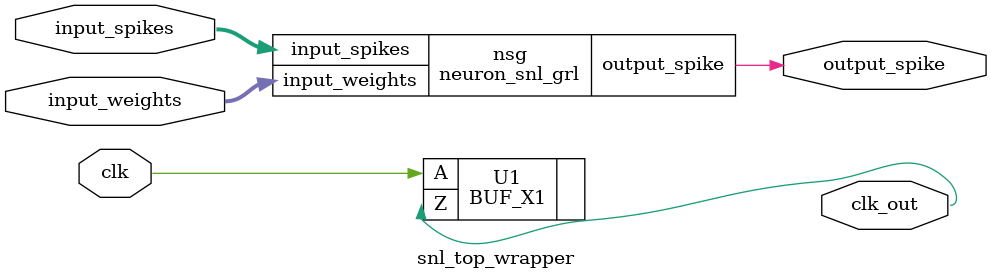
<source format=v>


module bitonic_sort_2_42 ( sorted_out, raw_in );
  output [0:1] sorted_out;
  input [0:1] raw_in;
  wire   n1, n2;

  NAND2_X1 U1 ( .A1(n1), .A2(n2), .ZN(sorted_out[1]) );
  NOR2_X1 U2 ( .A1(n2), .A2(n1), .ZN(sorted_out[0]) );
  INV_X1 U3 ( .A(raw_in[1]), .ZN(n1) );
  INV_X1 U4 ( .A(raw_in[0]), .ZN(n2) );
endmodule


module bitonic_sort_2_43 ( sorted_out, raw_in );
  output [0:1] sorted_out;
  input [0:1] raw_in;
  wire   n1, n2;

  NAND2_X1 U1 ( .A1(n1), .A2(n2), .ZN(sorted_out[1]) );
  NOR2_X1 U2 ( .A1(n2), .A2(n1), .ZN(sorted_out[0]) );
  INV_X1 U3 ( .A(raw_in[1]), .ZN(n1) );
  INV_X1 U4 ( .A(raw_in[0]), .ZN(n2) );
endmodule


module bitonic_sort_2_44 ( sorted_out, raw_in );
  output [0:1] sorted_out;
  input [0:1] raw_in;
  wire   n1, n2;

  NAND2_X1 U1 ( .A1(n1), .A2(n2), .ZN(sorted_out[1]) );
  NOR2_X1 U2 ( .A1(n2), .A2(n1), .ZN(sorted_out[0]) );
  INV_X1 U3 ( .A(raw_in[1]), .ZN(n1) );
  INV_X1 U4 ( .A(raw_in[0]), .ZN(n2) );
endmodule


module bitonic_sort_2_45 ( sorted_out, raw_in );
  output [0:1] sorted_out;
  input [0:1] raw_in;
  wire   n1, n2;

  NAND2_X1 U1 ( .A1(n1), .A2(n2), .ZN(sorted_out[1]) );
  NOR2_X1 U2 ( .A1(n2), .A2(n1), .ZN(sorted_out[0]) );
  INV_X1 U3 ( .A(raw_in[1]), .ZN(n1) );
  INV_X1 U4 ( .A(raw_in[0]), .ZN(n2) );
endmodule


module bitonic_sort_2_46 ( sorted_out, raw_in );
  output [0:1] sorted_out;
  input [0:1] raw_in;
  wire   n1, n2;

  NAND2_X1 U1 ( .A1(n1), .A2(n2), .ZN(sorted_out[1]) );
  NOR2_X1 U2 ( .A1(n2), .A2(n1), .ZN(sorted_out[0]) );
  INV_X1 U3 ( .A(raw_in[1]), .ZN(n1) );
  INV_X1 U4 ( .A(raw_in[0]), .ZN(n2) );
endmodule


module bitonic_sort_2_47 ( sorted_out, raw_in );
  output [0:1] sorted_out;
  input [0:1] raw_in;
  wire   n1, n2;

  NAND2_X1 U1 ( .A1(n1), .A2(n2), .ZN(sorted_out[1]) );
  NOR2_X1 U2 ( .A1(n2), .A2(n1), .ZN(sorted_out[0]) );
  INV_X1 U3 ( .A(raw_in[1]), .ZN(n1) );
  INV_X1 U4 ( .A(raw_in[0]), .ZN(n2) );
endmodule


module bitonic_sort_4_7 ( sorted_out, raw_in );
  output [0:3] sorted_out;
  input [0:3] raw_in;
  wire   cur_step_0__0_, cur_step_0__1_, cur_step_0__2_, cur_step_0__3_,
         cur_step_1__0_, cur_step_1__1_, cur_step_1__2_, cur_step_1__3_;

  bitonic_sort_2_47 Upper ( .sorted_out({cur_step_0__0_, cur_step_0__1_}), 
        .raw_in(raw_in[0:1]) );
  bitonic_sort_2_46 Lower ( .sorted_out({cur_step_0__3_, cur_step_0__2_}), 
        .raw_in(raw_in[2:3]) );
  bitonic_sort_2_45 outter_loop_0__inner_loop_0__s_loop_0__swapper ( 
        .sorted_out({cur_step_1__0_, cur_step_1__2_}), .raw_in({cur_step_0__0_, 
        cur_step_0__2_}) );
  bitonic_sort_2_44 outter_loop_0__inner_loop_0__s_loop_1__swapper ( 
        .sorted_out({cur_step_1__1_, cur_step_1__3_}), .raw_in({cur_step_0__1_, 
        cur_step_0__3_}) );
  bitonic_sort_2_43 outter_loop_1__inner_loop_0__s_loop_0__swapper ( 
        .sorted_out(sorted_out[0:1]), .raw_in({cur_step_1__0_, cur_step_1__1_}) );
  bitonic_sort_2_42 outter_loop_1__inner_loop_1__s_loop_2__swapper ( 
        .sorted_out(sorted_out[2:3]), .raw_in({cur_step_1__2_, cur_step_1__3_}) );
endmodule


module bitonic_sort_2_36 ( sorted_out, raw_in );
  output [0:1] sorted_out;
  input [0:1] raw_in;
  wire   n1, n2;

  NAND2_X1 U1 ( .A1(n1), .A2(n2), .ZN(sorted_out[1]) );
  NOR2_X1 U2 ( .A1(n2), .A2(n1), .ZN(sorted_out[0]) );
  INV_X1 U3 ( .A(raw_in[1]), .ZN(n1) );
  INV_X1 U4 ( .A(raw_in[0]), .ZN(n2) );
endmodule


module bitonic_sort_2_37 ( sorted_out, raw_in );
  output [0:1] sorted_out;
  input [0:1] raw_in;
  wire   n1, n2;

  NAND2_X1 U1 ( .A1(n1), .A2(n2), .ZN(sorted_out[1]) );
  NOR2_X1 U2 ( .A1(n2), .A2(n1), .ZN(sorted_out[0]) );
  INV_X1 U3 ( .A(raw_in[1]), .ZN(n1) );
  INV_X1 U4 ( .A(raw_in[0]), .ZN(n2) );
endmodule


module bitonic_sort_2_38 ( sorted_out, raw_in );
  output [0:1] sorted_out;
  input [0:1] raw_in;
  wire   n1, n2;

  NAND2_X1 U1 ( .A1(n1), .A2(n2), .ZN(sorted_out[1]) );
  NOR2_X1 U2 ( .A1(n2), .A2(n1), .ZN(sorted_out[0]) );
  INV_X1 U3 ( .A(raw_in[1]), .ZN(n1) );
  INV_X1 U4 ( .A(raw_in[0]), .ZN(n2) );
endmodule


module bitonic_sort_2_39 ( sorted_out, raw_in );
  output [0:1] sorted_out;
  input [0:1] raw_in;
  wire   n1, n2;

  NAND2_X1 U1 ( .A1(n1), .A2(n2), .ZN(sorted_out[1]) );
  NOR2_X1 U2 ( .A1(n2), .A2(n1), .ZN(sorted_out[0]) );
  INV_X1 U3 ( .A(raw_in[1]), .ZN(n1) );
  INV_X1 U4 ( .A(raw_in[0]), .ZN(n2) );
endmodule


module bitonic_sort_2_40 ( sorted_out, raw_in );
  output [0:1] sorted_out;
  input [0:1] raw_in;
  wire   n1, n2;

  NAND2_X1 U1 ( .A1(n1), .A2(n2), .ZN(sorted_out[1]) );
  NOR2_X1 U2 ( .A1(n2), .A2(n1), .ZN(sorted_out[0]) );
  INV_X1 U3 ( .A(raw_in[1]), .ZN(n1) );
  INV_X1 U4 ( .A(raw_in[0]), .ZN(n2) );
endmodule


module bitonic_sort_2_41 ( sorted_out, raw_in );
  output [0:1] sorted_out;
  input [0:1] raw_in;
  wire   n1, n2;

  NAND2_X1 U1 ( .A1(n1), .A2(n2), .ZN(sorted_out[1]) );
  NOR2_X1 U2 ( .A1(n2), .A2(n1), .ZN(sorted_out[0]) );
  INV_X1 U3 ( .A(raw_in[1]), .ZN(n1) );
  INV_X1 U4 ( .A(raw_in[0]), .ZN(n2) );
endmodule


module bitonic_sort_4_6 ( sorted_out, raw_in );
  output [0:3] sorted_out;
  input [0:3] raw_in;
  wire   cur_step_0__0_, cur_step_0__1_, cur_step_0__2_, cur_step_0__3_,
         cur_step_1__0_, cur_step_1__1_, cur_step_1__2_, cur_step_1__3_;

  bitonic_sort_2_41 Upper ( .sorted_out({cur_step_0__0_, cur_step_0__1_}), 
        .raw_in(raw_in[0:1]) );
  bitonic_sort_2_40 Lower ( .sorted_out({cur_step_0__3_, cur_step_0__2_}), 
        .raw_in(raw_in[2:3]) );
  bitonic_sort_2_39 outter_loop_0__inner_loop_0__s_loop_0__swapper ( 
        .sorted_out({cur_step_1__0_, cur_step_1__2_}), .raw_in({cur_step_0__0_, 
        cur_step_0__2_}) );
  bitonic_sort_2_38 outter_loop_0__inner_loop_0__s_loop_1__swapper ( 
        .sorted_out({cur_step_1__1_, cur_step_1__3_}), .raw_in({cur_step_0__1_, 
        cur_step_0__3_}) );
  bitonic_sort_2_37 outter_loop_1__inner_loop_0__s_loop_0__swapper ( 
        .sorted_out(sorted_out[0:1]), .raw_in({cur_step_1__0_, cur_step_1__1_}) );
  bitonic_sort_2_36 outter_loop_1__inner_loop_1__s_loop_2__swapper ( 
        .sorted_out(sorted_out[2:3]), .raw_in({cur_step_1__2_, cur_step_1__3_}) );
endmodule


module bitonic_sort_2_84 ( sorted_out, raw_in );
  output [0:1] sorted_out;
  input [0:1] raw_in;
  wire   n1, n2;

  NAND2_X1 U1 ( .A1(n1), .A2(n2), .ZN(sorted_out[1]) );
  NOR2_X1 U2 ( .A1(n2), .A2(n1), .ZN(sorted_out[0]) );
  INV_X1 U3 ( .A(raw_in[1]), .ZN(n1) );
  INV_X1 U4 ( .A(raw_in[0]), .ZN(n2) );
endmodule


module bitonic_sort_2_85 ( sorted_out, raw_in );
  output [0:1] sorted_out;
  input [0:1] raw_in;
  wire   n1, n2;

  NAND2_X1 U1 ( .A1(n1), .A2(n2), .ZN(sorted_out[1]) );
  NOR2_X1 U2 ( .A1(n2), .A2(n1), .ZN(sorted_out[0]) );
  INV_X1 U3 ( .A(raw_in[1]), .ZN(n1) );
  INV_X1 U4 ( .A(raw_in[0]), .ZN(n2) );
endmodule


module bitonic_sort_2_86 ( sorted_out, raw_in );
  output [0:1] sorted_out;
  input [0:1] raw_in;
  wire   n1, n2;

  NAND2_X1 U1 ( .A1(n1), .A2(n2), .ZN(sorted_out[1]) );
  NOR2_X1 U2 ( .A1(n2), .A2(n1), .ZN(sorted_out[0]) );
  INV_X1 U3 ( .A(raw_in[1]), .ZN(n1) );
  INV_X1 U4 ( .A(raw_in[0]), .ZN(n2) );
endmodule


module bitonic_sort_2_87 ( sorted_out, raw_in );
  output [0:1] sorted_out;
  input [0:1] raw_in;
  wire   n1, n2;

  NAND2_X1 U1 ( .A1(n1), .A2(n2), .ZN(sorted_out[1]) );
  NOR2_X1 U2 ( .A1(n2), .A2(n1), .ZN(sorted_out[0]) );
  INV_X1 U3 ( .A(raw_in[1]), .ZN(n1) );
  INV_X1 U4 ( .A(raw_in[0]), .ZN(n2) );
endmodule


module bitonic_sort_2_88 ( sorted_out, raw_in );
  output [0:1] sorted_out;
  input [0:1] raw_in;
  wire   n1, n2;

  NAND2_X1 U1 ( .A1(n1), .A2(n2), .ZN(sorted_out[1]) );
  NOR2_X1 U2 ( .A1(n2), .A2(n1), .ZN(sorted_out[0]) );
  INV_X1 U3 ( .A(raw_in[1]), .ZN(n1) );
  INV_X1 U4 ( .A(raw_in[0]), .ZN(n2) );
endmodule


module bitonic_sort_2_89 ( sorted_out, raw_in );
  output [0:1] sorted_out;
  input [0:1] raw_in;
  wire   n1, n2;

  NAND2_X1 U1 ( .A1(n1), .A2(n2), .ZN(sorted_out[1]) );
  NOR2_X1 U2 ( .A1(n2), .A2(n1), .ZN(sorted_out[0]) );
  INV_X1 U3 ( .A(raw_in[1]), .ZN(n1) );
  INV_X1 U4 ( .A(raw_in[0]), .ZN(n2) );
endmodule


module bitonic_sort_2_90 ( sorted_out, raw_in );
  output [0:1] sorted_out;
  input [0:1] raw_in;
  wire   n1, n2;

  NAND2_X1 U1 ( .A1(n1), .A2(n2), .ZN(sorted_out[1]) );
  NOR2_X1 U2 ( .A1(n2), .A2(n1), .ZN(sorted_out[0]) );
  INV_X1 U3 ( .A(raw_in[1]), .ZN(n1) );
  INV_X1 U4 ( .A(raw_in[0]), .ZN(n2) );
endmodule


module bitonic_sort_2_91 ( sorted_out, raw_in );
  output [0:1] sorted_out;
  input [0:1] raw_in;
  wire   n1, n2;

  NAND2_X1 U1 ( .A1(n1), .A2(n2), .ZN(sorted_out[1]) );
  NOR2_X1 U2 ( .A1(n2), .A2(n1), .ZN(sorted_out[0]) );
  INV_X1 U3 ( .A(raw_in[1]), .ZN(n1) );
  INV_X1 U4 ( .A(raw_in[0]), .ZN(n2) );
endmodule


module bitonic_sort_2_92 ( sorted_out, raw_in );
  output [0:1] sorted_out;
  input [0:1] raw_in;
  wire   n1, n2;

  NAND2_X1 U1 ( .A1(n1), .A2(n2), .ZN(sorted_out[1]) );
  NOR2_X1 U2 ( .A1(n2), .A2(n1), .ZN(sorted_out[0]) );
  INV_X1 U3 ( .A(raw_in[1]), .ZN(n1) );
  INV_X1 U4 ( .A(raw_in[0]), .ZN(n2) );
endmodule


module bitonic_sort_2_93 ( sorted_out, raw_in );
  output [0:1] sorted_out;
  input [0:1] raw_in;
  wire   n1, n2;

  NAND2_X1 U1 ( .A1(n1), .A2(n2), .ZN(sorted_out[1]) );
  NOR2_X1 U2 ( .A1(n2), .A2(n1), .ZN(sorted_out[0]) );
  INV_X1 U3 ( .A(raw_in[1]), .ZN(n1) );
  INV_X1 U4 ( .A(raw_in[0]), .ZN(n2) );
endmodule


module bitonic_sort_2_94 ( sorted_out, raw_in );
  output [0:1] sorted_out;
  input [0:1] raw_in;
  wire   n1, n2;

  NAND2_X1 U1 ( .A1(n1), .A2(n2), .ZN(sorted_out[1]) );
  NOR2_X1 U2 ( .A1(n2), .A2(n1), .ZN(sorted_out[0]) );
  INV_X1 U3 ( .A(raw_in[1]), .ZN(n1) );
  INV_X1 U4 ( .A(raw_in[0]), .ZN(n2) );
endmodule


module bitonic_sort_2_95 ( sorted_out, raw_in );
  output [0:1] sorted_out;
  input [0:1] raw_in;
  wire   n1, n2;

  NAND2_X1 U1 ( .A1(n1), .A2(n2), .ZN(sorted_out[1]) );
  NOR2_X1 U2 ( .A1(n2), .A2(n1), .ZN(sorted_out[0]) );
  INV_X1 U3 ( .A(raw_in[1]), .ZN(n1) );
  INV_X1 U4 ( .A(raw_in[0]), .ZN(n2) );
endmodule


module bitonic_sort_8_3 ( sorted_out, raw_in );
  output [0:7] sorted_out;
  input [0:7] raw_in;
  wire   cur_step_0__0_, cur_step_0__1_, cur_step_0__2_, cur_step_0__3_,
         cur_step_0__4_, cur_step_0__5_, cur_step_0__6_, cur_step_0__7_,
         cur_step_1__0_, cur_step_1__1_, cur_step_1__2_, cur_step_1__3_,
         cur_step_1__4_, cur_step_1__5_, cur_step_1__6_, cur_step_1__7_,
         cur_step_2__0_, cur_step_2__1_, cur_step_2__2_, cur_step_2__3_,
         cur_step_2__4_, cur_step_2__5_, cur_step_2__6_, cur_step_2__7_;

  bitonic_sort_4_7 Upper ( .sorted_out({cur_step_0__0_, cur_step_0__1_, 
        cur_step_0__2_, cur_step_0__3_}), .raw_in(raw_in[0:3]) );
  bitonic_sort_4_6 Lower ( .sorted_out({cur_step_0__7_, cur_step_0__6_, 
        cur_step_0__5_, cur_step_0__4_}), .raw_in(raw_in[4:7]) );
  bitonic_sort_2_95 outter_loop_0__inner_loop_0__s_loop_0__swapper ( 
        .sorted_out({cur_step_1__0_, cur_step_1__4_}), .raw_in({cur_step_0__0_, 
        cur_step_0__4_}) );
  bitonic_sort_2_94 outter_loop_0__inner_loop_0__s_loop_1__swapper ( 
        .sorted_out({cur_step_1__1_, cur_step_1__5_}), .raw_in({cur_step_0__1_, 
        cur_step_0__5_}) );
  bitonic_sort_2_93 outter_loop_0__inner_loop_0__s_loop_2__swapper ( 
        .sorted_out({cur_step_1__2_, cur_step_1__6_}), .raw_in({cur_step_0__2_, 
        cur_step_0__6_}) );
  bitonic_sort_2_92 outter_loop_0__inner_loop_0__s_loop_3__swapper ( 
        .sorted_out({cur_step_1__3_, cur_step_1__7_}), .raw_in({cur_step_0__3_, 
        cur_step_0__7_}) );
  bitonic_sort_2_91 outter_loop_1__inner_loop_0__s_loop_0__swapper ( 
        .sorted_out({cur_step_2__0_, cur_step_2__2_}), .raw_in({cur_step_1__0_, 
        cur_step_1__2_}) );
  bitonic_sort_2_90 outter_loop_1__inner_loop_0__s_loop_1__swapper ( 
        .sorted_out({cur_step_2__1_, cur_step_2__3_}), .raw_in({cur_step_1__1_, 
        cur_step_1__3_}) );
  bitonic_sort_2_89 outter_loop_1__inner_loop_1__s_loop_4__swapper ( 
        .sorted_out({cur_step_2__4_, cur_step_2__6_}), .raw_in({cur_step_1__4_, 
        cur_step_1__6_}) );
  bitonic_sort_2_88 outter_loop_1__inner_loop_1__s_loop_5__swapper ( 
        .sorted_out({cur_step_2__5_, cur_step_2__7_}), .raw_in({cur_step_1__5_, 
        cur_step_1__7_}) );
  bitonic_sort_2_87 outter_loop_2__inner_loop_0__s_loop_0__swapper ( 
        .sorted_out(sorted_out[0:1]), .raw_in({cur_step_2__0_, cur_step_2__1_}) );
  bitonic_sort_2_86 outter_loop_2__inner_loop_1__s_loop_2__swapper ( 
        .sorted_out(sorted_out[2:3]), .raw_in({cur_step_2__2_, cur_step_2__3_}) );
  bitonic_sort_2_85 outter_loop_2__inner_loop_2__s_loop_4__swapper ( 
        .sorted_out(sorted_out[4:5]), .raw_in({cur_step_2__4_, cur_step_2__5_}) );
  bitonic_sort_2_84 outter_loop_2__inner_loop_3__s_loop_6__swapper ( 
        .sorted_out(sorted_out[6:7]), .raw_in({cur_step_2__6_, cur_step_2__7_}) );
endmodule


module bitonic_sort_2_24 ( sorted_out, raw_in );
  output [0:1] sorted_out;
  input [0:1] raw_in;
  wire   n1, n2;

  NAND2_X1 U1 ( .A1(n1), .A2(n2), .ZN(sorted_out[1]) );
  NOR2_X1 U2 ( .A1(n2), .A2(n1), .ZN(sorted_out[0]) );
  INV_X1 U3 ( .A(raw_in[1]), .ZN(n1) );
  INV_X1 U4 ( .A(raw_in[0]), .ZN(n2) );
endmodule


module bitonic_sort_2_25 ( sorted_out, raw_in );
  output [0:1] sorted_out;
  input [0:1] raw_in;
  wire   n1, n2;

  NAND2_X1 U1 ( .A1(n1), .A2(n2), .ZN(sorted_out[1]) );
  NOR2_X1 U2 ( .A1(n2), .A2(n1), .ZN(sorted_out[0]) );
  INV_X1 U3 ( .A(raw_in[1]), .ZN(n1) );
  INV_X1 U4 ( .A(raw_in[0]), .ZN(n2) );
endmodule


module bitonic_sort_2_26 ( sorted_out, raw_in );
  output [0:1] sorted_out;
  input [0:1] raw_in;
  wire   n1, n2;

  NAND2_X1 U1 ( .A1(n1), .A2(n2), .ZN(sorted_out[1]) );
  NOR2_X1 U2 ( .A1(n2), .A2(n1), .ZN(sorted_out[0]) );
  INV_X1 U3 ( .A(raw_in[1]), .ZN(n1) );
  INV_X1 U4 ( .A(raw_in[0]), .ZN(n2) );
endmodule


module bitonic_sort_2_27 ( sorted_out, raw_in );
  output [0:1] sorted_out;
  input [0:1] raw_in;
  wire   n1, n2;

  NAND2_X1 U1 ( .A1(n1), .A2(n2), .ZN(sorted_out[1]) );
  NOR2_X1 U2 ( .A1(n2), .A2(n1), .ZN(sorted_out[0]) );
  INV_X1 U3 ( .A(raw_in[1]), .ZN(n1) );
  INV_X1 U4 ( .A(raw_in[0]), .ZN(n2) );
endmodule


module bitonic_sort_2_28 ( sorted_out, raw_in );
  output [0:1] sorted_out;
  input [0:1] raw_in;
  wire   n1, n2;

  NAND2_X1 U1 ( .A1(n1), .A2(n2), .ZN(sorted_out[1]) );
  NOR2_X1 U2 ( .A1(n2), .A2(n1), .ZN(sorted_out[0]) );
  INV_X1 U3 ( .A(raw_in[1]), .ZN(n1) );
  INV_X1 U4 ( .A(raw_in[0]), .ZN(n2) );
endmodule


module bitonic_sort_2_29 ( sorted_out, raw_in );
  output [0:1] sorted_out;
  input [0:1] raw_in;
  wire   n1, n2;

  NAND2_X1 U1 ( .A1(n1), .A2(n2), .ZN(sorted_out[1]) );
  NOR2_X1 U2 ( .A1(n2), .A2(n1), .ZN(sorted_out[0]) );
  INV_X1 U3 ( .A(raw_in[1]), .ZN(n1) );
  INV_X1 U4 ( .A(raw_in[0]), .ZN(n2) );
endmodule


module bitonic_sort_4_4 ( sorted_out, raw_in );
  output [0:3] sorted_out;
  input [0:3] raw_in;
  wire   cur_step_0__0_, cur_step_0__1_, cur_step_0__2_, cur_step_0__3_,
         cur_step_1__0_, cur_step_1__1_, cur_step_1__2_, cur_step_1__3_;

  bitonic_sort_2_29 Upper ( .sorted_out({cur_step_0__0_, cur_step_0__1_}), 
        .raw_in(raw_in[0:1]) );
  bitonic_sort_2_28 Lower ( .sorted_out({cur_step_0__3_, cur_step_0__2_}), 
        .raw_in(raw_in[2:3]) );
  bitonic_sort_2_27 outter_loop_0__inner_loop_0__s_loop_0__swapper ( 
        .sorted_out({cur_step_1__0_, cur_step_1__2_}), .raw_in({cur_step_0__0_, 
        cur_step_0__2_}) );
  bitonic_sort_2_26 outter_loop_0__inner_loop_0__s_loop_1__swapper ( 
        .sorted_out({cur_step_1__1_, cur_step_1__3_}), .raw_in({cur_step_0__1_, 
        cur_step_0__3_}) );
  bitonic_sort_2_25 outter_loop_1__inner_loop_0__s_loop_0__swapper ( 
        .sorted_out(sorted_out[0:1]), .raw_in({cur_step_1__0_, cur_step_1__1_}) );
  bitonic_sort_2_24 outter_loop_1__inner_loop_1__s_loop_2__swapper ( 
        .sorted_out(sorted_out[2:3]), .raw_in({cur_step_1__2_, cur_step_1__3_}) );
endmodule


module bitonic_sort_2_30 ( sorted_out, raw_in );
  output [0:1] sorted_out;
  input [0:1] raw_in;
  wire   n1, n2;

  NAND2_X1 U1 ( .A1(n1), .A2(n2), .ZN(sorted_out[1]) );
  NOR2_X1 U2 ( .A1(n2), .A2(n1), .ZN(sorted_out[0]) );
  INV_X1 U3 ( .A(raw_in[1]), .ZN(n1) );
  INV_X1 U4 ( .A(raw_in[0]), .ZN(n2) );
endmodule


module bitonic_sort_2_31 ( sorted_out, raw_in );
  output [0:1] sorted_out;
  input [0:1] raw_in;
  wire   n1, n2;

  NAND2_X1 U1 ( .A1(n1), .A2(n2), .ZN(sorted_out[1]) );
  NOR2_X1 U2 ( .A1(n2), .A2(n1), .ZN(sorted_out[0]) );
  INV_X1 U3 ( .A(raw_in[1]), .ZN(n1) );
  INV_X1 U4 ( .A(raw_in[0]), .ZN(n2) );
endmodule


module bitonic_sort_2_32 ( sorted_out, raw_in );
  output [0:1] sorted_out;
  input [0:1] raw_in;
  wire   n1, n2;

  NAND2_X1 U1 ( .A1(n1), .A2(n2), .ZN(sorted_out[1]) );
  NOR2_X1 U2 ( .A1(n2), .A2(n1), .ZN(sorted_out[0]) );
  INV_X1 U3 ( .A(raw_in[1]), .ZN(n1) );
  INV_X1 U4 ( .A(raw_in[0]), .ZN(n2) );
endmodule


module bitonic_sort_2_33 ( sorted_out, raw_in );
  output [0:1] sorted_out;
  input [0:1] raw_in;
  wire   n1, n2;

  NAND2_X1 U1 ( .A1(n1), .A2(n2), .ZN(sorted_out[1]) );
  NOR2_X1 U2 ( .A1(n2), .A2(n1), .ZN(sorted_out[0]) );
  INV_X1 U3 ( .A(raw_in[1]), .ZN(n1) );
  INV_X1 U4 ( .A(raw_in[0]), .ZN(n2) );
endmodule


module bitonic_sort_2_34 ( sorted_out, raw_in );
  output [0:1] sorted_out;
  input [0:1] raw_in;
  wire   n1, n2;

  NAND2_X1 U1 ( .A1(n1), .A2(n2), .ZN(sorted_out[1]) );
  NOR2_X1 U2 ( .A1(n2), .A2(n1), .ZN(sorted_out[0]) );
  INV_X1 U3 ( .A(raw_in[1]), .ZN(n1) );
  INV_X1 U4 ( .A(raw_in[0]), .ZN(n2) );
endmodule


module bitonic_sort_2_35 ( sorted_out, raw_in );
  output [0:1] sorted_out;
  input [0:1] raw_in;
  wire   n1, n2;

  NAND2_X1 U1 ( .A1(n1), .A2(n2), .ZN(sorted_out[1]) );
  NOR2_X1 U2 ( .A1(n2), .A2(n1), .ZN(sorted_out[0]) );
  INV_X1 U3 ( .A(raw_in[1]), .ZN(n1) );
  INV_X1 U4 ( .A(raw_in[0]), .ZN(n2) );
endmodule


module bitonic_sort_4_5 ( sorted_out, raw_in );
  output [0:3] sorted_out;
  input [0:3] raw_in;
  wire   cur_step_0__0_, cur_step_0__1_, cur_step_0__2_, cur_step_0__3_,
         cur_step_1__0_, cur_step_1__1_, cur_step_1__2_, cur_step_1__3_;

  bitonic_sort_2_35 Upper ( .sorted_out({cur_step_0__0_, cur_step_0__1_}), 
        .raw_in(raw_in[0:1]) );
  bitonic_sort_2_34 Lower ( .sorted_out({cur_step_0__3_, cur_step_0__2_}), 
        .raw_in(raw_in[2:3]) );
  bitonic_sort_2_33 outter_loop_0__inner_loop_0__s_loop_0__swapper ( 
        .sorted_out({cur_step_1__0_, cur_step_1__2_}), .raw_in({cur_step_0__0_, 
        cur_step_0__2_}) );
  bitonic_sort_2_32 outter_loop_0__inner_loop_0__s_loop_1__swapper ( 
        .sorted_out({cur_step_1__1_, cur_step_1__3_}), .raw_in({cur_step_0__1_, 
        cur_step_0__3_}) );
  bitonic_sort_2_31 outter_loop_1__inner_loop_0__s_loop_0__swapper ( 
        .sorted_out(sorted_out[0:1]), .raw_in({cur_step_1__0_, cur_step_1__1_}) );
  bitonic_sort_2_30 outter_loop_1__inner_loop_1__s_loop_2__swapper ( 
        .sorted_out(sorted_out[2:3]), .raw_in({cur_step_1__2_, cur_step_1__3_}) );
endmodule


module bitonic_sort_2_72 ( sorted_out, raw_in );
  output [0:1] sorted_out;
  input [0:1] raw_in;
  wire   n1, n2;

  NAND2_X1 U1 ( .A1(n1), .A2(n2), .ZN(sorted_out[1]) );
  NOR2_X1 U2 ( .A1(n2), .A2(n1), .ZN(sorted_out[0]) );
  INV_X1 U3 ( .A(raw_in[1]), .ZN(n1) );
  INV_X1 U4 ( .A(raw_in[0]), .ZN(n2) );
endmodule


module bitonic_sort_2_73 ( sorted_out, raw_in );
  output [0:1] sorted_out;
  input [0:1] raw_in;
  wire   n1, n2;

  NAND2_X1 U1 ( .A1(n1), .A2(n2), .ZN(sorted_out[1]) );
  NOR2_X1 U2 ( .A1(n2), .A2(n1), .ZN(sorted_out[0]) );
  INV_X1 U3 ( .A(raw_in[1]), .ZN(n1) );
  INV_X1 U4 ( .A(raw_in[0]), .ZN(n2) );
endmodule


module bitonic_sort_2_74 ( sorted_out, raw_in );
  output [0:1] sorted_out;
  input [0:1] raw_in;
  wire   n1, n2;

  NAND2_X1 U1 ( .A1(n1), .A2(n2), .ZN(sorted_out[1]) );
  NOR2_X1 U2 ( .A1(n2), .A2(n1), .ZN(sorted_out[0]) );
  INV_X1 U3 ( .A(raw_in[1]), .ZN(n1) );
  INV_X1 U4 ( .A(raw_in[0]), .ZN(n2) );
endmodule


module bitonic_sort_2_75 ( sorted_out, raw_in );
  output [0:1] sorted_out;
  input [0:1] raw_in;
  wire   n1, n2;

  NAND2_X1 U1 ( .A1(n1), .A2(n2), .ZN(sorted_out[1]) );
  NOR2_X1 U2 ( .A1(n2), .A2(n1), .ZN(sorted_out[0]) );
  INV_X1 U3 ( .A(raw_in[1]), .ZN(n1) );
  INV_X1 U4 ( .A(raw_in[0]), .ZN(n2) );
endmodule


module bitonic_sort_2_76 ( sorted_out, raw_in );
  output [0:1] sorted_out;
  input [0:1] raw_in;
  wire   n1, n2;

  NAND2_X1 U1 ( .A1(n1), .A2(n2), .ZN(sorted_out[1]) );
  NOR2_X1 U2 ( .A1(n2), .A2(n1), .ZN(sorted_out[0]) );
  INV_X1 U3 ( .A(raw_in[1]), .ZN(n1) );
  INV_X1 U4 ( .A(raw_in[0]), .ZN(n2) );
endmodule


module bitonic_sort_2_77 ( sorted_out, raw_in );
  output [0:1] sorted_out;
  input [0:1] raw_in;
  wire   n1, n2;

  NAND2_X1 U1 ( .A1(n1), .A2(n2), .ZN(sorted_out[1]) );
  NOR2_X1 U2 ( .A1(n2), .A2(n1), .ZN(sorted_out[0]) );
  INV_X1 U3 ( .A(raw_in[1]), .ZN(n1) );
  INV_X1 U4 ( .A(raw_in[0]), .ZN(n2) );
endmodule


module bitonic_sort_2_78 ( sorted_out, raw_in );
  output [0:1] sorted_out;
  input [0:1] raw_in;
  wire   n1, n2;

  NAND2_X1 U1 ( .A1(n1), .A2(n2), .ZN(sorted_out[1]) );
  NOR2_X1 U2 ( .A1(n2), .A2(n1), .ZN(sorted_out[0]) );
  INV_X1 U3 ( .A(raw_in[1]), .ZN(n1) );
  INV_X1 U4 ( .A(raw_in[0]), .ZN(n2) );
endmodule


module bitonic_sort_2_79 ( sorted_out, raw_in );
  output [0:1] sorted_out;
  input [0:1] raw_in;
  wire   n1, n2;

  NAND2_X1 U1 ( .A1(n1), .A2(n2), .ZN(sorted_out[1]) );
  NOR2_X1 U2 ( .A1(n2), .A2(n1), .ZN(sorted_out[0]) );
  INV_X1 U3 ( .A(raw_in[1]), .ZN(n1) );
  INV_X1 U4 ( .A(raw_in[0]), .ZN(n2) );
endmodule


module bitonic_sort_2_80 ( sorted_out, raw_in );
  output [0:1] sorted_out;
  input [0:1] raw_in;
  wire   n1, n2;

  NAND2_X1 U1 ( .A1(n1), .A2(n2), .ZN(sorted_out[1]) );
  NOR2_X1 U2 ( .A1(n2), .A2(n1), .ZN(sorted_out[0]) );
  INV_X1 U3 ( .A(raw_in[1]), .ZN(n1) );
  INV_X1 U4 ( .A(raw_in[0]), .ZN(n2) );
endmodule


module bitonic_sort_2_81 ( sorted_out, raw_in );
  output [0:1] sorted_out;
  input [0:1] raw_in;
  wire   n1, n2;

  NAND2_X1 U1 ( .A1(n1), .A2(n2), .ZN(sorted_out[1]) );
  NOR2_X1 U2 ( .A1(n2), .A2(n1), .ZN(sorted_out[0]) );
  INV_X1 U3 ( .A(raw_in[1]), .ZN(n1) );
  INV_X1 U4 ( .A(raw_in[0]), .ZN(n2) );
endmodule


module bitonic_sort_2_82 ( sorted_out, raw_in );
  output [0:1] sorted_out;
  input [0:1] raw_in;
  wire   n1, n2;

  NAND2_X1 U1 ( .A1(n1), .A2(n2), .ZN(sorted_out[1]) );
  NOR2_X1 U2 ( .A1(n2), .A2(n1), .ZN(sorted_out[0]) );
  INV_X1 U3 ( .A(raw_in[1]), .ZN(n1) );
  INV_X1 U4 ( .A(raw_in[0]), .ZN(n2) );
endmodule


module bitonic_sort_2_83 ( sorted_out, raw_in );
  output [0:1] sorted_out;
  input [0:1] raw_in;
  wire   n1, n2;

  NAND2_X1 U1 ( .A1(n1), .A2(n2), .ZN(sorted_out[1]) );
  NOR2_X1 U2 ( .A1(n2), .A2(n1), .ZN(sorted_out[0]) );
  INV_X1 U3 ( .A(raw_in[1]), .ZN(n1) );
  INV_X1 U4 ( .A(raw_in[0]), .ZN(n2) );
endmodule


module bitonic_sort_8_2 ( sorted_out, raw_in );
  output [0:7] sorted_out;
  input [0:7] raw_in;
  wire   cur_step_0__0_, cur_step_0__1_, cur_step_0__2_, cur_step_0__3_,
         cur_step_0__4_, cur_step_0__5_, cur_step_0__6_, cur_step_0__7_,
         cur_step_1__0_, cur_step_1__1_, cur_step_1__2_, cur_step_1__3_,
         cur_step_1__4_, cur_step_1__5_, cur_step_1__6_, cur_step_1__7_,
         cur_step_2__0_, cur_step_2__1_, cur_step_2__2_, cur_step_2__3_,
         cur_step_2__4_, cur_step_2__5_, cur_step_2__6_, cur_step_2__7_;

  bitonic_sort_4_5 Upper ( .sorted_out({cur_step_0__0_, cur_step_0__1_, 
        cur_step_0__2_, cur_step_0__3_}), .raw_in(raw_in[0:3]) );
  bitonic_sort_4_4 Lower ( .sorted_out({cur_step_0__7_, cur_step_0__6_, 
        cur_step_0__5_, cur_step_0__4_}), .raw_in(raw_in[4:7]) );
  bitonic_sort_2_83 outter_loop_0__inner_loop_0__s_loop_0__swapper ( 
        .sorted_out({cur_step_1__0_, cur_step_1__4_}), .raw_in({cur_step_0__0_, 
        cur_step_0__4_}) );
  bitonic_sort_2_82 outter_loop_0__inner_loop_0__s_loop_1__swapper ( 
        .sorted_out({cur_step_1__1_, cur_step_1__5_}), .raw_in({cur_step_0__1_, 
        cur_step_0__5_}) );
  bitonic_sort_2_81 outter_loop_0__inner_loop_0__s_loop_2__swapper ( 
        .sorted_out({cur_step_1__2_, cur_step_1__6_}), .raw_in({cur_step_0__2_, 
        cur_step_0__6_}) );
  bitonic_sort_2_80 outter_loop_0__inner_loop_0__s_loop_3__swapper ( 
        .sorted_out({cur_step_1__3_, cur_step_1__7_}), .raw_in({cur_step_0__3_, 
        cur_step_0__7_}) );
  bitonic_sort_2_79 outter_loop_1__inner_loop_0__s_loop_0__swapper ( 
        .sorted_out({cur_step_2__0_, cur_step_2__2_}), .raw_in({cur_step_1__0_, 
        cur_step_1__2_}) );
  bitonic_sort_2_78 outter_loop_1__inner_loop_0__s_loop_1__swapper ( 
        .sorted_out({cur_step_2__1_, cur_step_2__3_}), .raw_in({cur_step_1__1_, 
        cur_step_1__3_}) );
  bitonic_sort_2_77 outter_loop_1__inner_loop_1__s_loop_4__swapper ( 
        .sorted_out({cur_step_2__4_, cur_step_2__6_}), .raw_in({cur_step_1__4_, 
        cur_step_1__6_}) );
  bitonic_sort_2_76 outter_loop_1__inner_loop_1__s_loop_5__swapper ( 
        .sorted_out({cur_step_2__5_, cur_step_2__7_}), .raw_in({cur_step_1__5_, 
        cur_step_1__7_}) );
  bitonic_sort_2_75 outter_loop_2__inner_loop_0__s_loop_0__swapper ( 
        .sorted_out(sorted_out[0:1]), .raw_in({cur_step_2__0_, cur_step_2__1_}) );
  bitonic_sort_2_74 outter_loop_2__inner_loop_1__s_loop_2__swapper ( 
        .sorted_out(sorted_out[2:3]), .raw_in({cur_step_2__2_, cur_step_2__3_}) );
  bitonic_sort_2_73 outter_loop_2__inner_loop_2__s_loop_4__swapper ( 
        .sorted_out(sorted_out[4:5]), .raw_in({cur_step_2__4_, cur_step_2__5_}) );
  bitonic_sort_2_72 outter_loop_2__inner_loop_3__s_loop_6__swapper ( 
        .sorted_out(sorted_out[6:7]), .raw_in({cur_step_2__6_, cur_step_2__7_}) );
endmodule


module bitonic_sort_2_128 ( sorted_out, raw_in );
  output [0:1] sorted_out;
  input [0:1] raw_in;
  wire   n1, n2;

  NAND2_X1 U1 ( .A1(n1), .A2(n2), .ZN(sorted_out[1]) );
  NOR2_X1 U2 ( .A1(n2), .A2(n1), .ZN(sorted_out[0]) );
  INV_X1 U3 ( .A(raw_in[1]), .ZN(n1) );
  INV_X1 U4 ( .A(raw_in[0]), .ZN(n2) );
endmodule


module bitonic_sort_2_129 ( sorted_out, raw_in );
  output [0:1] sorted_out;
  input [0:1] raw_in;
  wire   n1, n2;

  NAND2_X1 U1 ( .A1(n1), .A2(n2), .ZN(sorted_out[1]) );
  NOR2_X1 U2 ( .A1(n2), .A2(n1), .ZN(sorted_out[0]) );
  INV_X1 U3 ( .A(raw_in[1]), .ZN(n1) );
  INV_X1 U4 ( .A(raw_in[0]), .ZN(n2) );
endmodule


module bitonic_sort_2_130 ( sorted_out, raw_in );
  output [0:1] sorted_out;
  input [0:1] raw_in;
  wire   n1, n2;

  NAND2_X1 U1 ( .A1(n1), .A2(n2), .ZN(sorted_out[1]) );
  NOR2_X1 U2 ( .A1(n2), .A2(n1), .ZN(sorted_out[0]) );
  INV_X1 U3 ( .A(raw_in[1]), .ZN(n1) );
  INV_X1 U4 ( .A(raw_in[0]), .ZN(n2) );
endmodule


module bitonic_sort_2_131 ( sorted_out, raw_in );
  output [0:1] sorted_out;
  input [0:1] raw_in;
  wire   n1, n2;

  NAND2_X1 U1 ( .A1(n1), .A2(n2), .ZN(sorted_out[1]) );
  NOR2_X1 U2 ( .A1(n2), .A2(n1), .ZN(sorted_out[0]) );
  INV_X1 U3 ( .A(raw_in[1]), .ZN(n1) );
  INV_X1 U4 ( .A(raw_in[0]), .ZN(n2) );
endmodule


module bitonic_sort_2_132 ( sorted_out, raw_in );
  output [0:1] sorted_out;
  input [0:1] raw_in;
  wire   n1, n2;

  NAND2_X1 U1 ( .A1(n1), .A2(n2), .ZN(sorted_out[1]) );
  NOR2_X1 U2 ( .A1(n2), .A2(n1), .ZN(sorted_out[0]) );
  INV_X1 U3 ( .A(raw_in[1]), .ZN(n1) );
  INV_X1 U4 ( .A(raw_in[0]), .ZN(n2) );
endmodule


module bitonic_sort_2_133 ( sorted_out, raw_in );
  output [0:1] sorted_out;
  input [0:1] raw_in;
  wire   n1, n2;

  NAND2_X1 U1 ( .A1(n1), .A2(n2), .ZN(sorted_out[1]) );
  NOR2_X1 U2 ( .A1(n2), .A2(n1), .ZN(sorted_out[0]) );
  INV_X1 U3 ( .A(raw_in[1]), .ZN(n1) );
  INV_X1 U4 ( .A(raw_in[0]), .ZN(n2) );
endmodule


module bitonic_sort_2_134 ( sorted_out, raw_in );
  output [0:1] sorted_out;
  input [0:1] raw_in;
  wire   n1, n2;

  NAND2_X1 U1 ( .A1(n1), .A2(n2), .ZN(sorted_out[1]) );
  NOR2_X1 U2 ( .A1(n2), .A2(n1), .ZN(sorted_out[0]) );
  INV_X1 U3 ( .A(raw_in[1]), .ZN(n1) );
  INV_X1 U4 ( .A(raw_in[0]), .ZN(n2) );
endmodule


module bitonic_sort_2_135 ( sorted_out, raw_in );
  output [0:1] sorted_out;
  input [0:1] raw_in;
  wire   n1, n2;

  NAND2_X1 U1 ( .A1(n1), .A2(n2), .ZN(sorted_out[1]) );
  NOR2_X1 U2 ( .A1(n2), .A2(n1), .ZN(sorted_out[0]) );
  INV_X1 U3 ( .A(raw_in[1]), .ZN(n1) );
  INV_X1 U4 ( .A(raw_in[0]), .ZN(n2) );
endmodule


module bitonic_sort_2_136 ( sorted_out, raw_in );
  output [0:1] sorted_out;
  input [0:1] raw_in;
  wire   n1, n2;

  NAND2_X1 U1 ( .A1(n1), .A2(n2), .ZN(sorted_out[1]) );
  NOR2_X1 U2 ( .A1(n2), .A2(n1), .ZN(sorted_out[0]) );
  INV_X1 U3 ( .A(raw_in[1]), .ZN(n1) );
  INV_X1 U4 ( .A(raw_in[0]), .ZN(n2) );
endmodule


module bitonic_sort_2_137 ( sorted_out, raw_in );
  output [0:1] sorted_out;
  input [0:1] raw_in;
  wire   n1, n2;

  NAND2_X1 U1 ( .A1(n1), .A2(n2), .ZN(sorted_out[1]) );
  NOR2_X1 U2 ( .A1(n2), .A2(n1), .ZN(sorted_out[0]) );
  INV_X1 U3 ( .A(raw_in[1]), .ZN(n1) );
  INV_X1 U4 ( .A(raw_in[0]), .ZN(n2) );
endmodule


module bitonic_sort_2_138 ( sorted_out, raw_in );
  output [0:1] sorted_out;
  input [0:1] raw_in;
  wire   n1, n2;

  NAND2_X1 U1 ( .A1(n1), .A2(n2), .ZN(sorted_out[1]) );
  NOR2_X1 U2 ( .A1(n2), .A2(n1), .ZN(sorted_out[0]) );
  INV_X1 U3 ( .A(raw_in[1]), .ZN(n1) );
  INV_X1 U4 ( .A(raw_in[0]), .ZN(n2) );
endmodule


module bitonic_sort_2_139 ( sorted_out, raw_in );
  output [0:1] sorted_out;
  input [0:1] raw_in;
  wire   n1, n2;

  NAND2_X1 U1 ( .A1(n1), .A2(n2), .ZN(sorted_out[1]) );
  NOR2_X1 U2 ( .A1(n2), .A2(n1), .ZN(sorted_out[0]) );
  INV_X1 U3 ( .A(raw_in[1]), .ZN(n1) );
  INV_X1 U4 ( .A(raw_in[0]), .ZN(n2) );
endmodule


module bitonic_sort_2_140 ( sorted_out, raw_in );
  output [0:1] sorted_out;
  input [0:1] raw_in;
  wire   n1, n2;

  NAND2_X1 U1 ( .A1(n1), .A2(n2), .ZN(sorted_out[1]) );
  NOR2_X1 U2 ( .A1(n2), .A2(n1), .ZN(sorted_out[0]) );
  INV_X1 U3 ( .A(raw_in[1]), .ZN(n1) );
  INV_X1 U4 ( .A(raw_in[0]), .ZN(n2) );
endmodule


module bitonic_sort_2_141 ( sorted_out, raw_in );
  output [0:1] sorted_out;
  input [0:1] raw_in;
  wire   n1, n2;

  NAND2_X1 U1 ( .A1(n1), .A2(n2), .ZN(sorted_out[1]) );
  NOR2_X1 U2 ( .A1(n2), .A2(n1), .ZN(sorted_out[0]) );
  INV_X1 U3 ( .A(raw_in[1]), .ZN(n1) );
  INV_X1 U4 ( .A(raw_in[0]), .ZN(n2) );
endmodule


module bitonic_sort_2_142 ( sorted_out, raw_in );
  output [0:1] sorted_out;
  input [0:1] raw_in;
  wire   n1, n2;

  NAND2_X1 U1 ( .A1(n1), .A2(n2), .ZN(sorted_out[1]) );
  NOR2_X1 U2 ( .A1(n2), .A2(n1), .ZN(sorted_out[0]) );
  INV_X1 U3 ( .A(raw_in[1]), .ZN(n1) );
  INV_X1 U4 ( .A(raw_in[0]), .ZN(n2) );
endmodule


module bitonic_sort_2_143 ( sorted_out, raw_in );
  output [0:1] sorted_out;
  input [0:1] raw_in;
  wire   n1, n2;

  NAND2_X1 U1 ( .A1(n1), .A2(n2), .ZN(sorted_out[1]) );
  NOR2_X1 U2 ( .A1(n2), .A2(n1), .ZN(sorted_out[0]) );
  INV_X1 U3 ( .A(raw_in[1]), .ZN(n1) );
  INV_X1 U4 ( .A(raw_in[0]), .ZN(n2) );
endmodule


module bitonic_sort_2_144 ( sorted_out, raw_in );
  output [0:1] sorted_out;
  input [0:1] raw_in;
  wire   n1, n2;

  NAND2_X1 U1 ( .A1(n1), .A2(n2), .ZN(sorted_out[1]) );
  NOR2_X1 U2 ( .A1(n2), .A2(n1), .ZN(sorted_out[0]) );
  INV_X1 U3 ( .A(raw_in[1]), .ZN(n1) );
  INV_X1 U4 ( .A(raw_in[0]), .ZN(n2) );
endmodule


module bitonic_sort_2_145 ( sorted_out, raw_in );
  output [0:1] sorted_out;
  input [0:1] raw_in;
  wire   n1, n2;

  NAND2_X1 U1 ( .A1(n1), .A2(n2), .ZN(sorted_out[1]) );
  NOR2_X1 U2 ( .A1(n2), .A2(n1), .ZN(sorted_out[0]) );
  INV_X1 U3 ( .A(raw_in[1]), .ZN(n1) );
  INV_X1 U4 ( .A(raw_in[0]), .ZN(n2) );
endmodule


module bitonic_sort_2_146 ( sorted_out, raw_in );
  output [0:1] sorted_out;
  input [0:1] raw_in;
  wire   n1, n2;

  NAND2_X1 U1 ( .A1(n1), .A2(n2), .ZN(sorted_out[1]) );
  NOR2_X1 U2 ( .A1(n2), .A2(n1), .ZN(sorted_out[0]) );
  INV_X1 U3 ( .A(raw_in[1]), .ZN(n1) );
  INV_X1 U4 ( .A(raw_in[0]), .ZN(n2) );
endmodule


module bitonic_sort_2_147 ( sorted_out, raw_in );
  output [0:1] sorted_out;
  input [0:1] raw_in;
  wire   n1, n2;

  NAND2_X1 U1 ( .A1(n1), .A2(n2), .ZN(sorted_out[1]) );
  NOR2_X1 U2 ( .A1(n2), .A2(n1), .ZN(sorted_out[0]) );
  INV_X1 U3 ( .A(raw_in[1]), .ZN(n1) );
  INV_X1 U4 ( .A(raw_in[0]), .ZN(n2) );
endmodule


module bitonic_sort_2_148 ( sorted_out, raw_in );
  output [0:1] sorted_out;
  input [0:1] raw_in;
  wire   n1, n2;

  NAND2_X1 U1 ( .A1(n1), .A2(n2), .ZN(sorted_out[1]) );
  NOR2_X1 U2 ( .A1(n2), .A2(n1), .ZN(sorted_out[0]) );
  INV_X1 U3 ( .A(raw_in[1]), .ZN(n1) );
  INV_X1 U4 ( .A(raw_in[0]), .ZN(n2) );
endmodule


module bitonic_sort_2_149 ( sorted_out, raw_in );
  output [0:1] sorted_out;
  input [0:1] raw_in;
  wire   n1, n2;

  NAND2_X1 U1 ( .A1(n1), .A2(n2), .ZN(sorted_out[1]) );
  NOR2_X1 U2 ( .A1(n2), .A2(n1), .ZN(sorted_out[0]) );
  INV_X1 U3 ( .A(raw_in[1]), .ZN(n1) );
  INV_X1 U4 ( .A(raw_in[0]), .ZN(n2) );
endmodule


module bitonic_sort_2_150 ( sorted_out, raw_in );
  output [0:1] sorted_out;
  input [0:1] raw_in;
  wire   n1, n2;

  NAND2_X1 U1 ( .A1(n1), .A2(n2), .ZN(sorted_out[1]) );
  NOR2_X1 U2 ( .A1(n2), .A2(n1), .ZN(sorted_out[0]) );
  INV_X1 U3 ( .A(raw_in[1]), .ZN(n1) );
  INV_X1 U4 ( .A(raw_in[0]), .ZN(n2) );
endmodule


module bitonic_sort_2_151 ( sorted_out, raw_in );
  output [0:1] sorted_out;
  input [0:1] raw_in;
  wire   n1, n2;

  NAND2_X1 U1 ( .A1(n1), .A2(n2), .ZN(sorted_out[1]) );
  NOR2_X1 U2 ( .A1(n2), .A2(n1), .ZN(sorted_out[0]) );
  INV_X1 U3 ( .A(raw_in[1]), .ZN(n1) );
  INV_X1 U4 ( .A(raw_in[0]), .ZN(n2) );
endmodule


module bitonic_sort_2_152 ( sorted_out, raw_in );
  output [0:1] sorted_out;
  input [0:1] raw_in;
  wire   n1, n2;

  NAND2_X1 U1 ( .A1(n1), .A2(n2), .ZN(sorted_out[1]) );
  NOR2_X1 U2 ( .A1(n2), .A2(n1), .ZN(sorted_out[0]) );
  INV_X1 U3 ( .A(raw_in[1]), .ZN(n1) );
  INV_X1 U4 ( .A(raw_in[0]), .ZN(n2) );
endmodule


module bitonic_sort_2_153 ( sorted_out, raw_in );
  output [0:1] sorted_out;
  input [0:1] raw_in;
  wire   n1, n2;

  NAND2_X1 U1 ( .A1(n1), .A2(n2), .ZN(sorted_out[1]) );
  NOR2_X1 U2 ( .A1(n2), .A2(n1), .ZN(sorted_out[0]) );
  INV_X1 U3 ( .A(raw_in[1]), .ZN(n1) );
  INV_X1 U4 ( .A(raw_in[0]), .ZN(n2) );
endmodule


module bitonic_sort_2_154 ( sorted_out, raw_in );
  output [0:1] sorted_out;
  input [0:1] raw_in;
  wire   n1, n2;

  NAND2_X1 U1 ( .A1(n1), .A2(n2), .ZN(sorted_out[1]) );
  NOR2_X1 U2 ( .A1(n2), .A2(n1), .ZN(sorted_out[0]) );
  INV_X1 U3 ( .A(raw_in[1]), .ZN(n1) );
  INV_X1 U4 ( .A(raw_in[0]), .ZN(n2) );
endmodule


module bitonic_sort_2_155 ( sorted_out, raw_in );
  output [0:1] sorted_out;
  input [0:1] raw_in;
  wire   n1, n2;

  NAND2_X1 U1 ( .A1(n1), .A2(n2), .ZN(sorted_out[1]) );
  NOR2_X1 U2 ( .A1(n2), .A2(n1), .ZN(sorted_out[0]) );
  INV_X1 U3 ( .A(raw_in[1]), .ZN(n1) );
  INV_X1 U4 ( .A(raw_in[0]), .ZN(n2) );
endmodule


module bitonic_sort_2_156 ( sorted_out, raw_in );
  output [0:1] sorted_out;
  input [0:1] raw_in;
  wire   n1, n2;

  NAND2_X1 U1 ( .A1(n1), .A2(n2), .ZN(sorted_out[1]) );
  NOR2_X1 U2 ( .A1(n2), .A2(n1), .ZN(sorted_out[0]) );
  INV_X1 U3 ( .A(raw_in[1]), .ZN(n1) );
  INV_X1 U4 ( .A(raw_in[0]), .ZN(n2) );
endmodule


module bitonic_sort_2_157 ( sorted_out, raw_in );
  output [0:1] sorted_out;
  input [0:1] raw_in;
  wire   n1, n2;

  NAND2_X1 U1 ( .A1(n1), .A2(n2), .ZN(sorted_out[1]) );
  NOR2_X1 U2 ( .A1(n2), .A2(n1), .ZN(sorted_out[0]) );
  INV_X1 U3 ( .A(raw_in[1]), .ZN(n1) );
  INV_X1 U4 ( .A(raw_in[0]), .ZN(n2) );
endmodule


module bitonic_sort_2_158 ( sorted_out, raw_in );
  output [0:1] sorted_out;
  input [0:1] raw_in;
  wire   n1, n2;

  NAND2_X1 U1 ( .A1(n1), .A2(n2), .ZN(sorted_out[1]) );
  NOR2_X1 U2 ( .A1(n2), .A2(n1), .ZN(sorted_out[0]) );
  INV_X1 U3 ( .A(raw_in[1]), .ZN(n1) );
  INV_X1 U4 ( .A(raw_in[0]), .ZN(n2) );
endmodule


module bitonic_sort_2_159 ( sorted_out, raw_in );
  output [0:1] sorted_out;
  input [0:1] raw_in;
  wire   n1, n2;

  NAND2_X1 U1 ( .A1(n1), .A2(n2), .ZN(sorted_out[1]) );
  NOR2_X1 U2 ( .A1(n2), .A2(n1), .ZN(sorted_out[0]) );
  INV_X1 U3 ( .A(raw_in[1]), .ZN(n1) );
  INV_X1 U4 ( .A(raw_in[0]), .ZN(n2) );
endmodule


module bitonic_sort_16_1 ( sorted_out, raw_in );
  output [0:15] sorted_out;
  input [0:15] raw_in;
  wire   cur_step_0__0_, cur_step_0__1_, cur_step_0__2_, cur_step_0__3_,
         cur_step_0__4_, cur_step_0__5_, cur_step_0__6_, cur_step_0__7_,
         cur_step_0__8_, cur_step_0__9_, cur_step_0__10_, cur_step_0__11_,
         cur_step_0__12_, cur_step_0__13_, cur_step_0__14_, cur_step_0__15_,
         cur_step_1__0_, cur_step_1__1_, cur_step_1__2_, cur_step_1__3_,
         cur_step_1__4_, cur_step_1__5_, cur_step_1__6_, cur_step_1__7_,
         cur_step_1__8_, cur_step_1__9_, cur_step_1__10_, cur_step_1__11_,
         cur_step_1__12_, cur_step_1__13_, cur_step_1__14_, cur_step_1__15_,
         cur_step_2__0_, cur_step_2__1_, cur_step_2__2_, cur_step_2__3_,
         cur_step_2__4_, cur_step_2__5_, cur_step_2__6_, cur_step_2__7_,
         cur_step_2__8_, cur_step_2__9_, cur_step_2__10_, cur_step_2__11_,
         cur_step_2__12_, cur_step_2__13_, cur_step_2__14_, cur_step_2__15_,
         cur_step_3__0_, cur_step_3__1_, cur_step_3__2_, cur_step_3__3_,
         cur_step_3__4_, cur_step_3__5_, cur_step_3__6_, cur_step_3__7_,
         cur_step_3__8_, cur_step_3__9_, cur_step_3__10_, cur_step_3__11_,
         cur_step_3__12_, cur_step_3__13_, cur_step_3__14_, cur_step_3__15_;

  bitonic_sort_8_3 Upper ( .sorted_out({cur_step_0__0_, cur_step_0__1_, 
        cur_step_0__2_, cur_step_0__3_, cur_step_0__4_, cur_step_0__5_, 
        cur_step_0__6_, cur_step_0__7_}), .raw_in(raw_in[0:7]) );
  bitonic_sort_8_2 Lower ( .sorted_out({cur_step_0__15_, cur_step_0__14_, 
        cur_step_0__13_, cur_step_0__12_, cur_step_0__11_, cur_step_0__10_, 
        cur_step_0__9_, cur_step_0__8_}), .raw_in(raw_in[8:15]) );
  bitonic_sort_2_159 outter_loop_0__inner_loop_0__s_loop_0__swapper ( 
        .sorted_out({cur_step_1__0_, cur_step_1__8_}), .raw_in({cur_step_0__0_, 
        cur_step_0__8_}) );
  bitonic_sort_2_158 outter_loop_0__inner_loop_0__s_loop_1__swapper ( 
        .sorted_out({cur_step_1__1_, cur_step_1__9_}), .raw_in({cur_step_0__1_, 
        cur_step_0__9_}) );
  bitonic_sort_2_157 outter_loop_0__inner_loop_0__s_loop_2__swapper ( 
        .sorted_out({cur_step_1__2_, cur_step_1__10_}), .raw_in({
        cur_step_0__2_, cur_step_0__10_}) );
  bitonic_sort_2_156 outter_loop_0__inner_loop_0__s_loop_3__swapper ( 
        .sorted_out({cur_step_1__3_, cur_step_1__11_}), .raw_in({
        cur_step_0__3_, cur_step_0__11_}) );
  bitonic_sort_2_155 outter_loop_0__inner_loop_0__s_loop_4__swapper ( 
        .sorted_out({cur_step_1__4_, cur_step_1__12_}), .raw_in({
        cur_step_0__4_, cur_step_0__12_}) );
  bitonic_sort_2_154 outter_loop_0__inner_loop_0__s_loop_5__swapper ( 
        .sorted_out({cur_step_1__5_, cur_step_1__13_}), .raw_in({
        cur_step_0__5_, cur_step_0__13_}) );
  bitonic_sort_2_153 outter_loop_0__inner_loop_0__s_loop_6__swapper ( 
        .sorted_out({cur_step_1__6_, cur_step_1__14_}), .raw_in({
        cur_step_0__6_, cur_step_0__14_}) );
  bitonic_sort_2_152 outter_loop_0__inner_loop_0__s_loop_7__swapper ( 
        .sorted_out({cur_step_1__7_, cur_step_1__15_}), .raw_in({
        cur_step_0__7_, cur_step_0__15_}) );
  bitonic_sort_2_151 outter_loop_1__inner_loop_0__s_loop_0__swapper ( 
        .sorted_out({cur_step_2__0_, cur_step_2__4_}), .raw_in({cur_step_1__0_, 
        cur_step_1__4_}) );
  bitonic_sort_2_150 outter_loop_1__inner_loop_0__s_loop_1__swapper ( 
        .sorted_out({cur_step_2__1_, cur_step_2__5_}), .raw_in({cur_step_1__1_, 
        cur_step_1__5_}) );
  bitonic_sort_2_149 outter_loop_1__inner_loop_0__s_loop_2__swapper ( 
        .sorted_out({cur_step_2__2_, cur_step_2__6_}), .raw_in({cur_step_1__2_, 
        cur_step_1__6_}) );
  bitonic_sort_2_148 outter_loop_1__inner_loop_0__s_loop_3__swapper ( 
        .sorted_out({cur_step_2__3_, cur_step_2__7_}), .raw_in({cur_step_1__3_, 
        cur_step_1__7_}) );
  bitonic_sort_2_147 outter_loop_1__inner_loop_1__s_loop_8__swapper ( 
        .sorted_out({cur_step_2__8_, cur_step_2__12_}), .raw_in({
        cur_step_1__8_, cur_step_1__12_}) );
  bitonic_sort_2_146 outter_loop_1__inner_loop_1__s_loop_9__swapper ( 
        .sorted_out({cur_step_2__9_, cur_step_2__13_}), .raw_in({
        cur_step_1__9_, cur_step_1__13_}) );
  bitonic_sort_2_145 outter_loop_1__inner_loop_1__s_loop_10__swapper ( 
        .sorted_out({cur_step_2__10_, cur_step_2__14_}), .raw_in({
        cur_step_1__10_, cur_step_1__14_}) );
  bitonic_sort_2_144 outter_loop_1__inner_loop_1__s_loop_11__swapper ( 
        .sorted_out({cur_step_2__11_, cur_step_2__15_}), .raw_in({
        cur_step_1__11_, cur_step_1__15_}) );
  bitonic_sort_2_143 outter_loop_2__inner_loop_0__s_loop_0__swapper ( 
        .sorted_out({cur_step_3__0_, cur_step_3__2_}), .raw_in({cur_step_2__0_, 
        cur_step_2__2_}) );
  bitonic_sort_2_142 outter_loop_2__inner_loop_0__s_loop_1__swapper ( 
        .sorted_out({cur_step_3__1_, cur_step_3__3_}), .raw_in({cur_step_2__1_, 
        cur_step_2__3_}) );
  bitonic_sort_2_141 outter_loop_2__inner_loop_1__s_loop_4__swapper ( 
        .sorted_out({cur_step_3__4_, cur_step_3__6_}), .raw_in({cur_step_2__4_, 
        cur_step_2__6_}) );
  bitonic_sort_2_140 outter_loop_2__inner_loop_1__s_loop_5__swapper ( 
        .sorted_out({cur_step_3__5_, cur_step_3__7_}), .raw_in({cur_step_2__5_, 
        cur_step_2__7_}) );
  bitonic_sort_2_139 outter_loop_2__inner_loop_2__s_loop_8__swapper ( 
        .sorted_out({cur_step_3__8_, cur_step_3__10_}), .raw_in({
        cur_step_2__8_, cur_step_2__10_}) );
  bitonic_sort_2_138 outter_loop_2__inner_loop_2__s_loop_9__swapper ( 
        .sorted_out({cur_step_3__9_, cur_step_3__11_}), .raw_in({
        cur_step_2__9_, cur_step_2__11_}) );
  bitonic_sort_2_137 outter_loop_2__inner_loop_3__s_loop_12__swapper ( 
        .sorted_out({cur_step_3__12_, cur_step_3__14_}), .raw_in({
        cur_step_2__12_, cur_step_2__14_}) );
  bitonic_sort_2_136 outter_loop_2__inner_loop_3__s_loop_13__swapper ( 
        .sorted_out({cur_step_3__13_, cur_step_3__15_}), .raw_in({
        cur_step_2__13_, cur_step_2__15_}) );
  bitonic_sort_2_135 outter_loop_3__inner_loop_0__s_loop_0__swapper ( 
        .sorted_out(sorted_out[0:1]), .raw_in({cur_step_3__0_, cur_step_3__1_}) );
  bitonic_sort_2_134 outter_loop_3__inner_loop_1__s_loop_2__swapper ( 
        .sorted_out(sorted_out[2:3]), .raw_in({cur_step_3__2_, cur_step_3__3_}) );
  bitonic_sort_2_133 outter_loop_3__inner_loop_2__s_loop_4__swapper ( 
        .sorted_out(sorted_out[4:5]), .raw_in({cur_step_3__4_, cur_step_3__5_}) );
  bitonic_sort_2_132 outter_loop_3__inner_loop_3__s_loop_6__swapper ( 
        .sorted_out(sorted_out[6:7]), .raw_in({cur_step_3__6_, cur_step_3__7_}) );
  bitonic_sort_2_131 outter_loop_3__inner_loop_4__s_loop_8__swapper ( 
        .sorted_out(sorted_out[8:9]), .raw_in({cur_step_3__8_, cur_step_3__9_}) );
  bitonic_sort_2_130 outter_loop_3__inner_loop_5__s_loop_10__swapper ( 
        .sorted_out(sorted_out[10:11]), .raw_in({cur_step_3__10_, 
        cur_step_3__11_}) );
  bitonic_sort_2_129 outter_loop_3__inner_loop_6__s_loop_12__swapper ( 
        .sorted_out(sorted_out[12:13]), .raw_in({cur_step_3__12_, 
        cur_step_3__13_}) );
  bitonic_sort_2_128 outter_loop_3__inner_loop_7__s_loop_14__swapper ( 
        .sorted_out(sorted_out[14:15]), .raw_in({cur_step_3__14_, 
        cur_step_3__15_}) );
endmodule


module bitonic_sort_2_239 ( sorted_out, raw_in );
  output [0:1] sorted_out;
  input [0:1] raw_in;
  wire   n1, n2;

  NAND2_X1 U1 ( .A1(n1), .A2(n2), .ZN(sorted_out[1]) );
  NOR2_X1 U2 ( .A1(n2), .A2(n1), .ZN(sorted_out[0]) );
  INV_X1 U3 ( .A(raw_in[1]), .ZN(n1) );
  INV_X1 U4 ( .A(raw_in[0]), .ZN(n2) );
endmodule


module bitonic_sort_2_0 ( sorted_out, raw_in );
  output [0:1] sorted_out;
  input [0:1] raw_in;
  wire   n1, n2;

  NAND2_X1 U1 ( .A1(n1), .A2(n2), .ZN(sorted_out[1]) );
  NOR2_X1 U2 ( .A1(n2), .A2(n1), .ZN(sorted_out[0]) );
  INV_X1 U3 ( .A(raw_in[1]), .ZN(n1) );
  INV_X1 U4 ( .A(raw_in[0]), .ZN(n2) );
endmodule


module bitonic_sort_2_1 ( sorted_out, raw_in );
  output [0:1] sorted_out;
  input [0:1] raw_in;
  wire   n1, n2;

  NAND2_X1 U1 ( .A1(n1), .A2(n2), .ZN(sorted_out[1]) );
  NOR2_X1 U2 ( .A1(n2), .A2(n1), .ZN(sorted_out[0]) );
  INV_X1 U3 ( .A(raw_in[1]), .ZN(n1) );
  INV_X1 U4 ( .A(raw_in[0]), .ZN(n2) );
endmodule


module bitonic_sort_2_2 ( sorted_out, raw_in );
  output [0:1] sorted_out;
  input [0:1] raw_in;
  wire   n1, n2;

  NAND2_X1 U1 ( .A1(n1), .A2(n2), .ZN(sorted_out[1]) );
  NOR2_X1 U2 ( .A1(n2), .A2(n1), .ZN(sorted_out[0]) );
  INV_X1 U3 ( .A(raw_in[1]), .ZN(n1) );
  INV_X1 U4 ( .A(raw_in[0]), .ZN(n2) );
endmodule


module bitonic_sort_2_3 ( sorted_out, raw_in );
  output [0:1] sorted_out;
  input [0:1] raw_in;
  wire   n1, n2;

  NAND2_X1 U1 ( .A1(n1), .A2(n2), .ZN(sorted_out[1]) );
  NOR2_X1 U2 ( .A1(n2), .A2(n1), .ZN(sorted_out[0]) );
  INV_X1 U3 ( .A(raw_in[1]), .ZN(n1) );
  INV_X1 U4 ( .A(raw_in[0]), .ZN(n2) );
endmodule


module bitonic_sort_2_4 ( sorted_out, raw_in );
  output [0:1] sorted_out;
  input [0:1] raw_in;
  wire   n1, n2;

  NAND2_X1 U1 ( .A1(n1), .A2(n2), .ZN(sorted_out[1]) );
  NOR2_X1 U2 ( .A1(n2), .A2(n1), .ZN(sorted_out[0]) );
  INV_X1 U3 ( .A(raw_in[1]), .ZN(n1) );
  INV_X1 U4 ( .A(raw_in[0]), .ZN(n2) );
endmodule


module bitonic_sort_2_5 ( sorted_out, raw_in );
  output [0:1] sorted_out;
  input [0:1] raw_in;
  wire   n1, n2;

  NAND2_X1 U1 ( .A1(n1), .A2(n2), .ZN(sorted_out[1]) );
  NOR2_X1 U2 ( .A1(n2), .A2(n1), .ZN(sorted_out[0]) );
  INV_X1 U3 ( .A(raw_in[1]), .ZN(n1) );
  INV_X1 U4 ( .A(raw_in[0]), .ZN(n2) );
endmodule


module bitonic_sort_4_0 ( sorted_out, raw_in );
  output [0:3] sorted_out;
  input [0:3] raw_in;
  wire   cur_step_0__0_, cur_step_0__1_, cur_step_0__2_, cur_step_0__3_,
         cur_step_1__0_, cur_step_1__1_, cur_step_1__2_, cur_step_1__3_;

  bitonic_sort_2_5 Upper ( .sorted_out({cur_step_0__0_, cur_step_0__1_}), 
        .raw_in(raw_in[0:1]) );
  bitonic_sort_2_4 Lower ( .sorted_out({cur_step_0__3_, cur_step_0__2_}), 
        .raw_in(raw_in[2:3]) );
  bitonic_sort_2_3 outter_loop_0__inner_loop_0__s_loop_0__swapper ( 
        .sorted_out({cur_step_1__0_, cur_step_1__2_}), .raw_in({cur_step_0__0_, 
        cur_step_0__2_}) );
  bitonic_sort_2_2 outter_loop_0__inner_loop_0__s_loop_1__swapper ( 
        .sorted_out({cur_step_1__1_, cur_step_1__3_}), .raw_in({cur_step_0__1_, 
        cur_step_0__3_}) );
  bitonic_sort_2_1 outter_loop_1__inner_loop_0__s_loop_0__swapper ( 
        .sorted_out(sorted_out[0:1]), .raw_in({cur_step_1__0_, cur_step_1__1_}) );
  bitonic_sort_2_0 outter_loop_1__inner_loop_1__s_loop_2__swapper ( 
        .sorted_out(sorted_out[2:3]), .raw_in({cur_step_1__2_, cur_step_1__3_}) );
endmodule


module bitonic_sort_2_6 ( sorted_out, raw_in );
  output [0:1] sorted_out;
  input [0:1] raw_in;
  wire   n1, n2;

  NAND2_X1 U1 ( .A1(n1), .A2(n2), .ZN(sorted_out[1]) );
  NOR2_X1 U2 ( .A1(n2), .A2(n1), .ZN(sorted_out[0]) );
  INV_X1 U3 ( .A(raw_in[1]), .ZN(n1) );
  INV_X1 U4 ( .A(raw_in[0]), .ZN(n2) );
endmodule


module bitonic_sort_2_7 ( sorted_out, raw_in );
  output [0:1] sorted_out;
  input [0:1] raw_in;
  wire   n1, n2;

  NAND2_X1 U1 ( .A1(n1), .A2(n2), .ZN(sorted_out[1]) );
  NOR2_X1 U2 ( .A1(n2), .A2(n1), .ZN(sorted_out[0]) );
  INV_X1 U3 ( .A(raw_in[1]), .ZN(n1) );
  INV_X1 U4 ( .A(raw_in[0]), .ZN(n2) );
endmodule


module bitonic_sort_2_8 ( sorted_out, raw_in );
  output [0:1] sorted_out;
  input [0:1] raw_in;
  wire   n1, n2;

  NAND2_X1 U1 ( .A1(n1), .A2(n2), .ZN(sorted_out[1]) );
  NOR2_X1 U2 ( .A1(n2), .A2(n1), .ZN(sorted_out[0]) );
  INV_X1 U3 ( .A(raw_in[1]), .ZN(n1) );
  INV_X1 U4 ( .A(raw_in[0]), .ZN(n2) );
endmodule


module bitonic_sort_2_9 ( sorted_out, raw_in );
  output [0:1] sorted_out;
  input [0:1] raw_in;
  wire   n1, n2;

  NAND2_X1 U1 ( .A1(n1), .A2(n2), .ZN(sorted_out[1]) );
  NOR2_X1 U2 ( .A1(n2), .A2(n1), .ZN(sorted_out[0]) );
  INV_X1 U3 ( .A(raw_in[1]), .ZN(n1) );
  INV_X1 U4 ( .A(raw_in[0]), .ZN(n2) );
endmodule


module bitonic_sort_2_10 ( sorted_out, raw_in );
  output [0:1] sorted_out;
  input [0:1] raw_in;
  wire   n1, n2;

  NAND2_X1 U1 ( .A1(n1), .A2(n2), .ZN(sorted_out[1]) );
  NOR2_X1 U2 ( .A1(n2), .A2(n1), .ZN(sorted_out[0]) );
  INV_X1 U3 ( .A(raw_in[1]), .ZN(n1) );
  INV_X1 U4 ( .A(raw_in[0]), .ZN(n2) );
endmodule


module bitonic_sort_2_11 ( sorted_out, raw_in );
  output [0:1] sorted_out;
  input [0:1] raw_in;
  wire   n1, n2;

  NAND2_X1 U1 ( .A1(n1), .A2(n2), .ZN(sorted_out[1]) );
  NOR2_X1 U2 ( .A1(n2), .A2(n1), .ZN(sorted_out[0]) );
  INV_X1 U3 ( .A(raw_in[1]), .ZN(n1) );
  INV_X1 U4 ( .A(raw_in[0]), .ZN(n2) );
endmodule


module bitonic_sort_4_1 ( sorted_out, raw_in );
  output [0:3] sorted_out;
  input [0:3] raw_in;
  wire   cur_step_0__0_, cur_step_0__1_, cur_step_0__2_, cur_step_0__3_,
         cur_step_1__0_, cur_step_1__1_, cur_step_1__2_, cur_step_1__3_;

  bitonic_sort_2_11 Upper ( .sorted_out({cur_step_0__0_, cur_step_0__1_}), 
        .raw_in(raw_in[0:1]) );
  bitonic_sort_2_10 Lower ( .sorted_out({cur_step_0__3_, cur_step_0__2_}), 
        .raw_in(raw_in[2:3]) );
  bitonic_sort_2_9 outter_loop_0__inner_loop_0__s_loop_0__swapper ( 
        .sorted_out({cur_step_1__0_, cur_step_1__2_}), .raw_in({cur_step_0__0_, 
        cur_step_0__2_}) );
  bitonic_sort_2_8 outter_loop_0__inner_loop_0__s_loop_1__swapper ( 
        .sorted_out({cur_step_1__1_, cur_step_1__3_}), .raw_in({cur_step_0__1_, 
        cur_step_0__3_}) );
  bitonic_sort_2_7 outter_loop_1__inner_loop_0__s_loop_0__swapper ( 
        .sorted_out(sorted_out[0:1]), .raw_in({cur_step_1__0_, cur_step_1__1_}) );
  bitonic_sort_2_6 outter_loop_1__inner_loop_1__s_loop_2__swapper ( 
        .sorted_out(sorted_out[2:3]), .raw_in({cur_step_1__2_, cur_step_1__3_}) );
endmodule


module bitonic_sort_2_48 ( sorted_out, raw_in );
  output [0:1] sorted_out;
  input [0:1] raw_in;
  wire   n1, n2;

  NAND2_X1 U1 ( .A1(n1), .A2(n2), .ZN(sorted_out[1]) );
  NOR2_X1 U2 ( .A1(n2), .A2(n1), .ZN(sorted_out[0]) );
  INV_X1 U3 ( .A(raw_in[1]), .ZN(n1) );
  INV_X1 U4 ( .A(raw_in[0]), .ZN(n2) );
endmodule


module bitonic_sort_2_49 ( sorted_out, raw_in );
  output [0:1] sorted_out;
  input [0:1] raw_in;
  wire   n1, n2;

  NAND2_X1 U1 ( .A1(n1), .A2(n2), .ZN(sorted_out[1]) );
  NOR2_X1 U2 ( .A1(n2), .A2(n1), .ZN(sorted_out[0]) );
  INV_X1 U3 ( .A(raw_in[1]), .ZN(n1) );
  INV_X1 U4 ( .A(raw_in[0]), .ZN(n2) );
endmodule


module bitonic_sort_2_50 ( sorted_out, raw_in );
  output [0:1] sorted_out;
  input [0:1] raw_in;
  wire   n1, n2;

  NAND2_X1 U1 ( .A1(n1), .A2(n2), .ZN(sorted_out[1]) );
  NOR2_X1 U2 ( .A1(n2), .A2(n1), .ZN(sorted_out[0]) );
  INV_X1 U3 ( .A(raw_in[1]), .ZN(n1) );
  INV_X1 U4 ( .A(raw_in[0]), .ZN(n2) );
endmodule


module bitonic_sort_2_51 ( sorted_out, raw_in );
  output [0:1] sorted_out;
  input [0:1] raw_in;
  wire   n1, n2;

  NAND2_X1 U1 ( .A1(n1), .A2(n2), .ZN(sorted_out[1]) );
  NOR2_X1 U2 ( .A1(n2), .A2(n1), .ZN(sorted_out[0]) );
  INV_X1 U3 ( .A(raw_in[1]), .ZN(n1) );
  INV_X1 U4 ( .A(raw_in[0]), .ZN(n2) );
endmodule


module bitonic_sort_2_52 ( sorted_out, raw_in );
  output [0:1] sorted_out;
  input [0:1] raw_in;
  wire   n1, n2;

  NAND2_X1 U1 ( .A1(n1), .A2(n2), .ZN(sorted_out[1]) );
  NOR2_X1 U2 ( .A1(n2), .A2(n1), .ZN(sorted_out[0]) );
  INV_X1 U3 ( .A(raw_in[1]), .ZN(n1) );
  INV_X1 U4 ( .A(raw_in[0]), .ZN(n2) );
endmodule


module bitonic_sort_2_53 ( sorted_out, raw_in );
  output [0:1] sorted_out;
  input [0:1] raw_in;
  wire   n1, n2;

  NAND2_X1 U1 ( .A1(n1), .A2(n2), .ZN(sorted_out[1]) );
  NOR2_X1 U2 ( .A1(n2), .A2(n1), .ZN(sorted_out[0]) );
  INV_X1 U3 ( .A(raw_in[1]), .ZN(n1) );
  INV_X1 U4 ( .A(raw_in[0]), .ZN(n2) );
endmodule


module bitonic_sort_2_54 ( sorted_out, raw_in );
  output [0:1] sorted_out;
  input [0:1] raw_in;
  wire   n1, n2;

  NAND2_X1 U1 ( .A1(n1), .A2(n2), .ZN(sorted_out[1]) );
  NOR2_X1 U2 ( .A1(n2), .A2(n1), .ZN(sorted_out[0]) );
  INV_X1 U3 ( .A(raw_in[1]), .ZN(n1) );
  INV_X1 U4 ( .A(raw_in[0]), .ZN(n2) );
endmodule


module bitonic_sort_2_55 ( sorted_out, raw_in );
  output [0:1] sorted_out;
  input [0:1] raw_in;
  wire   n1, n2;

  NAND2_X1 U1 ( .A1(n1), .A2(n2), .ZN(sorted_out[1]) );
  NOR2_X1 U2 ( .A1(n2), .A2(n1), .ZN(sorted_out[0]) );
  INV_X1 U3 ( .A(raw_in[1]), .ZN(n1) );
  INV_X1 U4 ( .A(raw_in[0]), .ZN(n2) );
endmodule


module bitonic_sort_2_56 ( sorted_out, raw_in );
  output [0:1] sorted_out;
  input [0:1] raw_in;
  wire   n1, n2;

  NAND2_X1 U1 ( .A1(n1), .A2(n2), .ZN(sorted_out[1]) );
  NOR2_X1 U2 ( .A1(n2), .A2(n1), .ZN(sorted_out[0]) );
  INV_X1 U3 ( .A(raw_in[1]), .ZN(n1) );
  INV_X1 U4 ( .A(raw_in[0]), .ZN(n2) );
endmodule


module bitonic_sort_2_57 ( sorted_out, raw_in );
  output [0:1] sorted_out;
  input [0:1] raw_in;
  wire   n1, n2;

  NAND2_X1 U1 ( .A1(n1), .A2(n2), .ZN(sorted_out[1]) );
  NOR2_X1 U2 ( .A1(n2), .A2(n1), .ZN(sorted_out[0]) );
  INV_X1 U3 ( .A(raw_in[1]), .ZN(n1) );
  INV_X1 U4 ( .A(raw_in[0]), .ZN(n2) );
endmodule


module bitonic_sort_2_58 ( sorted_out, raw_in );
  output [0:1] sorted_out;
  input [0:1] raw_in;
  wire   n1, n2;

  NAND2_X1 U1 ( .A1(n1), .A2(n2), .ZN(sorted_out[1]) );
  NOR2_X1 U2 ( .A1(n2), .A2(n1), .ZN(sorted_out[0]) );
  INV_X1 U3 ( .A(raw_in[1]), .ZN(n1) );
  INV_X1 U4 ( .A(raw_in[0]), .ZN(n2) );
endmodule


module bitonic_sort_2_59 ( sorted_out, raw_in );
  output [0:1] sorted_out;
  input [0:1] raw_in;
  wire   n1, n2;

  NAND2_X1 U1 ( .A1(n1), .A2(n2), .ZN(sorted_out[1]) );
  NOR2_X1 U2 ( .A1(n2), .A2(n1), .ZN(sorted_out[0]) );
  INV_X1 U3 ( .A(raw_in[1]), .ZN(n1) );
  INV_X1 U4 ( .A(raw_in[0]), .ZN(n2) );
endmodule


module bitonic_sort_8_0 ( sorted_out, raw_in );
  output [0:7] sorted_out;
  input [0:7] raw_in;
  wire   cur_step_0__0_, cur_step_0__1_, cur_step_0__2_, cur_step_0__3_,
         cur_step_0__4_, cur_step_0__5_, cur_step_0__6_, cur_step_0__7_,
         cur_step_1__0_, cur_step_1__1_, cur_step_1__2_, cur_step_1__3_,
         cur_step_1__4_, cur_step_1__5_, cur_step_1__6_, cur_step_1__7_,
         cur_step_2__0_, cur_step_2__1_, cur_step_2__2_, cur_step_2__3_,
         cur_step_2__4_, cur_step_2__5_, cur_step_2__6_, cur_step_2__7_;

  bitonic_sort_4_1 Upper ( .sorted_out({cur_step_0__0_, cur_step_0__1_, 
        cur_step_0__2_, cur_step_0__3_}), .raw_in(raw_in[0:3]) );
  bitonic_sort_4_0 Lower ( .sorted_out({cur_step_0__7_, cur_step_0__6_, 
        cur_step_0__5_, cur_step_0__4_}), .raw_in(raw_in[4:7]) );
  bitonic_sort_2_59 outter_loop_0__inner_loop_0__s_loop_0__swapper ( 
        .sorted_out({cur_step_1__0_, cur_step_1__4_}), .raw_in({cur_step_0__0_, 
        cur_step_0__4_}) );
  bitonic_sort_2_58 outter_loop_0__inner_loop_0__s_loop_1__swapper ( 
        .sorted_out({cur_step_1__1_, cur_step_1__5_}), .raw_in({cur_step_0__1_, 
        cur_step_0__5_}) );
  bitonic_sort_2_57 outter_loop_0__inner_loop_0__s_loop_2__swapper ( 
        .sorted_out({cur_step_1__2_, cur_step_1__6_}), .raw_in({cur_step_0__2_, 
        cur_step_0__6_}) );
  bitonic_sort_2_56 outter_loop_0__inner_loop_0__s_loop_3__swapper ( 
        .sorted_out({cur_step_1__3_, cur_step_1__7_}), .raw_in({cur_step_0__3_, 
        cur_step_0__7_}) );
  bitonic_sort_2_55 outter_loop_1__inner_loop_0__s_loop_0__swapper ( 
        .sorted_out({cur_step_2__0_, cur_step_2__2_}), .raw_in({cur_step_1__0_, 
        cur_step_1__2_}) );
  bitonic_sort_2_54 outter_loop_1__inner_loop_0__s_loop_1__swapper ( 
        .sorted_out({cur_step_2__1_, cur_step_2__3_}), .raw_in({cur_step_1__1_, 
        cur_step_1__3_}) );
  bitonic_sort_2_53 outter_loop_1__inner_loop_1__s_loop_4__swapper ( 
        .sorted_out({cur_step_2__4_, cur_step_2__6_}), .raw_in({cur_step_1__4_, 
        cur_step_1__6_}) );
  bitonic_sort_2_52 outter_loop_1__inner_loop_1__s_loop_5__swapper ( 
        .sorted_out({cur_step_2__5_, cur_step_2__7_}), .raw_in({cur_step_1__5_, 
        cur_step_1__7_}) );
  bitonic_sort_2_51 outter_loop_2__inner_loop_0__s_loop_0__swapper ( 
        .sorted_out(sorted_out[0:1]), .raw_in({cur_step_2__0_, cur_step_2__1_}) );
  bitonic_sort_2_50 outter_loop_2__inner_loop_1__s_loop_2__swapper ( 
        .sorted_out(sorted_out[2:3]), .raw_in({cur_step_2__2_, cur_step_2__3_}) );
  bitonic_sort_2_49 outter_loop_2__inner_loop_2__s_loop_4__swapper ( 
        .sorted_out(sorted_out[4:5]), .raw_in({cur_step_2__4_, cur_step_2__5_}) );
  bitonic_sort_2_48 outter_loop_2__inner_loop_3__s_loop_6__swapper ( 
        .sorted_out(sorted_out[6:7]), .raw_in({cur_step_2__6_, cur_step_2__7_}) );
endmodule


module bitonic_sort_2_12 ( sorted_out, raw_in );
  output [0:1] sorted_out;
  input [0:1] raw_in;
  wire   n1, n2;

  NAND2_X1 U1 ( .A1(n1), .A2(n2), .ZN(sorted_out[1]) );
  NOR2_X1 U2 ( .A1(n2), .A2(n1), .ZN(sorted_out[0]) );
  INV_X1 U3 ( .A(raw_in[1]), .ZN(n1) );
  INV_X1 U4 ( .A(raw_in[0]), .ZN(n2) );
endmodule


module bitonic_sort_2_13 ( sorted_out, raw_in );
  output [0:1] sorted_out;
  input [0:1] raw_in;
  wire   n1, n2;

  NAND2_X1 U1 ( .A1(n1), .A2(n2), .ZN(sorted_out[1]) );
  NOR2_X1 U2 ( .A1(n2), .A2(n1), .ZN(sorted_out[0]) );
  INV_X1 U3 ( .A(raw_in[1]), .ZN(n1) );
  INV_X1 U4 ( .A(raw_in[0]), .ZN(n2) );
endmodule


module bitonic_sort_2_14 ( sorted_out, raw_in );
  output [0:1] sorted_out;
  input [0:1] raw_in;
  wire   n1, n2;

  NAND2_X1 U1 ( .A1(n1), .A2(n2), .ZN(sorted_out[1]) );
  NOR2_X1 U2 ( .A1(n2), .A2(n1), .ZN(sorted_out[0]) );
  INV_X1 U3 ( .A(raw_in[1]), .ZN(n1) );
  INV_X1 U4 ( .A(raw_in[0]), .ZN(n2) );
endmodule


module bitonic_sort_2_15 ( sorted_out, raw_in );
  output [0:1] sorted_out;
  input [0:1] raw_in;
  wire   n1, n2;

  NAND2_X1 U1 ( .A1(n1), .A2(n2), .ZN(sorted_out[1]) );
  NOR2_X1 U2 ( .A1(n2), .A2(n1), .ZN(sorted_out[0]) );
  INV_X1 U3 ( .A(raw_in[1]), .ZN(n1) );
  INV_X1 U4 ( .A(raw_in[0]), .ZN(n2) );
endmodule


module bitonic_sort_2_16 ( sorted_out, raw_in );
  output [0:1] sorted_out;
  input [0:1] raw_in;
  wire   n1, n2;

  NAND2_X1 U1 ( .A1(n1), .A2(n2), .ZN(sorted_out[1]) );
  NOR2_X1 U2 ( .A1(n2), .A2(n1), .ZN(sorted_out[0]) );
  INV_X1 U3 ( .A(raw_in[1]), .ZN(n1) );
  INV_X1 U4 ( .A(raw_in[0]), .ZN(n2) );
endmodule


module bitonic_sort_2_17 ( sorted_out, raw_in );
  output [0:1] sorted_out;
  input [0:1] raw_in;
  wire   n1, n2;

  NAND2_X1 U1 ( .A1(n1), .A2(n2), .ZN(sorted_out[1]) );
  NOR2_X1 U2 ( .A1(n2), .A2(n1), .ZN(sorted_out[0]) );
  INV_X1 U3 ( .A(raw_in[1]), .ZN(n1) );
  INV_X1 U4 ( .A(raw_in[0]), .ZN(n2) );
endmodule


module bitonic_sort_4_2 ( sorted_out, raw_in );
  output [0:3] sorted_out;
  input [0:3] raw_in;
  wire   cur_step_0__0_, cur_step_0__1_, cur_step_0__2_, cur_step_0__3_,
         cur_step_1__0_, cur_step_1__1_, cur_step_1__2_, cur_step_1__3_;

  bitonic_sort_2_17 Upper ( .sorted_out({cur_step_0__0_, cur_step_0__1_}), 
        .raw_in(raw_in[0:1]) );
  bitonic_sort_2_16 Lower ( .sorted_out({cur_step_0__3_, cur_step_0__2_}), 
        .raw_in(raw_in[2:3]) );
  bitonic_sort_2_15 outter_loop_0__inner_loop_0__s_loop_0__swapper ( 
        .sorted_out({cur_step_1__0_, cur_step_1__2_}), .raw_in({cur_step_0__0_, 
        cur_step_0__2_}) );
  bitonic_sort_2_14 outter_loop_0__inner_loop_0__s_loop_1__swapper ( 
        .sorted_out({cur_step_1__1_, cur_step_1__3_}), .raw_in({cur_step_0__1_, 
        cur_step_0__3_}) );
  bitonic_sort_2_13 outter_loop_1__inner_loop_0__s_loop_0__swapper ( 
        .sorted_out(sorted_out[0:1]), .raw_in({cur_step_1__0_, cur_step_1__1_}) );
  bitonic_sort_2_12 outter_loop_1__inner_loop_1__s_loop_2__swapper ( 
        .sorted_out(sorted_out[2:3]), .raw_in({cur_step_1__2_, cur_step_1__3_}) );
endmodule


module bitonic_sort_2_18 ( sorted_out, raw_in );
  output [0:1] sorted_out;
  input [0:1] raw_in;
  wire   n1, n2;

  NAND2_X1 U1 ( .A1(n1), .A2(n2), .ZN(sorted_out[1]) );
  NOR2_X1 U2 ( .A1(n2), .A2(n1), .ZN(sorted_out[0]) );
  INV_X1 U3 ( .A(raw_in[1]), .ZN(n1) );
  INV_X1 U4 ( .A(raw_in[0]), .ZN(n2) );
endmodule


module bitonic_sort_2_19 ( sorted_out, raw_in );
  output [0:1] sorted_out;
  input [0:1] raw_in;
  wire   n1, n2;

  NAND2_X1 U1 ( .A1(n1), .A2(n2), .ZN(sorted_out[1]) );
  NOR2_X1 U2 ( .A1(n2), .A2(n1), .ZN(sorted_out[0]) );
  INV_X1 U3 ( .A(raw_in[1]), .ZN(n1) );
  INV_X1 U4 ( .A(raw_in[0]), .ZN(n2) );
endmodule


module bitonic_sort_2_20 ( sorted_out, raw_in );
  output [0:1] sorted_out;
  input [0:1] raw_in;
  wire   n1, n2;

  NAND2_X1 U1 ( .A1(n1), .A2(n2), .ZN(sorted_out[1]) );
  NOR2_X1 U2 ( .A1(n2), .A2(n1), .ZN(sorted_out[0]) );
  INV_X1 U3 ( .A(raw_in[1]), .ZN(n1) );
  INV_X1 U4 ( .A(raw_in[0]), .ZN(n2) );
endmodule


module bitonic_sort_2_21 ( sorted_out, raw_in );
  output [0:1] sorted_out;
  input [0:1] raw_in;
  wire   n1, n2;

  NAND2_X1 U1 ( .A1(n1), .A2(n2), .ZN(sorted_out[1]) );
  NOR2_X1 U2 ( .A1(n2), .A2(n1), .ZN(sorted_out[0]) );
  INV_X1 U3 ( .A(raw_in[1]), .ZN(n1) );
  INV_X1 U4 ( .A(raw_in[0]), .ZN(n2) );
endmodule


module bitonic_sort_2_22 ( sorted_out, raw_in );
  output [0:1] sorted_out;
  input [0:1] raw_in;
  wire   n1, n2;

  NAND2_X1 U1 ( .A1(n1), .A2(n2), .ZN(sorted_out[1]) );
  NOR2_X1 U2 ( .A1(n2), .A2(n1), .ZN(sorted_out[0]) );
  INV_X1 U3 ( .A(raw_in[1]), .ZN(n1) );
  INV_X1 U4 ( .A(raw_in[0]), .ZN(n2) );
endmodule


module bitonic_sort_2_23 ( sorted_out, raw_in );
  output [0:1] sorted_out;
  input [0:1] raw_in;
  wire   n1, n2;

  NAND2_X1 U1 ( .A1(n1), .A2(n2), .ZN(sorted_out[1]) );
  NOR2_X1 U2 ( .A1(n2), .A2(n1), .ZN(sorted_out[0]) );
  INV_X1 U3 ( .A(raw_in[1]), .ZN(n1) );
  INV_X1 U4 ( .A(raw_in[0]), .ZN(n2) );
endmodule


module bitonic_sort_4_3 ( sorted_out, raw_in );
  output [0:3] sorted_out;
  input [0:3] raw_in;
  wire   cur_step_0__0_, cur_step_0__1_, cur_step_0__2_, cur_step_0__3_,
         cur_step_1__0_, cur_step_1__1_, cur_step_1__2_, cur_step_1__3_;

  bitonic_sort_2_23 Upper ( .sorted_out({cur_step_0__0_, cur_step_0__1_}), 
        .raw_in(raw_in[0:1]) );
  bitonic_sort_2_22 Lower ( .sorted_out({cur_step_0__3_, cur_step_0__2_}), 
        .raw_in(raw_in[2:3]) );
  bitonic_sort_2_21 outter_loop_0__inner_loop_0__s_loop_0__swapper ( 
        .sorted_out({cur_step_1__0_, cur_step_1__2_}), .raw_in({cur_step_0__0_, 
        cur_step_0__2_}) );
  bitonic_sort_2_20 outter_loop_0__inner_loop_0__s_loop_1__swapper ( 
        .sorted_out({cur_step_1__1_, cur_step_1__3_}), .raw_in({cur_step_0__1_, 
        cur_step_0__3_}) );
  bitonic_sort_2_19 outter_loop_1__inner_loop_0__s_loop_0__swapper ( 
        .sorted_out(sorted_out[0:1]), .raw_in({cur_step_1__0_, cur_step_1__1_}) );
  bitonic_sort_2_18 outter_loop_1__inner_loop_1__s_loop_2__swapper ( 
        .sorted_out(sorted_out[2:3]), .raw_in({cur_step_1__2_, cur_step_1__3_}) );
endmodule


module bitonic_sort_2_60 ( sorted_out, raw_in );
  output [0:1] sorted_out;
  input [0:1] raw_in;
  wire   n1, n2;

  NAND2_X1 U1 ( .A1(n1), .A2(n2), .ZN(sorted_out[1]) );
  NOR2_X1 U2 ( .A1(n2), .A2(n1), .ZN(sorted_out[0]) );
  INV_X1 U3 ( .A(raw_in[1]), .ZN(n1) );
  INV_X1 U4 ( .A(raw_in[0]), .ZN(n2) );
endmodule


module bitonic_sort_2_61 ( sorted_out, raw_in );
  output [0:1] sorted_out;
  input [0:1] raw_in;
  wire   n1, n2;

  NAND2_X1 U1 ( .A1(n1), .A2(n2), .ZN(sorted_out[1]) );
  NOR2_X1 U2 ( .A1(n2), .A2(n1), .ZN(sorted_out[0]) );
  INV_X1 U3 ( .A(raw_in[1]), .ZN(n1) );
  INV_X1 U4 ( .A(raw_in[0]), .ZN(n2) );
endmodule


module bitonic_sort_2_62 ( sorted_out, raw_in );
  output [0:1] sorted_out;
  input [0:1] raw_in;
  wire   n1, n2;

  NAND2_X1 U1 ( .A1(n1), .A2(n2), .ZN(sorted_out[1]) );
  NOR2_X1 U2 ( .A1(n2), .A2(n1), .ZN(sorted_out[0]) );
  INV_X1 U3 ( .A(raw_in[1]), .ZN(n1) );
  INV_X1 U4 ( .A(raw_in[0]), .ZN(n2) );
endmodule


module bitonic_sort_2_63 ( sorted_out, raw_in );
  output [0:1] sorted_out;
  input [0:1] raw_in;
  wire   n1, n2;

  NAND2_X1 U1 ( .A1(n1), .A2(n2), .ZN(sorted_out[1]) );
  NOR2_X1 U2 ( .A1(n2), .A2(n1), .ZN(sorted_out[0]) );
  INV_X1 U3 ( .A(raw_in[1]), .ZN(n1) );
  INV_X1 U4 ( .A(raw_in[0]), .ZN(n2) );
endmodule


module bitonic_sort_2_64 ( sorted_out, raw_in );
  output [0:1] sorted_out;
  input [0:1] raw_in;
  wire   n1, n2;

  NAND2_X1 U1 ( .A1(n1), .A2(n2), .ZN(sorted_out[1]) );
  NOR2_X1 U2 ( .A1(n2), .A2(n1), .ZN(sorted_out[0]) );
  INV_X1 U3 ( .A(raw_in[1]), .ZN(n1) );
  INV_X1 U4 ( .A(raw_in[0]), .ZN(n2) );
endmodule


module bitonic_sort_2_65 ( sorted_out, raw_in );
  output [0:1] sorted_out;
  input [0:1] raw_in;
  wire   n1, n2;

  NAND2_X1 U1 ( .A1(n1), .A2(n2), .ZN(sorted_out[1]) );
  NOR2_X1 U2 ( .A1(n2), .A2(n1), .ZN(sorted_out[0]) );
  INV_X1 U3 ( .A(raw_in[1]), .ZN(n1) );
  INV_X1 U4 ( .A(raw_in[0]), .ZN(n2) );
endmodule


module bitonic_sort_2_66 ( sorted_out, raw_in );
  output [0:1] sorted_out;
  input [0:1] raw_in;
  wire   n1, n2;

  NAND2_X1 U1 ( .A1(n1), .A2(n2), .ZN(sorted_out[1]) );
  NOR2_X1 U2 ( .A1(n2), .A2(n1), .ZN(sorted_out[0]) );
  INV_X1 U3 ( .A(raw_in[1]), .ZN(n1) );
  INV_X1 U4 ( .A(raw_in[0]), .ZN(n2) );
endmodule


module bitonic_sort_2_67 ( sorted_out, raw_in );
  output [0:1] sorted_out;
  input [0:1] raw_in;
  wire   n1, n2;

  NAND2_X1 U1 ( .A1(n1), .A2(n2), .ZN(sorted_out[1]) );
  NOR2_X1 U2 ( .A1(n2), .A2(n1), .ZN(sorted_out[0]) );
  INV_X1 U3 ( .A(raw_in[1]), .ZN(n1) );
  INV_X1 U4 ( .A(raw_in[0]), .ZN(n2) );
endmodule


module bitonic_sort_2_68 ( sorted_out, raw_in );
  output [0:1] sorted_out;
  input [0:1] raw_in;
  wire   n1, n2;

  NAND2_X1 U1 ( .A1(n1), .A2(n2), .ZN(sorted_out[1]) );
  NOR2_X1 U2 ( .A1(n2), .A2(n1), .ZN(sorted_out[0]) );
  INV_X1 U3 ( .A(raw_in[1]), .ZN(n1) );
  INV_X1 U4 ( .A(raw_in[0]), .ZN(n2) );
endmodule


module bitonic_sort_2_69 ( sorted_out, raw_in );
  output [0:1] sorted_out;
  input [0:1] raw_in;
  wire   n1, n2;

  NAND2_X1 U1 ( .A1(n1), .A2(n2), .ZN(sorted_out[1]) );
  NOR2_X1 U2 ( .A1(n2), .A2(n1), .ZN(sorted_out[0]) );
  INV_X1 U3 ( .A(raw_in[1]), .ZN(n1) );
  INV_X1 U4 ( .A(raw_in[0]), .ZN(n2) );
endmodule


module bitonic_sort_2_70 ( sorted_out, raw_in );
  output [0:1] sorted_out;
  input [0:1] raw_in;
  wire   n1, n2;

  NAND2_X1 U1 ( .A1(n1), .A2(n2), .ZN(sorted_out[1]) );
  NOR2_X1 U2 ( .A1(n2), .A2(n1), .ZN(sorted_out[0]) );
  INV_X1 U3 ( .A(raw_in[1]), .ZN(n1) );
  INV_X1 U4 ( .A(raw_in[0]), .ZN(n2) );
endmodule


module bitonic_sort_2_71 ( sorted_out, raw_in );
  output [0:1] sorted_out;
  input [0:1] raw_in;
  wire   n1, n2;

  NAND2_X1 U1 ( .A1(n1), .A2(n2), .ZN(sorted_out[1]) );
  NOR2_X1 U2 ( .A1(n2), .A2(n1), .ZN(sorted_out[0]) );
  INV_X1 U3 ( .A(raw_in[1]), .ZN(n1) );
  INV_X1 U4 ( .A(raw_in[0]), .ZN(n2) );
endmodule


module bitonic_sort_8_1 ( sorted_out, raw_in );
  output [0:7] sorted_out;
  input [0:7] raw_in;
  wire   cur_step_0__0_, cur_step_0__1_, cur_step_0__2_, cur_step_0__3_,
         cur_step_0__4_, cur_step_0__5_, cur_step_0__6_, cur_step_0__7_,
         cur_step_1__0_, cur_step_1__1_, cur_step_1__2_, cur_step_1__3_,
         cur_step_1__4_, cur_step_1__5_, cur_step_1__6_, cur_step_1__7_,
         cur_step_2__0_, cur_step_2__1_, cur_step_2__2_, cur_step_2__3_,
         cur_step_2__4_, cur_step_2__5_, cur_step_2__6_, cur_step_2__7_;

  bitonic_sort_4_3 Upper ( .sorted_out({cur_step_0__0_, cur_step_0__1_, 
        cur_step_0__2_, cur_step_0__3_}), .raw_in(raw_in[0:3]) );
  bitonic_sort_4_2 Lower ( .sorted_out({cur_step_0__7_, cur_step_0__6_, 
        cur_step_0__5_, cur_step_0__4_}), .raw_in(raw_in[4:7]) );
  bitonic_sort_2_71 outter_loop_0__inner_loop_0__s_loop_0__swapper ( 
        .sorted_out({cur_step_1__0_, cur_step_1__4_}), .raw_in({cur_step_0__0_, 
        cur_step_0__4_}) );
  bitonic_sort_2_70 outter_loop_0__inner_loop_0__s_loop_1__swapper ( 
        .sorted_out({cur_step_1__1_, cur_step_1__5_}), .raw_in({cur_step_0__1_, 
        cur_step_0__5_}) );
  bitonic_sort_2_69 outter_loop_0__inner_loop_0__s_loop_2__swapper ( 
        .sorted_out({cur_step_1__2_, cur_step_1__6_}), .raw_in({cur_step_0__2_, 
        cur_step_0__6_}) );
  bitonic_sort_2_68 outter_loop_0__inner_loop_0__s_loop_3__swapper ( 
        .sorted_out({cur_step_1__3_, cur_step_1__7_}), .raw_in({cur_step_0__3_, 
        cur_step_0__7_}) );
  bitonic_sort_2_67 outter_loop_1__inner_loop_0__s_loop_0__swapper ( 
        .sorted_out({cur_step_2__0_, cur_step_2__2_}), .raw_in({cur_step_1__0_, 
        cur_step_1__2_}) );
  bitonic_sort_2_66 outter_loop_1__inner_loop_0__s_loop_1__swapper ( 
        .sorted_out({cur_step_2__1_, cur_step_2__3_}), .raw_in({cur_step_1__1_, 
        cur_step_1__3_}) );
  bitonic_sort_2_65 outter_loop_1__inner_loop_1__s_loop_4__swapper ( 
        .sorted_out({cur_step_2__4_, cur_step_2__6_}), .raw_in({cur_step_1__4_, 
        cur_step_1__6_}) );
  bitonic_sort_2_64 outter_loop_1__inner_loop_1__s_loop_5__swapper ( 
        .sorted_out({cur_step_2__5_, cur_step_2__7_}), .raw_in({cur_step_1__5_, 
        cur_step_1__7_}) );
  bitonic_sort_2_63 outter_loop_2__inner_loop_0__s_loop_0__swapper ( 
        .sorted_out(sorted_out[0:1]), .raw_in({cur_step_2__0_, cur_step_2__1_}) );
  bitonic_sort_2_62 outter_loop_2__inner_loop_1__s_loop_2__swapper ( 
        .sorted_out(sorted_out[2:3]), .raw_in({cur_step_2__2_, cur_step_2__3_}) );
  bitonic_sort_2_61 outter_loop_2__inner_loop_2__s_loop_4__swapper ( 
        .sorted_out(sorted_out[4:5]), .raw_in({cur_step_2__4_, cur_step_2__5_}) );
  bitonic_sort_2_60 outter_loop_2__inner_loop_3__s_loop_6__swapper ( 
        .sorted_out(sorted_out[6:7]), .raw_in({cur_step_2__6_, cur_step_2__7_}) );
endmodule


module bitonic_sort_2_96 ( sorted_out, raw_in );
  output [0:1] sorted_out;
  input [0:1] raw_in;
  wire   n1, n2;

  NAND2_X1 U1 ( .A1(n1), .A2(n2), .ZN(sorted_out[1]) );
  NOR2_X1 U2 ( .A1(n2), .A2(n1), .ZN(sorted_out[0]) );
  INV_X1 U3 ( .A(raw_in[1]), .ZN(n1) );
  INV_X1 U4 ( .A(raw_in[0]), .ZN(n2) );
endmodule


module bitonic_sort_2_97 ( sorted_out, raw_in );
  output [0:1] sorted_out;
  input [0:1] raw_in;
  wire   n1, n2;

  NAND2_X1 U1 ( .A1(n1), .A2(n2), .ZN(sorted_out[1]) );
  NOR2_X1 U2 ( .A1(n2), .A2(n1), .ZN(sorted_out[0]) );
  INV_X1 U3 ( .A(raw_in[1]), .ZN(n1) );
  INV_X1 U4 ( .A(raw_in[0]), .ZN(n2) );
endmodule


module bitonic_sort_2_98 ( sorted_out, raw_in );
  output [0:1] sorted_out;
  input [0:1] raw_in;
  wire   n1, n2;

  NAND2_X1 U1 ( .A1(n1), .A2(n2), .ZN(sorted_out[1]) );
  NOR2_X1 U2 ( .A1(n2), .A2(n1), .ZN(sorted_out[0]) );
  INV_X1 U3 ( .A(raw_in[1]), .ZN(n1) );
  INV_X1 U4 ( .A(raw_in[0]), .ZN(n2) );
endmodule


module bitonic_sort_2_99 ( sorted_out, raw_in );
  output [0:1] sorted_out;
  input [0:1] raw_in;
  wire   n1, n2;

  NAND2_X1 U1 ( .A1(n1), .A2(n2), .ZN(sorted_out[1]) );
  NOR2_X1 U2 ( .A1(n2), .A2(n1), .ZN(sorted_out[0]) );
  INV_X1 U3 ( .A(raw_in[1]), .ZN(n1) );
  INV_X1 U4 ( .A(raw_in[0]), .ZN(n2) );
endmodule


module bitonic_sort_2_100 ( sorted_out, raw_in );
  output [0:1] sorted_out;
  input [0:1] raw_in;
  wire   n1, n2;

  NAND2_X1 U1 ( .A1(n1), .A2(n2), .ZN(sorted_out[1]) );
  NOR2_X1 U2 ( .A1(n2), .A2(n1), .ZN(sorted_out[0]) );
  INV_X1 U3 ( .A(raw_in[1]), .ZN(n1) );
  INV_X1 U4 ( .A(raw_in[0]), .ZN(n2) );
endmodule


module bitonic_sort_2_101 ( sorted_out, raw_in );
  output [0:1] sorted_out;
  input [0:1] raw_in;
  wire   n1, n2;

  NAND2_X1 U1 ( .A1(n1), .A2(n2), .ZN(sorted_out[1]) );
  NOR2_X1 U2 ( .A1(n2), .A2(n1), .ZN(sorted_out[0]) );
  INV_X1 U3 ( .A(raw_in[1]), .ZN(n1) );
  INV_X1 U4 ( .A(raw_in[0]), .ZN(n2) );
endmodule


module bitonic_sort_2_102 ( sorted_out, raw_in );
  output [0:1] sorted_out;
  input [0:1] raw_in;
  wire   n1, n2;

  NAND2_X1 U1 ( .A1(n1), .A2(n2), .ZN(sorted_out[1]) );
  NOR2_X1 U2 ( .A1(n2), .A2(n1), .ZN(sorted_out[0]) );
  INV_X1 U3 ( .A(raw_in[1]), .ZN(n1) );
  INV_X1 U4 ( .A(raw_in[0]), .ZN(n2) );
endmodule


module bitonic_sort_2_103 ( sorted_out, raw_in );
  output [0:1] sorted_out;
  input [0:1] raw_in;
  wire   n1, n2;

  NAND2_X1 U1 ( .A1(n1), .A2(n2), .ZN(sorted_out[1]) );
  NOR2_X1 U2 ( .A1(n2), .A2(n1), .ZN(sorted_out[0]) );
  INV_X1 U3 ( .A(raw_in[1]), .ZN(n1) );
  INV_X1 U4 ( .A(raw_in[0]), .ZN(n2) );
endmodule


module bitonic_sort_2_104 ( sorted_out, raw_in );
  output [0:1] sorted_out;
  input [0:1] raw_in;
  wire   n1, n2;

  NAND2_X1 U1 ( .A1(n1), .A2(n2), .ZN(sorted_out[1]) );
  NOR2_X1 U2 ( .A1(n2), .A2(n1), .ZN(sorted_out[0]) );
  INV_X1 U3 ( .A(raw_in[1]), .ZN(n1) );
  INV_X1 U4 ( .A(raw_in[0]), .ZN(n2) );
endmodule


module bitonic_sort_2_105 ( sorted_out, raw_in );
  output [0:1] sorted_out;
  input [0:1] raw_in;
  wire   n1, n2;

  NAND2_X1 U1 ( .A1(n1), .A2(n2), .ZN(sorted_out[1]) );
  NOR2_X1 U2 ( .A1(n2), .A2(n1), .ZN(sorted_out[0]) );
  INV_X1 U3 ( .A(raw_in[1]), .ZN(n1) );
  INV_X1 U4 ( .A(raw_in[0]), .ZN(n2) );
endmodule


module bitonic_sort_2_106 ( sorted_out, raw_in );
  output [0:1] sorted_out;
  input [0:1] raw_in;
  wire   n1, n2;

  NAND2_X1 U1 ( .A1(n1), .A2(n2), .ZN(sorted_out[1]) );
  NOR2_X1 U2 ( .A1(n2), .A2(n1), .ZN(sorted_out[0]) );
  INV_X1 U3 ( .A(raw_in[1]), .ZN(n1) );
  INV_X1 U4 ( .A(raw_in[0]), .ZN(n2) );
endmodule


module bitonic_sort_2_107 ( sorted_out, raw_in );
  output [0:1] sorted_out;
  input [0:1] raw_in;
  wire   n1, n2;

  NAND2_X1 U1 ( .A1(n1), .A2(n2), .ZN(sorted_out[1]) );
  NOR2_X1 U2 ( .A1(n2), .A2(n1), .ZN(sorted_out[0]) );
  INV_X1 U3 ( .A(raw_in[1]), .ZN(n1) );
  INV_X1 U4 ( .A(raw_in[0]), .ZN(n2) );
endmodule


module bitonic_sort_2_108 ( sorted_out, raw_in );
  output [0:1] sorted_out;
  input [0:1] raw_in;
  wire   n1, n2;

  NAND2_X1 U1 ( .A1(n1), .A2(n2), .ZN(sorted_out[1]) );
  NOR2_X1 U2 ( .A1(n2), .A2(n1), .ZN(sorted_out[0]) );
  INV_X1 U3 ( .A(raw_in[1]), .ZN(n1) );
  INV_X1 U4 ( .A(raw_in[0]), .ZN(n2) );
endmodule


module bitonic_sort_2_109 ( sorted_out, raw_in );
  output [0:1] sorted_out;
  input [0:1] raw_in;
  wire   n1, n2;

  NAND2_X1 U1 ( .A1(n1), .A2(n2), .ZN(sorted_out[1]) );
  NOR2_X1 U2 ( .A1(n2), .A2(n1), .ZN(sorted_out[0]) );
  INV_X1 U3 ( .A(raw_in[1]), .ZN(n1) );
  INV_X1 U4 ( .A(raw_in[0]), .ZN(n2) );
endmodule


module bitonic_sort_2_110 ( sorted_out, raw_in );
  output [0:1] sorted_out;
  input [0:1] raw_in;
  wire   n1, n2;

  NAND2_X1 U1 ( .A1(n1), .A2(n2), .ZN(sorted_out[1]) );
  NOR2_X1 U2 ( .A1(n2), .A2(n1), .ZN(sorted_out[0]) );
  INV_X1 U3 ( .A(raw_in[1]), .ZN(n1) );
  INV_X1 U4 ( .A(raw_in[0]), .ZN(n2) );
endmodule


module bitonic_sort_2_111 ( sorted_out, raw_in );
  output [0:1] sorted_out;
  input [0:1] raw_in;
  wire   n1, n2;

  NAND2_X1 U1 ( .A1(n1), .A2(n2), .ZN(sorted_out[1]) );
  NOR2_X1 U2 ( .A1(n2), .A2(n1), .ZN(sorted_out[0]) );
  INV_X1 U3 ( .A(raw_in[1]), .ZN(n1) );
  INV_X1 U4 ( .A(raw_in[0]), .ZN(n2) );
endmodule


module bitonic_sort_2_112 ( sorted_out, raw_in );
  output [0:1] sorted_out;
  input [0:1] raw_in;
  wire   n1, n2;

  NAND2_X1 U1 ( .A1(n1), .A2(n2), .ZN(sorted_out[1]) );
  NOR2_X1 U2 ( .A1(n2), .A2(n1), .ZN(sorted_out[0]) );
  INV_X1 U3 ( .A(raw_in[1]), .ZN(n1) );
  INV_X1 U4 ( .A(raw_in[0]), .ZN(n2) );
endmodule


module bitonic_sort_2_113 ( sorted_out, raw_in );
  output [0:1] sorted_out;
  input [0:1] raw_in;
  wire   n1, n2;

  NAND2_X1 U1 ( .A1(n1), .A2(n2), .ZN(sorted_out[1]) );
  NOR2_X1 U2 ( .A1(n2), .A2(n1), .ZN(sorted_out[0]) );
  INV_X1 U3 ( .A(raw_in[1]), .ZN(n1) );
  INV_X1 U4 ( .A(raw_in[0]), .ZN(n2) );
endmodule


module bitonic_sort_2_114 ( sorted_out, raw_in );
  output [0:1] sorted_out;
  input [0:1] raw_in;
  wire   n1, n2;

  NAND2_X1 U1 ( .A1(n1), .A2(n2), .ZN(sorted_out[1]) );
  NOR2_X1 U2 ( .A1(n2), .A2(n1), .ZN(sorted_out[0]) );
  INV_X1 U3 ( .A(raw_in[1]), .ZN(n1) );
  INV_X1 U4 ( .A(raw_in[0]), .ZN(n2) );
endmodule


module bitonic_sort_2_115 ( sorted_out, raw_in );
  output [0:1] sorted_out;
  input [0:1] raw_in;
  wire   n1, n2;

  NAND2_X1 U1 ( .A1(n1), .A2(n2), .ZN(sorted_out[1]) );
  NOR2_X1 U2 ( .A1(n2), .A2(n1), .ZN(sorted_out[0]) );
  INV_X1 U3 ( .A(raw_in[1]), .ZN(n1) );
  INV_X1 U4 ( .A(raw_in[0]), .ZN(n2) );
endmodule


module bitonic_sort_2_116 ( sorted_out, raw_in );
  output [0:1] sorted_out;
  input [0:1] raw_in;
  wire   n1, n2;

  NAND2_X1 U1 ( .A1(n1), .A2(n2), .ZN(sorted_out[1]) );
  NOR2_X1 U2 ( .A1(n2), .A2(n1), .ZN(sorted_out[0]) );
  INV_X1 U3 ( .A(raw_in[1]), .ZN(n1) );
  INV_X1 U4 ( .A(raw_in[0]), .ZN(n2) );
endmodule


module bitonic_sort_2_117 ( sorted_out, raw_in );
  output [0:1] sorted_out;
  input [0:1] raw_in;
  wire   n1, n2;

  NAND2_X1 U1 ( .A1(n1), .A2(n2), .ZN(sorted_out[1]) );
  NOR2_X1 U2 ( .A1(n2), .A2(n1), .ZN(sorted_out[0]) );
  INV_X1 U3 ( .A(raw_in[1]), .ZN(n1) );
  INV_X1 U4 ( .A(raw_in[0]), .ZN(n2) );
endmodule


module bitonic_sort_2_118 ( sorted_out, raw_in );
  output [0:1] sorted_out;
  input [0:1] raw_in;
  wire   n1, n2;

  NAND2_X1 U1 ( .A1(n1), .A2(n2), .ZN(sorted_out[1]) );
  NOR2_X1 U2 ( .A1(n2), .A2(n1), .ZN(sorted_out[0]) );
  INV_X1 U3 ( .A(raw_in[1]), .ZN(n1) );
  INV_X1 U4 ( .A(raw_in[0]), .ZN(n2) );
endmodule


module bitonic_sort_2_119 ( sorted_out, raw_in );
  output [0:1] sorted_out;
  input [0:1] raw_in;
  wire   n1, n2;

  NAND2_X1 U1 ( .A1(n1), .A2(n2), .ZN(sorted_out[1]) );
  NOR2_X1 U2 ( .A1(n2), .A2(n1), .ZN(sorted_out[0]) );
  INV_X1 U3 ( .A(raw_in[1]), .ZN(n1) );
  INV_X1 U4 ( .A(raw_in[0]), .ZN(n2) );
endmodule


module bitonic_sort_2_120 ( sorted_out, raw_in );
  output [0:1] sorted_out;
  input [0:1] raw_in;
  wire   n1, n2;

  NAND2_X1 U1 ( .A1(n1), .A2(n2), .ZN(sorted_out[1]) );
  NOR2_X1 U2 ( .A1(n2), .A2(n1), .ZN(sorted_out[0]) );
  INV_X1 U3 ( .A(raw_in[1]), .ZN(n1) );
  INV_X1 U4 ( .A(raw_in[0]), .ZN(n2) );
endmodule


module bitonic_sort_2_121 ( sorted_out, raw_in );
  output [0:1] sorted_out;
  input [0:1] raw_in;
  wire   n1, n2;

  NAND2_X1 U1 ( .A1(n1), .A2(n2), .ZN(sorted_out[1]) );
  NOR2_X1 U2 ( .A1(n2), .A2(n1), .ZN(sorted_out[0]) );
  INV_X1 U3 ( .A(raw_in[1]), .ZN(n1) );
  INV_X1 U4 ( .A(raw_in[0]), .ZN(n2) );
endmodule


module bitonic_sort_2_122 ( sorted_out, raw_in );
  output [0:1] sorted_out;
  input [0:1] raw_in;
  wire   n1, n2;

  NAND2_X1 U1 ( .A1(n1), .A2(n2), .ZN(sorted_out[1]) );
  NOR2_X1 U2 ( .A1(n2), .A2(n1), .ZN(sorted_out[0]) );
  INV_X1 U3 ( .A(raw_in[1]), .ZN(n1) );
  INV_X1 U4 ( .A(raw_in[0]), .ZN(n2) );
endmodule


module bitonic_sort_2_123 ( sorted_out, raw_in );
  output [0:1] sorted_out;
  input [0:1] raw_in;
  wire   n1, n2;

  NAND2_X1 U1 ( .A1(n1), .A2(n2), .ZN(sorted_out[1]) );
  NOR2_X1 U2 ( .A1(n2), .A2(n1), .ZN(sorted_out[0]) );
  INV_X1 U3 ( .A(raw_in[1]), .ZN(n1) );
  INV_X1 U4 ( .A(raw_in[0]), .ZN(n2) );
endmodule


module bitonic_sort_2_124 ( sorted_out, raw_in );
  output [0:1] sorted_out;
  input [0:1] raw_in;
  wire   n1, n2;

  NAND2_X1 U1 ( .A1(n1), .A2(n2), .ZN(sorted_out[1]) );
  NOR2_X1 U2 ( .A1(n2), .A2(n1), .ZN(sorted_out[0]) );
  INV_X1 U3 ( .A(raw_in[1]), .ZN(n1) );
  INV_X1 U4 ( .A(raw_in[0]), .ZN(n2) );
endmodule


module bitonic_sort_2_125 ( sorted_out, raw_in );
  output [0:1] sorted_out;
  input [0:1] raw_in;
  wire   n1, n2;

  NAND2_X1 U1 ( .A1(n1), .A2(n2), .ZN(sorted_out[1]) );
  NOR2_X1 U2 ( .A1(n2), .A2(n1), .ZN(sorted_out[0]) );
  INV_X1 U3 ( .A(raw_in[1]), .ZN(n1) );
  INV_X1 U4 ( .A(raw_in[0]), .ZN(n2) );
endmodule


module bitonic_sort_2_126 ( sorted_out, raw_in );
  output [0:1] sorted_out;
  input [0:1] raw_in;
  wire   n1, n2;

  NAND2_X1 U1 ( .A1(n1), .A2(n2), .ZN(sorted_out[1]) );
  NOR2_X1 U2 ( .A1(n2), .A2(n1), .ZN(sorted_out[0]) );
  INV_X1 U3 ( .A(raw_in[1]), .ZN(n1) );
  INV_X1 U4 ( .A(raw_in[0]), .ZN(n2) );
endmodule


module bitonic_sort_2_127 ( sorted_out, raw_in );
  output [0:1] sorted_out;
  input [0:1] raw_in;
  wire   n1, n2;

  NAND2_X1 U1 ( .A1(n1), .A2(n2), .ZN(sorted_out[1]) );
  NOR2_X1 U2 ( .A1(n2), .A2(n1), .ZN(sorted_out[0]) );
  INV_X1 U3 ( .A(raw_in[1]), .ZN(n1) );
  INV_X1 U4 ( .A(raw_in[0]), .ZN(n2) );
endmodule


module bitonic_sort_16_0 ( sorted_out, raw_in );
  output [0:15] sorted_out;
  input [0:15] raw_in;
  wire   cur_step_0__0_, cur_step_0__1_, cur_step_0__2_, cur_step_0__3_,
         cur_step_0__4_, cur_step_0__5_, cur_step_0__6_, cur_step_0__7_,
         cur_step_0__8_, cur_step_0__9_, cur_step_0__10_, cur_step_0__11_,
         cur_step_0__12_, cur_step_0__13_, cur_step_0__14_, cur_step_0__15_,
         cur_step_1__0_, cur_step_1__1_, cur_step_1__2_, cur_step_1__3_,
         cur_step_1__4_, cur_step_1__5_, cur_step_1__6_, cur_step_1__7_,
         cur_step_1__8_, cur_step_1__9_, cur_step_1__10_, cur_step_1__11_,
         cur_step_1__12_, cur_step_1__13_, cur_step_1__14_, cur_step_1__15_,
         cur_step_2__0_, cur_step_2__1_, cur_step_2__2_, cur_step_2__3_,
         cur_step_2__4_, cur_step_2__5_, cur_step_2__6_, cur_step_2__7_,
         cur_step_2__8_, cur_step_2__9_, cur_step_2__10_, cur_step_2__11_,
         cur_step_2__12_, cur_step_2__13_, cur_step_2__14_, cur_step_2__15_,
         cur_step_3__0_, cur_step_3__1_, cur_step_3__2_, cur_step_3__3_,
         cur_step_3__4_, cur_step_3__5_, cur_step_3__6_, cur_step_3__7_,
         cur_step_3__8_, cur_step_3__9_, cur_step_3__10_, cur_step_3__11_,
         cur_step_3__12_, cur_step_3__13_, cur_step_3__14_, cur_step_3__15_;

  bitonic_sort_8_1 Upper ( .sorted_out({cur_step_0__0_, cur_step_0__1_, 
        cur_step_0__2_, cur_step_0__3_, cur_step_0__4_, cur_step_0__5_, 
        cur_step_0__6_, cur_step_0__7_}), .raw_in(raw_in[0:7]) );
  bitonic_sort_8_0 Lower ( .sorted_out({cur_step_0__15_, cur_step_0__14_, 
        cur_step_0__13_, cur_step_0__12_, cur_step_0__11_, cur_step_0__10_, 
        cur_step_0__9_, cur_step_0__8_}), .raw_in(raw_in[8:15]) );
  bitonic_sort_2_127 outter_loop_0__inner_loop_0__s_loop_0__swapper ( 
        .sorted_out({cur_step_1__0_, cur_step_1__8_}), .raw_in({cur_step_0__0_, 
        cur_step_0__8_}) );
  bitonic_sort_2_126 outter_loop_0__inner_loop_0__s_loop_1__swapper ( 
        .sorted_out({cur_step_1__1_, cur_step_1__9_}), .raw_in({cur_step_0__1_, 
        cur_step_0__9_}) );
  bitonic_sort_2_125 outter_loop_0__inner_loop_0__s_loop_2__swapper ( 
        .sorted_out({cur_step_1__2_, cur_step_1__10_}), .raw_in({
        cur_step_0__2_, cur_step_0__10_}) );
  bitonic_sort_2_124 outter_loop_0__inner_loop_0__s_loop_3__swapper ( 
        .sorted_out({cur_step_1__3_, cur_step_1__11_}), .raw_in({
        cur_step_0__3_, cur_step_0__11_}) );
  bitonic_sort_2_123 outter_loop_0__inner_loop_0__s_loop_4__swapper ( 
        .sorted_out({cur_step_1__4_, cur_step_1__12_}), .raw_in({
        cur_step_0__4_, cur_step_0__12_}) );
  bitonic_sort_2_122 outter_loop_0__inner_loop_0__s_loop_5__swapper ( 
        .sorted_out({cur_step_1__5_, cur_step_1__13_}), .raw_in({
        cur_step_0__5_, cur_step_0__13_}) );
  bitonic_sort_2_121 outter_loop_0__inner_loop_0__s_loop_6__swapper ( 
        .sorted_out({cur_step_1__6_, cur_step_1__14_}), .raw_in({
        cur_step_0__6_, cur_step_0__14_}) );
  bitonic_sort_2_120 outter_loop_0__inner_loop_0__s_loop_7__swapper ( 
        .sorted_out({cur_step_1__7_, cur_step_1__15_}), .raw_in({
        cur_step_0__7_, cur_step_0__15_}) );
  bitonic_sort_2_119 outter_loop_1__inner_loop_0__s_loop_0__swapper ( 
        .sorted_out({cur_step_2__0_, cur_step_2__4_}), .raw_in({cur_step_1__0_, 
        cur_step_1__4_}) );
  bitonic_sort_2_118 outter_loop_1__inner_loop_0__s_loop_1__swapper ( 
        .sorted_out({cur_step_2__1_, cur_step_2__5_}), .raw_in({cur_step_1__1_, 
        cur_step_1__5_}) );
  bitonic_sort_2_117 outter_loop_1__inner_loop_0__s_loop_2__swapper ( 
        .sorted_out({cur_step_2__2_, cur_step_2__6_}), .raw_in({cur_step_1__2_, 
        cur_step_1__6_}) );
  bitonic_sort_2_116 outter_loop_1__inner_loop_0__s_loop_3__swapper ( 
        .sorted_out({cur_step_2__3_, cur_step_2__7_}), .raw_in({cur_step_1__3_, 
        cur_step_1__7_}) );
  bitonic_sort_2_115 outter_loop_1__inner_loop_1__s_loop_8__swapper ( 
        .sorted_out({cur_step_2__8_, cur_step_2__12_}), .raw_in({
        cur_step_1__8_, cur_step_1__12_}) );
  bitonic_sort_2_114 outter_loop_1__inner_loop_1__s_loop_9__swapper ( 
        .sorted_out({cur_step_2__9_, cur_step_2__13_}), .raw_in({
        cur_step_1__9_, cur_step_1__13_}) );
  bitonic_sort_2_113 outter_loop_1__inner_loop_1__s_loop_10__swapper ( 
        .sorted_out({cur_step_2__10_, cur_step_2__14_}), .raw_in({
        cur_step_1__10_, cur_step_1__14_}) );
  bitonic_sort_2_112 outter_loop_1__inner_loop_1__s_loop_11__swapper ( 
        .sorted_out({cur_step_2__11_, cur_step_2__15_}), .raw_in({
        cur_step_1__11_, cur_step_1__15_}) );
  bitonic_sort_2_111 outter_loop_2__inner_loop_0__s_loop_0__swapper ( 
        .sorted_out({cur_step_3__0_, cur_step_3__2_}), .raw_in({cur_step_2__0_, 
        cur_step_2__2_}) );
  bitonic_sort_2_110 outter_loop_2__inner_loop_0__s_loop_1__swapper ( 
        .sorted_out({cur_step_3__1_, cur_step_3__3_}), .raw_in({cur_step_2__1_, 
        cur_step_2__3_}) );
  bitonic_sort_2_109 outter_loop_2__inner_loop_1__s_loop_4__swapper ( 
        .sorted_out({cur_step_3__4_, cur_step_3__6_}), .raw_in({cur_step_2__4_, 
        cur_step_2__6_}) );
  bitonic_sort_2_108 outter_loop_2__inner_loop_1__s_loop_5__swapper ( 
        .sorted_out({cur_step_3__5_, cur_step_3__7_}), .raw_in({cur_step_2__5_, 
        cur_step_2__7_}) );
  bitonic_sort_2_107 outter_loop_2__inner_loop_2__s_loop_8__swapper ( 
        .sorted_out({cur_step_3__8_, cur_step_3__10_}), .raw_in({
        cur_step_2__8_, cur_step_2__10_}) );
  bitonic_sort_2_106 outter_loop_2__inner_loop_2__s_loop_9__swapper ( 
        .sorted_out({cur_step_3__9_, cur_step_3__11_}), .raw_in({
        cur_step_2__9_, cur_step_2__11_}) );
  bitonic_sort_2_105 outter_loop_2__inner_loop_3__s_loop_12__swapper ( 
        .sorted_out({cur_step_3__12_, cur_step_3__14_}), .raw_in({
        cur_step_2__12_, cur_step_2__14_}) );
  bitonic_sort_2_104 outter_loop_2__inner_loop_3__s_loop_13__swapper ( 
        .sorted_out({cur_step_3__13_, cur_step_3__15_}), .raw_in({
        cur_step_2__13_, cur_step_2__15_}) );
  bitonic_sort_2_103 outter_loop_3__inner_loop_0__s_loop_0__swapper ( 
        .sorted_out(sorted_out[0:1]), .raw_in({cur_step_3__0_, cur_step_3__1_}) );
  bitonic_sort_2_102 outter_loop_3__inner_loop_1__s_loop_2__swapper ( 
        .sorted_out(sorted_out[2:3]), .raw_in({cur_step_3__2_, cur_step_3__3_}) );
  bitonic_sort_2_101 outter_loop_3__inner_loop_2__s_loop_4__swapper ( 
        .sorted_out(sorted_out[4:5]), .raw_in({cur_step_3__4_, cur_step_3__5_}) );
  bitonic_sort_2_100 outter_loop_3__inner_loop_3__s_loop_6__swapper ( 
        .sorted_out(sorted_out[6:7]), .raw_in({cur_step_3__6_, cur_step_3__7_}) );
  bitonic_sort_2_99 outter_loop_3__inner_loop_4__s_loop_8__swapper ( 
        .sorted_out(sorted_out[8:9]), .raw_in({cur_step_3__8_, cur_step_3__9_}) );
  bitonic_sort_2_98 outter_loop_3__inner_loop_5__s_loop_10__swapper ( 
        .sorted_out(sorted_out[10:11]), .raw_in({cur_step_3__10_, 
        cur_step_3__11_}) );
  bitonic_sort_2_97 outter_loop_3__inner_loop_6__s_loop_12__swapper ( 
        .sorted_out(sorted_out[12:13]), .raw_in({cur_step_3__12_, 
        cur_step_3__13_}) );
  bitonic_sort_2_96 outter_loop_3__inner_loop_7__s_loop_14__swapper ( 
        .sorted_out(sorted_out[14:15]), .raw_in({cur_step_3__14_, 
        cur_step_3__15_}) );
endmodule


module bitonic_sort_2_160 ( sorted_out, raw_in );
  output [0:1] sorted_out;
  input [0:1] raw_in;
  wire   n1, n2;

  NAND2_X1 U1 ( .A1(n1), .A2(n2), .ZN(sorted_out[1]) );
  NOR2_X1 U2 ( .A1(n2), .A2(n1), .ZN(sorted_out[0]) );
  INV_X1 U3 ( .A(raw_in[1]), .ZN(n1) );
  INV_X1 U4 ( .A(raw_in[0]), .ZN(n2) );
endmodule


module bitonic_sort_2_161 ( sorted_out, raw_in );
  output [0:1] sorted_out;
  input [0:1] raw_in;
  wire   n1, n2;

  NAND2_X1 U1 ( .A1(n1), .A2(n2), .ZN(sorted_out[1]) );
  NOR2_X1 U2 ( .A1(n2), .A2(n1), .ZN(sorted_out[0]) );
  INV_X1 U3 ( .A(raw_in[1]), .ZN(n1) );
  INV_X1 U4 ( .A(raw_in[0]), .ZN(n2) );
endmodule


module bitonic_sort_2_162 ( sorted_out, raw_in );
  output [0:1] sorted_out;
  input [0:1] raw_in;
  wire   n1, n2;

  NAND2_X1 U1 ( .A1(n1), .A2(n2), .ZN(sorted_out[1]) );
  NOR2_X1 U2 ( .A1(n2), .A2(n1), .ZN(sorted_out[0]) );
  INV_X1 U3 ( .A(raw_in[1]), .ZN(n1) );
  INV_X1 U4 ( .A(raw_in[0]), .ZN(n2) );
endmodule


module bitonic_sort_2_163 ( sorted_out, raw_in );
  output [0:1] sorted_out;
  input [0:1] raw_in;
  wire   n1, n2;

  NAND2_X1 U1 ( .A1(n1), .A2(n2), .ZN(sorted_out[1]) );
  NOR2_X1 U2 ( .A1(n2), .A2(n1), .ZN(sorted_out[0]) );
  INV_X1 U3 ( .A(raw_in[1]), .ZN(n1) );
  INV_X1 U4 ( .A(raw_in[0]), .ZN(n2) );
endmodule


module bitonic_sort_2_164 ( sorted_out, raw_in );
  output [0:1] sorted_out;
  input [0:1] raw_in;
  wire   n1, n2;

  NAND2_X1 U1 ( .A1(n1), .A2(n2), .ZN(sorted_out[1]) );
  NOR2_X1 U2 ( .A1(n2), .A2(n1), .ZN(sorted_out[0]) );
  INV_X1 U3 ( .A(raw_in[1]), .ZN(n1) );
  INV_X1 U4 ( .A(raw_in[0]), .ZN(n2) );
endmodule


module bitonic_sort_2_165 ( sorted_out, raw_in );
  output [0:1] sorted_out;
  input [0:1] raw_in;
  wire   n1, n2;

  NAND2_X1 U1 ( .A1(n1), .A2(n2), .ZN(sorted_out[1]) );
  NOR2_X1 U2 ( .A1(n2), .A2(n1), .ZN(sorted_out[0]) );
  INV_X1 U3 ( .A(raw_in[1]), .ZN(n1) );
  INV_X1 U4 ( .A(raw_in[0]), .ZN(n2) );
endmodule


module bitonic_sort_2_166 ( sorted_out, raw_in );
  output [0:1] sorted_out;
  input [0:1] raw_in;
  wire   n1, n2;

  NAND2_X1 U1 ( .A1(n1), .A2(n2), .ZN(sorted_out[1]) );
  NOR2_X1 U2 ( .A1(n2), .A2(n1), .ZN(sorted_out[0]) );
  INV_X1 U3 ( .A(raw_in[1]), .ZN(n1) );
  INV_X1 U4 ( .A(raw_in[0]), .ZN(n2) );
endmodule


module bitonic_sort_2_167 ( sorted_out, raw_in );
  output [0:1] sorted_out;
  input [0:1] raw_in;
  wire   n1, n2;

  NAND2_X1 U1 ( .A1(n1), .A2(n2), .ZN(sorted_out[1]) );
  NOR2_X1 U2 ( .A1(n2), .A2(n1), .ZN(sorted_out[0]) );
  INV_X1 U3 ( .A(raw_in[1]), .ZN(n1) );
  INV_X1 U4 ( .A(raw_in[0]), .ZN(n2) );
endmodule


module bitonic_sort_2_168 ( sorted_out, raw_in );
  output [0:1] sorted_out;
  input [0:1] raw_in;
  wire   n1, n2;

  NAND2_X1 U1 ( .A1(n1), .A2(n2), .ZN(sorted_out[1]) );
  NOR2_X1 U2 ( .A1(n2), .A2(n1), .ZN(sorted_out[0]) );
  INV_X1 U3 ( .A(raw_in[1]), .ZN(n1) );
  INV_X1 U4 ( .A(raw_in[0]), .ZN(n2) );
endmodule


module bitonic_sort_2_169 ( sorted_out, raw_in );
  output [0:1] sorted_out;
  input [0:1] raw_in;
  wire   n1, n2;

  NAND2_X1 U1 ( .A1(n1), .A2(n2), .ZN(sorted_out[1]) );
  NOR2_X1 U2 ( .A1(n2), .A2(n1), .ZN(sorted_out[0]) );
  INV_X1 U3 ( .A(raw_in[1]), .ZN(n1) );
  INV_X1 U4 ( .A(raw_in[0]), .ZN(n2) );
endmodule


module bitonic_sort_2_170 ( sorted_out, raw_in );
  output [0:1] sorted_out;
  input [0:1] raw_in;
  wire   n1, n2;

  NAND2_X1 U1 ( .A1(n1), .A2(n2), .ZN(sorted_out[1]) );
  NOR2_X1 U2 ( .A1(n2), .A2(n1), .ZN(sorted_out[0]) );
  INV_X1 U3 ( .A(raw_in[1]), .ZN(n1) );
  INV_X1 U4 ( .A(raw_in[0]), .ZN(n2) );
endmodule


module bitonic_sort_2_171 ( sorted_out, raw_in );
  output [0:1] sorted_out;
  input [0:1] raw_in;
  wire   n1, n2;

  NAND2_X1 U1 ( .A1(n1), .A2(n2), .ZN(sorted_out[1]) );
  NOR2_X1 U2 ( .A1(n2), .A2(n1), .ZN(sorted_out[0]) );
  INV_X1 U3 ( .A(raw_in[1]), .ZN(n1) );
  INV_X1 U4 ( .A(raw_in[0]), .ZN(n2) );
endmodule


module bitonic_sort_2_172 ( sorted_out, raw_in );
  output [0:1] sorted_out;
  input [0:1] raw_in;
  wire   n1, n2;

  NAND2_X1 U1 ( .A1(n1), .A2(n2), .ZN(sorted_out[1]) );
  NOR2_X1 U2 ( .A1(n2), .A2(n1), .ZN(sorted_out[0]) );
  INV_X1 U3 ( .A(raw_in[1]), .ZN(n1) );
  INV_X1 U4 ( .A(raw_in[0]), .ZN(n2) );
endmodule


module bitonic_sort_2_173 ( sorted_out, raw_in );
  output [0:1] sorted_out;
  input [0:1] raw_in;
  wire   n1, n2;

  NAND2_X1 U1 ( .A1(n1), .A2(n2), .ZN(sorted_out[1]) );
  NOR2_X1 U2 ( .A1(n2), .A2(n1), .ZN(sorted_out[0]) );
  INV_X1 U3 ( .A(raw_in[1]), .ZN(n1) );
  INV_X1 U4 ( .A(raw_in[0]), .ZN(n2) );
endmodule


module bitonic_sort_2_174 ( sorted_out, raw_in );
  output [0:1] sorted_out;
  input [0:1] raw_in;
  wire   n1, n2;

  NAND2_X1 U1 ( .A1(n1), .A2(n2), .ZN(sorted_out[1]) );
  NOR2_X1 U2 ( .A1(n2), .A2(n1), .ZN(sorted_out[0]) );
  INV_X1 U3 ( .A(raw_in[1]), .ZN(n1) );
  INV_X1 U4 ( .A(raw_in[0]), .ZN(n2) );
endmodule


module bitonic_sort_2_175 ( sorted_out, raw_in );
  output [0:1] sorted_out;
  input [0:1] raw_in;
  wire   n1, n2;

  NAND2_X1 U1 ( .A1(n1), .A2(n2), .ZN(sorted_out[1]) );
  NOR2_X1 U2 ( .A1(n2), .A2(n1), .ZN(sorted_out[0]) );
  INV_X1 U3 ( .A(raw_in[1]), .ZN(n1) );
  INV_X1 U4 ( .A(raw_in[0]), .ZN(n2) );
endmodule


module bitonic_sort_2_176 ( sorted_out, raw_in );
  output [0:1] sorted_out;
  input [0:1] raw_in;
  wire   n1, n2;

  NAND2_X1 U1 ( .A1(n1), .A2(n2), .ZN(sorted_out[1]) );
  NOR2_X1 U2 ( .A1(n2), .A2(n1), .ZN(sorted_out[0]) );
  INV_X1 U3 ( .A(raw_in[1]), .ZN(n1) );
  INV_X1 U4 ( .A(raw_in[0]), .ZN(n2) );
endmodule


module bitonic_sort_2_177 ( sorted_out, raw_in );
  output [0:1] sorted_out;
  input [0:1] raw_in;
  wire   n1, n2;

  NAND2_X1 U1 ( .A1(n1), .A2(n2), .ZN(sorted_out[1]) );
  NOR2_X1 U2 ( .A1(n2), .A2(n1), .ZN(sorted_out[0]) );
  INV_X1 U3 ( .A(raw_in[1]), .ZN(n1) );
  INV_X1 U4 ( .A(raw_in[0]), .ZN(n2) );
endmodule


module bitonic_sort_2_178 ( sorted_out, raw_in );
  output [0:1] sorted_out;
  input [0:1] raw_in;
  wire   n1, n2;

  NAND2_X1 U1 ( .A1(n1), .A2(n2), .ZN(sorted_out[1]) );
  NOR2_X1 U2 ( .A1(n2), .A2(n1), .ZN(sorted_out[0]) );
  INV_X1 U3 ( .A(raw_in[1]), .ZN(n1) );
  INV_X1 U4 ( .A(raw_in[0]), .ZN(n2) );
endmodule


module bitonic_sort_2_179 ( sorted_out, raw_in );
  output [0:1] sorted_out;
  input [0:1] raw_in;
  wire   n1, n2;

  NAND2_X1 U1 ( .A1(n1), .A2(n2), .ZN(sorted_out[1]) );
  NOR2_X1 U2 ( .A1(n2), .A2(n1), .ZN(sorted_out[0]) );
  INV_X1 U3 ( .A(raw_in[1]), .ZN(n1) );
  INV_X1 U4 ( .A(raw_in[0]), .ZN(n2) );
endmodule


module bitonic_sort_2_180 ( sorted_out, raw_in );
  output [0:1] sorted_out;
  input [0:1] raw_in;
  wire   n1, n2;

  NAND2_X1 U1 ( .A1(n1), .A2(n2), .ZN(sorted_out[1]) );
  NOR2_X1 U2 ( .A1(n2), .A2(n1), .ZN(sorted_out[0]) );
  INV_X1 U3 ( .A(raw_in[1]), .ZN(n1) );
  INV_X1 U4 ( .A(raw_in[0]), .ZN(n2) );
endmodule


module bitonic_sort_2_181 ( sorted_out, raw_in );
  output [0:1] sorted_out;
  input [0:1] raw_in;
  wire   n1, n2;

  NAND2_X1 U1 ( .A1(n1), .A2(n2), .ZN(sorted_out[1]) );
  NOR2_X1 U2 ( .A1(n2), .A2(n1), .ZN(sorted_out[0]) );
  INV_X1 U3 ( .A(raw_in[1]), .ZN(n1) );
  INV_X1 U4 ( .A(raw_in[0]), .ZN(n2) );
endmodule


module bitonic_sort_2_182 ( sorted_out, raw_in );
  output [0:1] sorted_out;
  input [0:1] raw_in;
  wire   n1, n2;

  NAND2_X1 U1 ( .A1(n1), .A2(n2), .ZN(sorted_out[1]) );
  NOR2_X1 U2 ( .A1(n2), .A2(n1), .ZN(sorted_out[0]) );
  INV_X1 U3 ( .A(raw_in[1]), .ZN(n1) );
  INV_X1 U4 ( .A(raw_in[0]), .ZN(n2) );
endmodule


module bitonic_sort_2_183 ( sorted_out, raw_in );
  output [0:1] sorted_out;
  input [0:1] raw_in;
  wire   n1, n2;

  NAND2_X1 U1 ( .A1(n1), .A2(n2), .ZN(sorted_out[1]) );
  NOR2_X1 U2 ( .A1(n2), .A2(n1), .ZN(sorted_out[0]) );
  INV_X1 U3 ( .A(raw_in[1]), .ZN(n1) );
  INV_X1 U4 ( .A(raw_in[0]), .ZN(n2) );
endmodule


module bitonic_sort_2_184 ( sorted_out, raw_in );
  output [0:1] sorted_out;
  input [0:1] raw_in;
  wire   n1, n2;

  NAND2_X1 U1 ( .A1(n1), .A2(n2), .ZN(sorted_out[1]) );
  NOR2_X1 U2 ( .A1(n2), .A2(n1), .ZN(sorted_out[0]) );
  INV_X1 U3 ( .A(raw_in[1]), .ZN(n1) );
  INV_X1 U4 ( .A(raw_in[0]), .ZN(n2) );
endmodule


module bitonic_sort_2_185 ( sorted_out, raw_in );
  output [0:1] sorted_out;
  input [0:1] raw_in;
  wire   n1, n2;

  NAND2_X1 U1 ( .A1(n1), .A2(n2), .ZN(sorted_out[1]) );
  NOR2_X1 U2 ( .A1(n2), .A2(n1), .ZN(sorted_out[0]) );
  INV_X1 U3 ( .A(raw_in[1]), .ZN(n1) );
  INV_X1 U4 ( .A(raw_in[0]), .ZN(n2) );
endmodule


module bitonic_sort_2_186 ( sorted_out, raw_in );
  output [0:1] sorted_out;
  input [0:1] raw_in;
  wire   n1, n2;

  NAND2_X1 U1 ( .A1(n1), .A2(n2), .ZN(sorted_out[1]) );
  NOR2_X1 U2 ( .A1(n2), .A2(n1), .ZN(sorted_out[0]) );
  INV_X1 U3 ( .A(raw_in[1]), .ZN(n1) );
  INV_X1 U4 ( .A(raw_in[0]), .ZN(n2) );
endmodule


module bitonic_sort_2_187 ( sorted_out, raw_in );
  output [0:1] sorted_out;
  input [0:1] raw_in;
  wire   n1, n2;

  NAND2_X1 U1 ( .A1(n1), .A2(n2), .ZN(sorted_out[1]) );
  NOR2_X1 U2 ( .A1(n2), .A2(n1), .ZN(sorted_out[0]) );
  INV_X1 U3 ( .A(raw_in[1]), .ZN(n1) );
  INV_X1 U4 ( .A(raw_in[0]), .ZN(n2) );
endmodule


module bitonic_sort_2_188 ( sorted_out, raw_in );
  output [0:1] sorted_out;
  input [0:1] raw_in;
  wire   n1, n2;

  NAND2_X1 U1 ( .A1(n1), .A2(n2), .ZN(sorted_out[1]) );
  NOR2_X1 U2 ( .A1(n2), .A2(n1), .ZN(sorted_out[0]) );
  INV_X1 U3 ( .A(raw_in[1]), .ZN(n1) );
  INV_X1 U4 ( .A(raw_in[0]), .ZN(n2) );
endmodule


module bitonic_sort_2_189 ( sorted_out, raw_in );
  output [0:1] sorted_out;
  input [0:1] raw_in;
  wire   n1, n2;

  NAND2_X1 U1 ( .A1(n1), .A2(n2), .ZN(sorted_out[1]) );
  NOR2_X1 U2 ( .A1(n2), .A2(n1), .ZN(sorted_out[0]) );
  INV_X1 U3 ( .A(raw_in[1]), .ZN(n1) );
  INV_X1 U4 ( .A(raw_in[0]), .ZN(n2) );
endmodule


module bitonic_sort_2_190 ( sorted_out, raw_in );
  output [0:1] sorted_out;
  input [0:1] raw_in;
  wire   n1, n2;

  NAND2_X1 U1 ( .A1(n1), .A2(n2), .ZN(sorted_out[1]) );
  NOR2_X1 U2 ( .A1(n2), .A2(n1), .ZN(sorted_out[0]) );
  INV_X1 U3 ( .A(raw_in[1]), .ZN(n1) );
  INV_X1 U4 ( .A(raw_in[0]), .ZN(n2) );
endmodule


module bitonic_sort_2_191 ( sorted_out, raw_in );
  output [0:1] sorted_out;
  input [0:1] raw_in;
  wire   n1, n2;

  NAND2_X1 U1 ( .A1(n1), .A2(n2), .ZN(sorted_out[1]) );
  NOR2_X1 U2 ( .A1(n2), .A2(n1), .ZN(sorted_out[0]) );
  INV_X1 U3 ( .A(raw_in[1]), .ZN(n1) );
  INV_X1 U4 ( .A(raw_in[0]), .ZN(n2) );
endmodule


module bitonic_sort_2_192 ( sorted_out, raw_in );
  output [0:1] sorted_out;
  input [0:1] raw_in;
  wire   n1, n2;

  NAND2_X1 U1 ( .A1(n1), .A2(n2), .ZN(sorted_out[1]) );
  NOR2_X1 U2 ( .A1(n2), .A2(n1), .ZN(sorted_out[0]) );
  INV_X1 U3 ( .A(raw_in[1]), .ZN(n1) );
  INV_X1 U4 ( .A(raw_in[0]), .ZN(n2) );
endmodule


module bitonic_sort_2_193 ( sorted_out, raw_in );
  output [0:1] sorted_out;
  input [0:1] raw_in;
  wire   n1, n2;

  NAND2_X1 U1 ( .A1(n1), .A2(n2), .ZN(sorted_out[1]) );
  NOR2_X1 U2 ( .A1(n2), .A2(n1), .ZN(sorted_out[0]) );
  INV_X1 U3 ( .A(raw_in[1]), .ZN(n1) );
  INV_X1 U4 ( .A(raw_in[0]), .ZN(n2) );
endmodule


module bitonic_sort_2_194 ( sorted_out, raw_in );
  output [0:1] sorted_out;
  input [0:1] raw_in;
  wire   n1, n2;

  NAND2_X1 U1 ( .A1(n1), .A2(n2), .ZN(sorted_out[1]) );
  NOR2_X1 U2 ( .A1(n2), .A2(n1), .ZN(sorted_out[0]) );
  INV_X1 U3 ( .A(raw_in[1]), .ZN(n1) );
  INV_X1 U4 ( .A(raw_in[0]), .ZN(n2) );
endmodule


module bitonic_sort_2_195 ( sorted_out, raw_in );
  output [0:1] sorted_out;
  input [0:1] raw_in;
  wire   n1, n2;

  NAND2_X1 U1 ( .A1(n1), .A2(n2), .ZN(sorted_out[1]) );
  NOR2_X1 U2 ( .A1(n2), .A2(n1), .ZN(sorted_out[0]) );
  INV_X1 U3 ( .A(raw_in[1]), .ZN(n1) );
  INV_X1 U4 ( .A(raw_in[0]), .ZN(n2) );
endmodule


module bitonic_sort_2_196 ( sorted_out, raw_in );
  output [0:1] sorted_out;
  input [0:1] raw_in;
  wire   n1, n2;

  NAND2_X1 U1 ( .A1(n1), .A2(n2), .ZN(sorted_out[1]) );
  NOR2_X1 U2 ( .A1(n2), .A2(n1), .ZN(sorted_out[0]) );
  INV_X1 U3 ( .A(raw_in[1]), .ZN(n1) );
  INV_X1 U4 ( .A(raw_in[0]), .ZN(n2) );
endmodule


module bitonic_sort_2_197 ( sorted_out, raw_in );
  output [0:1] sorted_out;
  input [0:1] raw_in;
  wire   n1, n2;

  NAND2_X1 U1 ( .A1(n1), .A2(n2), .ZN(sorted_out[1]) );
  NOR2_X1 U2 ( .A1(n2), .A2(n1), .ZN(sorted_out[0]) );
  INV_X1 U3 ( .A(raw_in[1]), .ZN(n1) );
  INV_X1 U4 ( .A(raw_in[0]), .ZN(n2) );
endmodule


module bitonic_sort_2_198 ( sorted_out, raw_in );
  output [0:1] sorted_out;
  input [0:1] raw_in;
  wire   n1, n2;

  NAND2_X1 U1 ( .A1(n1), .A2(n2), .ZN(sorted_out[1]) );
  NOR2_X1 U2 ( .A1(n2), .A2(n1), .ZN(sorted_out[0]) );
  INV_X1 U3 ( .A(raw_in[1]), .ZN(n1) );
  INV_X1 U4 ( .A(raw_in[0]), .ZN(n2) );
endmodule


module bitonic_sort_2_199 ( sorted_out, raw_in );
  output [0:1] sorted_out;
  input [0:1] raw_in;
  wire   n1, n2;

  NAND2_X1 U1 ( .A1(n1), .A2(n2), .ZN(sorted_out[1]) );
  NOR2_X1 U2 ( .A1(n2), .A2(n1), .ZN(sorted_out[0]) );
  INV_X1 U3 ( .A(raw_in[1]), .ZN(n1) );
  INV_X1 U4 ( .A(raw_in[0]), .ZN(n2) );
endmodule


module bitonic_sort_2_200 ( sorted_out, raw_in );
  output [0:1] sorted_out;
  input [0:1] raw_in;
  wire   n1, n2;

  NAND2_X1 U1 ( .A1(n1), .A2(n2), .ZN(sorted_out[1]) );
  NOR2_X1 U2 ( .A1(n2), .A2(n1), .ZN(sorted_out[0]) );
  INV_X1 U3 ( .A(raw_in[1]), .ZN(n1) );
  INV_X1 U4 ( .A(raw_in[0]), .ZN(n2) );
endmodule


module bitonic_sort_2_201 ( sorted_out, raw_in );
  output [0:1] sorted_out;
  input [0:1] raw_in;
  wire   n1, n2;

  NAND2_X1 U1 ( .A1(n1), .A2(n2), .ZN(sorted_out[1]) );
  NOR2_X1 U2 ( .A1(n2), .A2(n1), .ZN(sorted_out[0]) );
  INV_X1 U3 ( .A(raw_in[1]), .ZN(n1) );
  INV_X1 U4 ( .A(raw_in[0]), .ZN(n2) );
endmodule


module bitonic_sort_2_202 ( sorted_out, raw_in );
  output [0:1] sorted_out;
  input [0:1] raw_in;
  wire   n1, n2;

  NAND2_X1 U1 ( .A1(n1), .A2(n2), .ZN(sorted_out[1]) );
  NOR2_X1 U2 ( .A1(n2), .A2(n1), .ZN(sorted_out[0]) );
  INV_X1 U3 ( .A(raw_in[1]), .ZN(n1) );
  INV_X1 U4 ( .A(raw_in[0]), .ZN(n2) );
endmodule


module bitonic_sort_2_203 ( sorted_out, raw_in );
  output [0:1] sorted_out;
  input [0:1] raw_in;
  wire   n1, n2;

  NAND2_X1 U1 ( .A1(n1), .A2(n2), .ZN(sorted_out[1]) );
  NOR2_X1 U2 ( .A1(n2), .A2(n1), .ZN(sorted_out[0]) );
  INV_X1 U3 ( .A(raw_in[1]), .ZN(n1) );
  INV_X1 U4 ( .A(raw_in[0]), .ZN(n2) );
endmodule


module bitonic_sort_2_204 ( sorted_out, raw_in );
  output [0:1] sorted_out;
  input [0:1] raw_in;
  wire   n1, n2;

  NAND2_X1 U1 ( .A1(n1), .A2(n2), .ZN(sorted_out[1]) );
  NOR2_X1 U2 ( .A1(n2), .A2(n1), .ZN(sorted_out[0]) );
  INV_X1 U3 ( .A(raw_in[1]), .ZN(n1) );
  INV_X1 U4 ( .A(raw_in[0]), .ZN(n2) );
endmodule


module bitonic_sort_2_205 ( sorted_out, raw_in );
  output [0:1] sorted_out;
  input [0:1] raw_in;
  wire   n1, n2;

  NAND2_X1 U1 ( .A1(n1), .A2(n2), .ZN(sorted_out[1]) );
  NOR2_X1 U2 ( .A1(n2), .A2(n1), .ZN(sorted_out[0]) );
  INV_X1 U3 ( .A(raw_in[1]), .ZN(n1) );
  INV_X1 U4 ( .A(raw_in[0]), .ZN(n2) );
endmodule


module bitonic_sort_2_206 ( sorted_out, raw_in );
  output [0:1] sorted_out;
  input [0:1] raw_in;
  wire   n1, n2;

  NAND2_X1 U1 ( .A1(n1), .A2(n2), .ZN(sorted_out[1]) );
  NOR2_X1 U2 ( .A1(n2), .A2(n1), .ZN(sorted_out[0]) );
  INV_X1 U3 ( .A(raw_in[1]), .ZN(n1) );
  INV_X1 U4 ( .A(raw_in[0]), .ZN(n2) );
endmodule


module bitonic_sort_2_207 ( sorted_out, raw_in );
  output [0:1] sorted_out;
  input [0:1] raw_in;
  wire   n1, n2;

  NAND2_X1 U1 ( .A1(n1), .A2(n2), .ZN(sorted_out[1]) );
  NOR2_X1 U2 ( .A1(n2), .A2(n1), .ZN(sorted_out[0]) );
  INV_X1 U3 ( .A(raw_in[1]), .ZN(n1) );
  INV_X1 U4 ( .A(raw_in[0]), .ZN(n2) );
endmodule


module bitonic_sort_2_208 ( sorted_out, raw_in );
  output [0:1] sorted_out;
  input [0:1] raw_in;
  wire   n1, n2;

  NAND2_X1 U1 ( .A1(n1), .A2(n2), .ZN(sorted_out[1]) );
  NOR2_X1 U2 ( .A1(n2), .A2(n1), .ZN(sorted_out[0]) );
  INV_X1 U3 ( .A(raw_in[1]), .ZN(n1) );
  INV_X1 U4 ( .A(raw_in[0]), .ZN(n2) );
endmodule


module bitonic_sort_2_209 ( sorted_out, raw_in );
  output [0:1] sorted_out;
  input [0:1] raw_in;
  wire   n1, n2;

  NAND2_X1 U1 ( .A1(n1), .A2(n2), .ZN(sorted_out[1]) );
  NOR2_X1 U2 ( .A1(n2), .A2(n1), .ZN(sorted_out[0]) );
  INV_X1 U3 ( .A(raw_in[1]), .ZN(n1) );
  INV_X1 U4 ( .A(raw_in[0]), .ZN(n2) );
endmodule


module bitonic_sort_2_210 ( sorted_out, raw_in );
  output [0:1] sorted_out;
  input [0:1] raw_in;
  wire   n1, n2;

  NAND2_X1 U1 ( .A1(n1), .A2(n2), .ZN(sorted_out[1]) );
  NOR2_X1 U2 ( .A1(n2), .A2(n1), .ZN(sorted_out[0]) );
  INV_X1 U3 ( .A(raw_in[1]), .ZN(n1) );
  INV_X1 U4 ( .A(raw_in[0]), .ZN(n2) );
endmodule


module bitonic_sort_2_211 ( sorted_out, raw_in );
  output [0:1] sorted_out;
  input [0:1] raw_in;
  wire   n1, n2;

  NAND2_X1 U1 ( .A1(n1), .A2(n2), .ZN(sorted_out[1]) );
  NOR2_X1 U2 ( .A1(n2), .A2(n1), .ZN(sorted_out[0]) );
  INV_X1 U3 ( .A(raw_in[1]), .ZN(n1) );
  INV_X1 U4 ( .A(raw_in[0]), .ZN(n2) );
endmodule


module bitonic_sort_2_212 ( sorted_out, raw_in );
  output [0:1] sorted_out;
  input [0:1] raw_in;
  wire   n1, n2;

  NAND2_X1 U1 ( .A1(n1), .A2(n2), .ZN(sorted_out[1]) );
  NOR2_X1 U2 ( .A1(n2), .A2(n1), .ZN(sorted_out[0]) );
  INV_X1 U3 ( .A(raw_in[1]), .ZN(n1) );
  INV_X1 U4 ( .A(raw_in[0]), .ZN(n2) );
endmodule


module bitonic_sort_2_213 ( sorted_out, raw_in );
  output [0:1] sorted_out;
  input [0:1] raw_in;
  wire   n1, n2;

  NAND2_X1 U1 ( .A1(n1), .A2(n2), .ZN(sorted_out[1]) );
  NOR2_X1 U2 ( .A1(n2), .A2(n1), .ZN(sorted_out[0]) );
  INV_X1 U3 ( .A(raw_in[1]), .ZN(n1) );
  INV_X1 U4 ( .A(raw_in[0]), .ZN(n2) );
endmodule


module bitonic_sort_2_214 ( sorted_out, raw_in );
  output [0:1] sorted_out;
  input [0:1] raw_in;
  wire   n1, n2;

  NAND2_X1 U1 ( .A1(n1), .A2(n2), .ZN(sorted_out[1]) );
  NOR2_X1 U2 ( .A1(n2), .A2(n1), .ZN(sorted_out[0]) );
  INV_X1 U3 ( .A(raw_in[1]), .ZN(n1) );
  INV_X1 U4 ( .A(raw_in[0]), .ZN(n2) );
endmodule


module bitonic_sort_2_215 ( sorted_out, raw_in );
  output [0:1] sorted_out;
  input [0:1] raw_in;
  wire   n1, n2;

  NAND2_X1 U1 ( .A1(n1), .A2(n2), .ZN(sorted_out[1]) );
  NOR2_X1 U2 ( .A1(n2), .A2(n1), .ZN(sorted_out[0]) );
  INV_X1 U3 ( .A(raw_in[1]), .ZN(n1) );
  INV_X1 U4 ( .A(raw_in[0]), .ZN(n2) );
endmodule


module bitonic_sort_2_216 ( sorted_out, raw_in );
  output [0:1] sorted_out;
  input [0:1] raw_in;
  wire   n1, n2;

  NAND2_X1 U1 ( .A1(n1), .A2(n2), .ZN(sorted_out[1]) );
  NOR2_X1 U2 ( .A1(n2), .A2(n1), .ZN(sorted_out[0]) );
  INV_X1 U3 ( .A(raw_in[1]), .ZN(n1) );
  INV_X1 U4 ( .A(raw_in[0]), .ZN(n2) );
endmodule


module bitonic_sort_2_217 ( sorted_out, raw_in );
  output [0:1] sorted_out;
  input [0:1] raw_in;
  wire   n1, n2;

  NAND2_X1 U1 ( .A1(n1), .A2(n2), .ZN(sorted_out[1]) );
  NOR2_X1 U2 ( .A1(n2), .A2(n1), .ZN(sorted_out[0]) );
  INV_X1 U3 ( .A(raw_in[1]), .ZN(n1) );
  INV_X1 U4 ( .A(raw_in[0]), .ZN(n2) );
endmodule


module bitonic_sort_2_218 ( sorted_out, raw_in );
  output [0:1] sorted_out;
  input [0:1] raw_in;
  wire   n1, n2;

  NAND2_X1 U1 ( .A1(n1), .A2(n2), .ZN(sorted_out[1]) );
  NOR2_X1 U2 ( .A1(n2), .A2(n1), .ZN(sorted_out[0]) );
  INV_X1 U3 ( .A(raw_in[1]), .ZN(n1) );
  INV_X1 U4 ( .A(raw_in[0]), .ZN(n2) );
endmodule


module bitonic_sort_2_219 ( sorted_out, raw_in );
  output [0:1] sorted_out;
  input [0:1] raw_in;
  wire   n1, n2;

  NAND2_X1 U1 ( .A1(n1), .A2(n2), .ZN(sorted_out[1]) );
  NOR2_X1 U2 ( .A1(n2), .A2(n1), .ZN(sorted_out[0]) );
  INV_X1 U3 ( .A(raw_in[1]), .ZN(n1) );
  INV_X1 U4 ( .A(raw_in[0]), .ZN(n2) );
endmodule


module bitonic_sort_2_220 ( sorted_out, raw_in );
  output [0:1] sorted_out;
  input [0:1] raw_in;
  wire   n1, n2;

  NAND2_X1 U1 ( .A1(n1), .A2(n2), .ZN(sorted_out[1]) );
  NOR2_X1 U2 ( .A1(n2), .A2(n1), .ZN(sorted_out[0]) );
  INV_X1 U3 ( .A(raw_in[1]), .ZN(n1) );
  INV_X1 U4 ( .A(raw_in[0]), .ZN(n2) );
endmodule


module bitonic_sort_2_221 ( sorted_out, raw_in );
  output [0:1] sorted_out;
  input [0:1] raw_in;
  wire   n1, n2;

  NAND2_X1 U1 ( .A1(n1), .A2(n2), .ZN(sorted_out[1]) );
  NOR2_X1 U2 ( .A1(n2), .A2(n1), .ZN(sorted_out[0]) );
  INV_X1 U3 ( .A(raw_in[1]), .ZN(n1) );
  INV_X1 U4 ( .A(raw_in[0]), .ZN(n2) );
endmodule


module bitonic_sort_2_222 ( sorted_out, raw_in );
  output [0:1] sorted_out;
  input [0:1] raw_in;
  wire   n1, n2;

  NAND2_X1 U1 ( .A1(n1), .A2(n2), .ZN(sorted_out[1]) );
  NOR2_X1 U2 ( .A1(n2), .A2(n1), .ZN(sorted_out[0]) );
  INV_X1 U3 ( .A(raw_in[1]), .ZN(n1) );
  INV_X1 U4 ( .A(raw_in[0]), .ZN(n2) );
endmodule


module bitonic_sort_2_223 ( sorted_out, raw_in );
  output [0:1] sorted_out;
  input [0:1] raw_in;
  wire   n1, n2;

  NAND2_X1 U1 ( .A1(n1), .A2(n2), .ZN(sorted_out[1]) );
  NOR2_X1 U2 ( .A1(n2), .A2(n1), .ZN(sorted_out[0]) );
  INV_X1 U3 ( .A(raw_in[1]), .ZN(n1) );
  INV_X1 U4 ( .A(raw_in[0]), .ZN(n2) );
endmodule


module bitonic_sort_2_224 ( sorted_out, raw_in );
  output [0:1] sorted_out;
  input [0:1] raw_in;
  wire   n1, n2;

  NAND2_X1 U1 ( .A1(n1), .A2(n2), .ZN(sorted_out[1]) );
  NOR2_X1 U2 ( .A1(n2), .A2(n1), .ZN(sorted_out[0]) );
  INV_X1 U3 ( .A(raw_in[1]), .ZN(n1) );
  INV_X1 U4 ( .A(raw_in[0]), .ZN(n2) );
endmodule


module bitonic_sort_2_225 ( sorted_out, raw_in );
  output [0:1] sorted_out;
  input [0:1] raw_in;
  wire   n1, n2;

  NAND2_X1 U1 ( .A1(n1), .A2(n2), .ZN(sorted_out[1]) );
  NOR2_X1 U2 ( .A1(n2), .A2(n1), .ZN(sorted_out[0]) );
  INV_X1 U3 ( .A(raw_in[1]), .ZN(n1) );
  INV_X1 U4 ( .A(raw_in[0]), .ZN(n2) );
endmodule


module bitonic_sort_2_226 ( sorted_out, raw_in );
  output [0:1] sorted_out;
  input [0:1] raw_in;
  wire   n1, n2;

  NAND2_X1 U1 ( .A1(n1), .A2(n2), .ZN(sorted_out[1]) );
  NOR2_X1 U2 ( .A1(n2), .A2(n1), .ZN(sorted_out[0]) );
  INV_X1 U3 ( .A(raw_in[1]), .ZN(n1) );
  INV_X1 U4 ( .A(raw_in[0]), .ZN(n2) );
endmodule


module bitonic_sort_2_227 ( sorted_out, raw_in );
  output [0:1] sorted_out;
  input [0:1] raw_in;
  wire   n1, n2;

  NAND2_X1 U1 ( .A1(n1), .A2(n2), .ZN(sorted_out[1]) );
  NOR2_X1 U2 ( .A1(n2), .A2(n1), .ZN(sorted_out[0]) );
  INV_X1 U3 ( .A(raw_in[1]), .ZN(n1) );
  INV_X1 U4 ( .A(raw_in[0]), .ZN(n2) );
endmodule


module bitonic_sort_2_228 ( sorted_out, raw_in );
  output [0:1] sorted_out;
  input [0:1] raw_in;
  wire   n1, n2;

  NAND2_X1 U1 ( .A1(n1), .A2(n2), .ZN(sorted_out[1]) );
  NOR2_X1 U2 ( .A1(n2), .A2(n1), .ZN(sorted_out[0]) );
  INV_X1 U3 ( .A(raw_in[1]), .ZN(n1) );
  INV_X1 U4 ( .A(raw_in[0]), .ZN(n2) );
endmodule


module bitonic_sort_2_229 ( sorted_out, raw_in );
  output [0:1] sorted_out;
  input [0:1] raw_in;
  wire   n1, n2;

  NAND2_X1 U1 ( .A1(n1), .A2(n2), .ZN(sorted_out[1]) );
  NOR2_X1 U2 ( .A1(n2), .A2(n1), .ZN(sorted_out[0]) );
  INV_X1 U3 ( .A(raw_in[1]), .ZN(n1) );
  INV_X1 U4 ( .A(raw_in[0]), .ZN(n2) );
endmodule


module bitonic_sort_2_230 ( sorted_out, raw_in );
  output [0:1] sorted_out;
  input [0:1] raw_in;
  wire   n1, n2;

  NAND2_X1 U1 ( .A1(n1), .A2(n2), .ZN(sorted_out[1]) );
  NOR2_X1 U2 ( .A1(n2), .A2(n1), .ZN(sorted_out[0]) );
  INV_X1 U3 ( .A(raw_in[1]), .ZN(n1) );
  INV_X1 U4 ( .A(raw_in[0]), .ZN(n2) );
endmodule


module bitonic_sort_2_231 ( sorted_out, raw_in );
  output [0:1] sorted_out;
  input [0:1] raw_in;
  wire   n1, n2;

  NAND2_X1 U1 ( .A1(n1), .A2(n2), .ZN(sorted_out[1]) );
  NOR2_X1 U2 ( .A1(n2), .A2(n1), .ZN(sorted_out[0]) );
  INV_X1 U3 ( .A(raw_in[1]), .ZN(n1) );
  INV_X1 U4 ( .A(raw_in[0]), .ZN(n2) );
endmodule


module bitonic_sort_2_232 ( sorted_out, raw_in );
  output [0:1] sorted_out;
  input [0:1] raw_in;
  wire   n1, n2;

  NAND2_X1 U1 ( .A1(n1), .A2(n2), .ZN(sorted_out[1]) );
  NOR2_X1 U2 ( .A1(n2), .A2(n1), .ZN(sorted_out[0]) );
  INV_X1 U3 ( .A(raw_in[1]), .ZN(n1) );
  INV_X1 U4 ( .A(raw_in[0]), .ZN(n2) );
endmodule


module bitonic_sort_2_233 ( sorted_out, raw_in );
  output [0:1] sorted_out;
  input [0:1] raw_in;
  wire   n1, n2;

  NAND2_X1 U1 ( .A1(n1), .A2(n2), .ZN(sorted_out[1]) );
  NOR2_X1 U2 ( .A1(n2), .A2(n1), .ZN(sorted_out[0]) );
  INV_X1 U3 ( .A(raw_in[1]), .ZN(n1) );
  INV_X1 U4 ( .A(raw_in[0]), .ZN(n2) );
endmodule


module bitonic_sort_2_234 ( sorted_out, raw_in );
  output [0:1] sorted_out;
  input [0:1] raw_in;
  wire   n1, n2;

  NAND2_X1 U1 ( .A1(n1), .A2(n2), .ZN(sorted_out[1]) );
  NOR2_X1 U2 ( .A1(n2), .A2(n1), .ZN(sorted_out[0]) );
  INV_X1 U3 ( .A(raw_in[1]), .ZN(n1) );
  INV_X1 U4 ( .A(raw_in[0]), .ZN(n2) );
endmodule


module bitonic_sort_2_235 ( sorted_out, raw_in );
  output [0:1] sorted_out;
  input [0:1] raw_in;
  wire   n1, n2;

  NAND2_X1 U1 ( .A1(n1), .A2(n2), .ZN(sorted_out[1]) );
  NOR2_X1 U2 ( .A1(n2), .A2(n1), .ZN(sorted_out[0]) );
  INV_X1 U3 ( .A(raw_in[1]), .ZN(n1) );
  INV_X1 U4 ( .A(raw_in[0]), .ZN(n2) );
endmodule


module bitonic_sort_2_236 ( sorted_out, raw_in );
  output [0:1] sorted_out;
  input [0:1] raw_in;
  wire   n1, n2;

  NAND2_X1 U1 ( .A1(n1), .A2(n2), .ZN(sorted_out[1]) );
  NOR2_X1 U2 ( .A1(n2), .A2(n1), .ZN(sorted_out[0]) );
  INV_X1 U3 ( .A(raw_in[1]), .ZN(n1) );
  INV_X1 U4 ( .A(raw_in[0]), .ZN(n2) );
endmodule


module bitonic_sort_2_237 ( sorted_out, raw_in );
  output [0:1] sorted_out;
  input [0:1] raw_in;
  wire   n1, n2;

  NAND2_X1 U1 ( .A1(n1), .A2(n2), .ZN(sorted_out[1]) );
  NOR2_X1 U2 ( .A1(n2), .A2(n1), .ZN(sorted_out[0]) );
  INV_X1 U3 ( .A(raw_in[1]), .ZN(n1) );
  INV_X1 U4 ( .A(raw_in[0]), .ZN(n2) );
endmodule


module bitonic_sort_2_238 ( sorted_out, raw_in );
  output [0:1] sorted_out;
  input [0:1] raw_in;
  wire   n1, n2;

  NAND2_X1 U1 ( .A1(n1), .A2(n2), .ZN(sorted_out[1]) );
  NOR2_X1 U2 ( .A1(n2), .A2(n1), .ZN(sorted_out[0]) );
  INV_X1 U3 ( .A(raw_in[1]), .ZN(n1) );
  INV_X1 U4 ( .A(raw_in[0]), .ZN(n2) );
endmodule


module bitonic_sort_32 ( sorted_out, raw_in );
  output [0:31] sorted_out;
  input [0:31] raw_in;
  wire   cur_step_0__0_, cur_step_0__1_, cur_step_0__2_, cur_step_0__3_,
         cur_step_0__4_, cur_step_0__5_, cur_step_0__6_, cur_step_0__7_,
         cur_step_0__8_, cur_step_0__9_, cur_step_0__10_, cur_step_0__11_,
         cur_step_0__12_, cur_step_0__13_, cur_step_0__14_, cur_step_0__15_,
         cur_step_0__16_, cur_step_0__17_, cur_step_0__18_, cur_step_0__19_,
         cur_step_0__20_, cur_step_0__21_, cur_step_0__22_, cur_step_0__23_,
         cur_step_0__24_, cur_step_0__25_, cur_step_0__26_, cur_step_0__27_,
         cur_step_0__28_, cur_step_0__29_, cur_step_0__30_, cur_step_0__31_,
         cur_step_1__0_, cur_step_1__1_, cur_step_1__2_, cur_step_1__3_,
         cur_step_1__4_, cur_step_1__5_, cur_step_1__6_, cur_step_1__7_,
         cur_step_1__8_, cur_step_1__9_, cur_step_1__10_, cur_step_1__11_,
         cur_step_1__12_, cur_step_1__13_, cur_step_1__14_, cur_step_1__15_,
         cur_step_1__16_, cur_step_1__17_, cur_step_1__18_, cur_step_1__19_,
         cur_step_1__20_, cur_step_1__21_, cur_step_1__22_, cur_step_1__23_,
         cur_step_1__24_, cur_step_1__25_, cur_step_1__26_, cur_step_1__27_,
         cur_step_1__28_, cur_step_1__29_, cur_step_1__30_, cur_step_1__31_,
         cur_step_2__0_, cur_step_2__1_, cur_step_2__2_, cur_step_2__3_,
         cur_step_2__4_, cur_step_2__5_, cur_step_2__6_, cur_step_2__7_,
         cur_step_2__8_, cur_step_2__9_, cur_step_2__10_, cur_step_2__11_,
         cur_step_2__12_, cur_step_2__13_, cur_step_2__14_, cur_step_2__15_,
         cur_step_2__16_, cur_step_2__17_, cur_step_2__18_, cur_step_2__19_,
         cur_step_2__20_, cur_step_2__21_, cur_step_2__22_, cur_step_2__23_,
         cur_step_2__24_, cur_step_2__25_, cur_step_2__26_, cur_step_2__27_,
         cur_step_2__28_, cur_step_2__29_, cur_step_2__30_, cur_step_2__31_,
         cur_step_3__0_, cur_step_3__1_, cur_step_3__2_, cur_step_3__3_,
         cur_step_3__4_, cur_step_3__5_, cur_step_3__6_, cur_step_3__7_,
         cur_step_3__8_, cur_step_3__9_, cur_step_3__10_, cur_step_3__11_,
         cur_step_3__12_, cur_step_3__13_, cur_step_3__14_, cur_step_3__15_,
         cur_step_3__16_, cur_step_3__17_, cur_step_3__18_, cur_step_3__19_,
         cur_step_3__20_, cur_step_3__21_, cur_step_3__22_, cur_step_3__23_,
         cur_step_3__24_, cur_step_3__25_, cur_step_3__26_, cur_step_3__27_,
         cur_step_3__28_, cur_step_3__29_, cur_step_3__30_, cur_step_3__31_,
         cur_step_4__0_, cur_step_4__1_, cur_step_4__2_, cur_step_4__3_,
         cur_step_4__4_, cur_step_4__5_, cur_step_4__6_, cur_step_4__7_,
         cur_step_4__8_, cur_step_4__9_, cur_step_4__10_, cur_step_4__11_,
         cur_step_4__12_, cur_step_4__13_, cur_step_4__14_, cur_step_4__15_,
         cur_step_4__16_, cur_step_4__17_, cur_step_4__18_, cur_step_4__19_,
         cur_step_4__20_, cur_step_4__21_, cur_step_4__22_, cur_step_4__23_,
         cur_step_4__24_, cur_step_4__25_, cur_step_4__26_, cur_step_4__27_,
         cur_step_4__28_, cur_step_4__29_, cur_step_4__30_, cur_step_4__31_;

  bitonic_sort_16_1 Upper ( .sorted_out({cur_step_0__0_, cur_step_0__1_, 
        cur_step_0__2_, cur_step_0__3_, cur_step_0__4_, cur_step_0__5_, 
        cur_step_0__6_, cur_step_0__7_, cur_step_0__8_, cur_step_0__9_, 
        cur_step_0__10_, cur_step_0__11_, cur_step_0__12_, cur_step_0__13_, 
        cur_step_0__14_, cur_step_0__15_}), .raw_in(raw_in[0:15]) );
  bitonic_sort_16_0 Lower ( .sorted_out({cur_step_0__31_, cur_step_0__30_, 
        cur_step_0__29_, cur_step_0__28_, cur_step_0__27_, cur_step_0__26_, 
        cur_step_0__25_, cur_step_0__24_, cur_step_0__23_, cur_step_0__22_, 
        cur_step_0__21_, cur_step_0__20_, cur_step_0__19_, cur_step_0__18_, 
        cur_step_0__17_, cur_step_0__16_}), .raw_in(raw_in[16:31]) );
  bitonic_sort_2_239 outter_loop_0__inner_loop_0__s_loop_0__swapper ( 
        .sorted_out({cur_step_1__0_, cur_step_1__16_}), .raw_in({
        cur_step_0__0_, cur_step_0__16_}) );
  bitonic_sort_2_238 outter_loop_0__inner_loop_0__s_loop_1__swapper ( 
        .sorted_out({cur_step_1__1_, cur_step_1__17_}), .raw_in({
        cur_step_0__1_, cur_step_0__17_}) );
  bitonic_sort_2_237 outter_loop_0__inner_loop_0__s_loop_2__swapper ( 
        .sorted_out({cur_step_1__2_, cur_step_1__18_}), .raw_in({
        cur_step_0__2_, cur_step_0__18_}) );
  bitonic_sort_2_236 outter_loop_0__inner_loop_0__s_loop_3__swapper ( 
        .sorted_out({cur_step_1__3_, cur_step_1__19_}), .raw_in({
        cur_step_0__3_, cur_step_0__19_}) );
  bitonic_sort_2_235 outter_loop_0__inner_loop_0__s_loop_4__swapper ( 
        .sorted_out({cur_step_1__4_, cur_step_1__20_}), .raw_in({
        cur_step_0__4_, cur_step_0__20_}) );
  bitonic_sort_2_234 outter_loop_0__inner_loop_0__s_loop_5__swapper ( 
        .sorted_out({cur_step_1__5_, cur_step_1__21_}), .raw_in({
        cur_step_0__5_, cur_step_0__21_}) );
  bitonic_sort_2_233 outter_loop_0__inner_loop_0__s_loop_6__swapper ( 
        .sorted_out({cur_step_1__6_, cur_step_1__22_}), .raw_in({
        cur_step_0__6_, cur_step_0__22_}) );
  bitonic_sort_2_232 outter_loop_0__inner_loop_0__s_loop_7__swapper ( 
        .sorted_out({cur_step_1__7_, cur_step_1__23_}), .raw_in({
        cur_step_0__7_, cur_step_0__23_}) );
  bitonic_sort_2_231 outter_loop_0__inner_loop_0__s_loop_8__swapper ( 
        .sorted_out({cur_step_1__8_, cur_step_1__24_}), .raw_in({
        cur_step_0__8_, cur_step_0__24_}) );
  bitonic_sort_2_230 outter_loop_0__inner_loop_0__s_loop_9__swapper ( 
        .sorted_out({cur_step_1__9_, cur_step_1__25_}), .raw_in({
        cur_step_0__9_, cur_step_0__25_}) );
  bitonic_sort_2_229 outter_loop_0__inner_loop_0__s_loop_10__swapper ( 
        .sorted_out({cur_step_1__10_, cur_step_1__26_}), .raw_in({
        cur_step_0__10_, cur_step_0__26_}) );
  bitonic_sort_2_228 outter_loop_0__inner_loop_0__s_loop_11__swapper ( 
        .sorted_out({cur_step_1__11_, cur_step_1__27_}), .raw_in({
        cur_step_0__11_, cur_step_0__27_}) );
  bitonic_sort_2_227 outter_loop_0__inner_loop_0__s_loop_12__swapper ( 
        .sorted_out({cur_step_1__12_, cur_step_1__28_}), .raw_in({
        cur_step_0__12_, cur_step_0__28_}) );
  bitonic_sort_2_226 outter_loop_0__inner_loop_0__s_loop_13__swapper ( 
        .sorted_out({cur_step_1__13_, cur_step_1__29_}), .raw_in({
        cur_step_0__13_, cur_step_0__29_}) );
  bitonic_sort_2_225 outter_loop_0__inner_loop_0__s_loop_14__swapper ( 
        .sorted_out({cur_step_1__14_, cur_step_1__30_}), .raw_in({
        cur_step_0__14_, cur_step_0__30_}) );
  bitonic_sort_2_224 outter_loop_0__inner_loop_0__s_loop_15__swapper ( 
        .sorted_out({cur_step_1__15_, cur_step_1__31_}), .raw_in({
        cur_step_0__15_, cur_step_0__31_}) );
  bitonic_sort_2_223 outter_loop_1__inner_loop_0__s_loop_0__swapper ( 
        .sorted_out({cur_step_2__0_, cur_step_2__8_}), .raw_in({cur_step_1__0_, 
        cur_step_1__8_}) );
  bitonic_sort_2_222 outter_loop_1__inner_loop_0__s_loop_1__swapper ( 
        .sorted_out({cur_step_2__1_, cur_step_2__9_}), .raw_in({cur_step_1__1_, 
        cur_step_1__9_}) );
  bitonic_sort_2_221 outter_loop_1__inner_loop_0__s_loop_2__swapper ( 
        .sorted_out({cur_step_2__2_, cur_step_2__10_}), .raw_in({
        cur_step_1__2_, cur_step_1__10_}) );
  bitonic_sort_2_220 outter_loop_1__inner_loop_0__s_loop_3__swapper ( 
        .sorted_out({cur_step_2__3_, cur_step_2__11_}), .raw_in({
        cur_step_1__3_, cur_step_1__11_}) );
  bitonic_sort_2_219 outter_loop_1__inner_loop_0__s_loop_4__swapper ( 
        .sorted_out({cur_step_2__4_, cur_step_2__12_}), .raw_in({
        cur_step_1__4_, cur_step_1__12_}) );
  bitonic_sort_2_218 outter_loop_1__inner_loop_0__s_loop_5__swapper ( 
        .sorted_out({cur_step_2__5_, cur_step_2__13_}), .raw_in({
        cur_step_1__5_, cur_step_1__13_}) );
  bitonic_sort_2_217 outter_loop_1__inner_loop_0__s_loop_6__swapper ( 
        .sorted_out({cur_step_2__6_, cur_step_2__14_}), .raw_in({
        cur_step_1__6_, cur_step_1__14_}) );
  bitonic_sort_2_216 outter_loop_1__inner_loop_0__s_loop_7__swapper ( 
        .sorted_out({cur_step_2__7_, cur_step_2__15_}), .raw_in({
        cur_step_1__7_, cur_step_1__15_}) );
  bitonic_sort_2_215 outter_loop_1__inner_loop_1__s_loop_16__swapper ( 
        .sorted_out({cur_step_2__16_, cur_step_2__24_}), .raw_in({
        cur_step_1__16_, cur_step_1__24_}) );
  bitonic_sort_2_214 outter_loop_1__inner_loop_1__s_loop_17__swapper ( 
        .sorted_out({cur_step_2__17_, cur_step_2__25_}), .raw_in({
        cur_step_1__17_, cur_step_1__25_}) );
  bitonic_sort_2_213 outter_loop_1__inner_loop_1__s_loop_18__swapper ( 
        .sorted_out({cur_step_2__18_, cur_step_2__26_}), .raw_in({
        cur_step_1__18_, cur_step_1__26_}) );
  bitonic_sort_2_212 outter_loop_1__inner_loop_1__s_loop_19__swapper ( 
        .sorted_out({cur_step_2__19_, cur_step_2__27_}), .raw_in({
        cur_step_1__19_, cur_step_1__27_}) );
  bitonic_sort_2_211 outter_loop_1__inner_loop_1__s_loop_20__swapper ( 
        .sorted_out({cur_step_2__20_, cur_step_2__28_}), .raw_in({
        cur_step_1__20_, cur_step_1__28_}) );
  bitonic_sort_2_210 outter_loop_1__inner_loop_1__s_loop_21__swapper ( 
        .sorted_out({cur_step_2__21_, cur_step_2__29_}), .raw_in({
        cur_step_1__21_, cur_step_1__29_}) );
  bitonic_sort_2_209 outter_loop_1__inner_loop_1__s_loop_22__swapper ( 
        .sorted_out({cur_step_2__22_, cur_step_2__30_}), .raw_in({
        cur_step_1__22_, cur_step_1__30_}) );
  bitonic_sort_2_208 outter_loop_1__inner_loop_1__s_loop_23__swapper ( 
        .sorted_out({cur_step_2__23_, cur_step_2__31_}), .raw_in({
        cur_step_1__23_, cur_step_1__31_}) );
  bitonic_sort_2_207 outter_loop_2__inner_loop_0__s_loop_0__swapper ( 
        .sorted_out({cur_step_3__0_, cur_step_3__4_}), .raw_in({cur_step_2__0_, 
        cur_step_2__4_}) );
  bitonic_sort_2_206 outter_loop_2__inner_loop_0__s_loop_1__swapper ( 
        .sorted_out({cur_step_3__1_, cur_step_3__5_}), .raw_in({cur_step_2__1_, 
        cur_step_2__5_}) );
  bitonic_sort_2_205 outter_loop_2__inner_loop_0__s_loop_2__swapper ( 
        .sorted_out({cur_step_3__2_, cur_step_3__6_}), .raw_in({cur_step_2__2_, 
        cur_step_2__6_}) );
  bitonic_sort_2_204 outter_loop_2__inner_loop_0__s_loop_3__swapper ( 
        .sorted_out({cur_step_3__3_, cur_step_3__7_}), .raw_in({cur_step_2__3_, 
        cur_step_2__7_}) );
  bitonic_sort_2_203 outter_loop_2__inner_loop_1__s_loop_8__swapper ( 
        .sorted_out({cur_step_3__8_, cur_step_3__12_}), .raw_in({
        cur_step_2__8_, cur_step_2__12_}) );
  bitonic_sort_2_202 outter_loop_2__inner_loop_1__s_loop_9__swapper ( 
        .sorted_out({cur_step_3__9_, cur_step_3__13_}), .raw_in({
        cur_step_2__9_, cur_step_2__13_}) );
  bitonic_sort_2_201 outter_loop_2__inner_loop_1__s_loop_10__swapper ( 
        .sorted_out({cur_step_3__10_, cur_step_3__14_}), .raw_in({
        cur_step_2__10_, cur_step_2__14_}) );
  bitonic_sort_2_200 outter_loop_2__inner_loop_1__s_loop_11__swapper ( 
        .sorted_out({cur_step_3__11_, cur_step_3__15_}), .raw_in({
        cur_step_2__11_, cur_step_2__15_}) );
  bitonic_sort_2_199 outter_loop_2__inner_loop_2__s_loop_16__swapper ( 
        .sorted_out({cur_step_3__16_, cur_step_3__20_}), .raw_in({
        cur_step_2__16_, cur_step_2__20_}) );
  bitonic_sort_2_198 outter_loop_2__inner_loop_2__s_loop_17__swapper ( 
        .sorted_out({cur_step_3__17_, cur_step_3__21_}), .raw_in({
        cur_step_2__17_, cur_step_2__21_}) );
  bitonic_sort_2_197 outter_loop_2__inner_loop_2__s_loop_18__swapper ( 
        .sorted_out({cur_step_3__18_, cur_step_3__22_}), .raw_in({
        cur_step_2__18_, cur_step_2__22_}) );
  bitonic_sort_2_196 outter_loop_2__inner_loop_2__s_loop_19__swapper ( 
        .sorted_out({cur_step_3__19_, cur_step_3__23_}), .raw_in({
        cur_step_2__19_, cur_step_2__23_}) );
  bitonic_sort_2_195 outter_loop_2__inner_loop_3__s_loop_24__swapper ( 
        .sorted_out({cur_step_3__24_, cur_step_3__28_}), .raw_in({
        cur_step_2__24_, cur_step_2__28_}) );
  bitonic_sort_2_194 outter_loop_2__inner_loop_3__s_loop_25__swapper ( 
        .sorted_out({cur_step_3__25_, cur_step_3__29_}), .raw_in({
        cur_step_2__25_, cur_step_2__29_}) );
  bitonic_sort_2_193 outter_loop_2__inner_loop_3__s_loop_26__swapper ( 
        .sorted_out({cur_step_3__26_, cur_step_3__30_}), .raw_in({
        cur_step_2__26_, cur_step_2__30_}) );
  bitonic_sort_2_192 outter_loop_2__inner_loop_3__s_loop_27__swapper ( 
        .sorted_out({cur_step_3__27_, cur_step_3__31_}), .raw_in({
        cur_step_2__27_, cur_step_2__31_}) );
  bitonic_sort_2_191 outter_loop_3__inner_loop_0__s_loop_0__swapper ( 
        .sorted_out({cur_step_4__0_, cur_step_4__2_}), .raw_in({cur_step_3__0_, 
        cur_step_3__2_}) );
  bitonic_sort_2_190 outter_loop_3__inner_loop_0__s_loop_1__swapper ( 
        .sorted_out({cur_step_4__1_, cur_step_4__3_}), .raw_in({cur_step_3__1_, 
        cur_step_3__3_}) );
  bitonic_sort_2_189 outter_loop_3__inner_loop_1__s_loop_4__swapper ( 
        .sorted_out({cur_step_4__4_, cur_step_4__6_}), .raw_in({cur_step_3__4_, 
        cur_step_3__6_}) );
  bitonic_sort_2_188 outter_loop_3__inner_loop_1__s_loop_5__swapper ( 
        .sorted_out({cur_step_4__5_, cur_step_4__7_}), .raw_in({cur_step_3__5_, 
        cur_step_3__7_}) );
  bitonic_sort_2_187 outter_loop_3__inner_loop_2__s_loop_8__swapper ( 
        .sorted_out({cur_step_4__8_, cur_step_4__10_}), .raw_in({
        cur_step_3__8_, cur_step_3__10_}) );
  bitonic_sort_2_186 outter_loop_3__inner_loop_2__s_loop_9__swapper ( 
        .sorted_out({cur_step_4__9_, cur_step_4__11_}), .raw_in({
        cur_step_3__9_, cur_step_3__11_}) );
  bitonic_sort_2_185 outter_loop_3__inner_loop_3__s_loop_12__swapper ( 
        .sorted_out({cur_step_4__12_, cur_step_4__14_}), .raw_in({
        cur_step_3__12_, cur_step_3__14_}) );
  bitonic_sort_2_184 outter_loop_3__inner_loop_3__s_loop_13__swapper ( 
        .sorted_out({cur_step_4__13_, cur_step_4__15_}), .raw_in({
        cur_step_3__13_, cur_step_3__15_}) );
  bitonic_sort_2_183 outter_loop_3__inner_loop_4__s_loop_16__swapper ( 
        .sorted_out({cur_step_4__16_, cur_step_4__18_}), .raw_in({
        cur_step_3__16_, cur_step_3__18_}) );
  bitonic_sort_2_182 outter_loop_3__inner_loop_4__s_loop_17__swapper ( 
        .sorted_out({cur_step_4__17_, cur_step_4__19_}), .raw_in({
        cur_step_3__17_, cur_step_3__19_}) );
  bitonic_sort_2_181 outter_loop_3__inner_loop_5__s_loop_20__swapper ( 
        .sorted_out({cur_step_4__20_, cur_step_4__22_}), .raw_in({
        cur_step_3__20_, cur_step_3__22_}) );
  bitonic_sort_2_180 outter_loop_3__inner_loop_5__s_loop_21__swapper ( 
        .sorted_out({cur_step_4__21_, cur_step_4__23_}), .raw_in({
        cur_step_3__21_, cur_step_3__23_}) );
  bitonic_sort_2_179 outter_loop_3__inner_loop_6__s_loop_24__swapper ( 
        .sorted_out({cur_step_4__24_, cur_step_4__26_}), .raw_in({
        cur_step_3__24_, cur_step_3__26_}) );
  bitonic_sort_2_178 outter_loop_3__inner_loop_6__s_loop_25__swapper ( 
        .sorted_out({cur_step_4__25_, cur_step_4__27_}), .raw_in({
        cur_step_3__25_, cur_step_3__27_}) );
  bitonic_sort_2_177 outter_loop_3__inner_loop_7__s_loop_28__swapper ( 
        .sorted_out({cur_step_4__28_, cur_step_4__30_}), .raw_in({
        cur_step_3__28_, cur_step_3__30_}) );
  bitonic_sort_2_176 outter_loop_3__inner_loop_7__s_loop_29__swapper ( 
        .sorted_out({cur_step_4__29_, cur_step_4__31_}), .raw_in({
        cur_step_3__29_, cur_step_3__31_}) );
  bitonic_sort_2_175 outter_loop_4__inner_loop_0__s_loop_0__swapper ( 
        .sorted_out(sorted_out[0:1]), .raw_in({cur_step_4__0_, cur_step_4__1_}) );
  bitonic_sort_2_174 outter_loop_4__inner_loop_1__s_loop_2__swapper ( 
        .sorted_out(sorted_out[2:3]), .raw_in({cur_step_4__2_, cur_step_4__3_}) );
  bitonic_sort_2_173 outter_loop_4__inner_loop_2__s_loop_4__swapper ( 
        .sorted_out(sorted_out[4:5]), .raw_in({cur_step_4__4_, cur_step_4__5_}) );
  bitonic_sort_2_172 outter_loop_4__inner_loop_3__s_loop_6__swapper ( 
        .sorted_out(sorted_out[6:7]), .raw_in({cur_step_4__6_, cur_step_4__7_}) );
  bitonic_sort_2_171 outter_loop_4__inner_loop_4__s_loop_8__swapper ( 
        .sorted_out(sorted_out[8:9]), .raw_in({cur_step_4__8_, cur_step_4__9_}) );
  bitonic_sort_2_170 outter_loop_4__inner_loop_5__s_loop_10__swapper ( 
        .sorted_out(sorted_out[10:11]), .raw_in({cur_step_4__10_, 
        cur_step_4__11_}) );
  bitonic_sort_2_169 outter_loop_4__inner_loop_6__s_loop_12__swapper ( 
        .sorted_out(sorted_out[12:13]), .raw_in({cur_step_4__12_, 
        cur_step_4__13_}) );
  bitonic_sort_2_168 outter_loop_4__inner_loop_7__s_loop_14__swapper ( 
        .sorted_out(sorted_out[14:15]), .raw_in({cur_step_4__14_, 
        cur_step_4__15_}) );
  bitonic_sort_2_167 outter_loop_4__inner_loop_8__s_loop_16__swapper ( 
        .sorted_out(sorted_out[16:17]), .raw_in({cur_step_4__16_, 
        cur_step_4__17_}) );
  bitonic_sort_2_166 outter_loop_4__inner_loop_9__s_loop_18__swapper ( 
        .sorted_out(sorted_out[18:19]), .raw_in({cur_step_4__18_, 
        cur_step_4__19_}) );
  bitonic_sort_2_165 outter_loop_4__inner_loop_10__s_loop_20__swapper ( 
        .sorted_out(sorted_out[20:21]), .raw_in({cur_step_4__20_, 
        cur_step_4__21_}) );
  bitonic_sort_2_164 outter_loop_4__inner_loop_11__s_loop_22__swapper ( 
        .sorted_out(sorted_out[22:23]), .raw_in({cur_step_4__22_, 
        cur_step_4__23_}) );
  bitonic_sort_2_163 outter_loop_4__inner_loop_12__s_loop_24__swapper ( 
        .sorted_out(sorted_out[24:25]), .raw_in({cur_step_4__24_, 
        cur_step_4__25_}) );
  bitonic_sort_2_162 outter_loop_4__inner_loop_13__s_loop_26__swapper ( 
        .sorted_out(sorted_out[26:27]), .raw_in({cur_step_4__26_, 
        cur_step_4__27_}) );
  bitonic_sort_2_161 outter_loop_4__inner_loop_14__s_loop_28__swapper ( 
        .sorted_out(sorted_out[28:29]), .raw_in({cur_step_4__28_, 
        cur_step_4__29_}) );
  bitonic_sort_2_160 outter_loop_4__inner_loop_15__s_loop_30__swapper ( 
        .sorted_out(sorted_out[30:31]), .raw_in({cur_step_4__30_, 
        cur_step_4__31_}) );
endmodule


module neuron_snl_grl ( output_spike, input_spikes, input_weights );
  input [0:3] input_spikes;
  input [31:0] input_weights;
  output output_spike;
  wire   SYNOPSYS_UNCONNECTED_1, SYNOPSYS_UNCONNECTED_2,
         SYNOPSYS_UNCONNECTED_3, SYNOPSYS_UNCONNECTED_4,
         SYNOPSYS_UNCONNECTED_5, SYNOPSYS_UNCONNECTED_6,
         SYNOPSYS_UNCONNECTED_7, SYNOPSYS_UNCONNECTED_8,
         SYNOPSYS_UNCONNECTED_9, SYNOPSYS_UNCONNECTED_10,
         SYNOPSYS_UNCONNECTED_11, SYNOPSYS_UNCONNECTED_12,
         SYNOPSYS_UNCONNECTED_13, SYNOPSYS_UNCONNECTED_14,
         SYNOPSYS_UNCONNECTED_15, SYNOPSYS_UNCONNECTED_16,
         SYNOPSYS_UNCONNECTED_17, SYNOPSYS_UNCONNECTED_18,
         SYNOPSYS_UNCONNECTED_19, SYNOPSYS_UNCONNECTED_20,
         SYNOPSYS_UNCONNECTED_21, SYNOPSYS_UNCONNECTED_22,
         SYNOPSYS_UNCONNECTED_23, SYNOPSYS_UNCONNECTED_24,
         SYNOPSYS_UNCONNECTED_25, SYNOPSYS_UNCONNECTED_26,
         SYNOPSYS_UNCONNECTED_27, SYNOPSYS_UNCONNECTED_28,
         SYNOPSYS_UNCONNECTED_29, SYNOPSYS_UNCONNECTED_30,
         SYNOPSYS_UNCONNECTED_31;
  wire   [0:31] up_times;

  bitonic_sort_32 up ( .sorted_out({SYNOPSYS_UNCONNECTED_1, 
        SYNOPSYS_UNCONNECTED_2, SYNOPSYS_UNCONNECTED_3, SYNOPSYS_UNCONNECTED_4, 
        SYNOPSYS_UNCONNECTED_5, SYNOPSYS_UNCONNECTED_6, SYNOPSYS_UNCONNECTED_7, 
        SYNOPSYS_UNCONNECTED_8, SYNOPSYS_UNCONNECTED_9, 
        SYNOPSYS_UNCONNECTED_10, output_spike, SYNOPSYS_UNCONNECTED_11, 
        SYNOPSYS_UNCONNECTED_12, SYNOPSYS_UNCONNECTED_13, 
        SYNOPSYS_UNCONNECTED_14, SYNOPSYS_UNCONNECTED_15, 
        SYNOPSYS_UNCONNECTED_16, SYNOPSYS_UNCONNECTED_17, 
        SYNOPSYS_UNCONNECTED_18, SYNOPSYS_UNCONNECTED_19, 
        SYNOPSYS_UNCONNECTED_20, SYNOPSYS_UNCONNECTED_21, 
        SYNOPSYS_UNCONNECTED_22, SYNOPSYS_UNCONNECTED_23, 
        SYNOPSYS_UNCONNECTED_24, SYNOPSYS_UNCONNECTED_25, 
        SYNOPSYS_UNCONNECTED_26, SYNOPSYS_UNCONNECTED_27, 
        SYNOPSYS_UNCONNECTED_28, SYNOPSYS_UNCONNECTED_29, 
        SYNOPSYS_UNCONNECTED_30, SYNOPSYS_UNCONNECTED_31}), .raw_in(up_times)
         );
  OR2_X1 U1 ( .A1(input_spikes[1]), .A2(input_weights[17]), .ZN(up_times[9])
         );
  OR2_X1 U2 ( .A1(input_spikes[1]), .A2(input_weights[16]), .ZN(up_times[8])
         );
  OR2_X1 U3 ( .A1(input_spikes[0]), .A2(input_weights[31]), .ZN(up_times[7])
         );
  OR2_X1 U4 ( .A1(input_spikes[0]), .A2(input_weights[30]), .ZN(up_times[6])
         );
  OR2_X1 U5 ( .A1(input_spikes[0]), .A2(input_weights[29]), .ZN(up_times[5])
         );
  OR2_X1 U6 ( .A1(input_spikes[0]), .A2(input_weights[28]), .ZN(up_times[4])
         );
  OR2_X1 U7 ( .A1(input_spikes[0]), .A2(input_weights[27]), .ZN(up_times[3])
         );
  OR2_X1 U8 ( .A1(input_spikes[3]), .A2(input_weights[7]), .ZN(up_times[31])
         );
  OR2_X1 U9 ( .A1(input_spikes[3]), .A2(input_weights[6]), .ZN(up_times[30])
         );
  OR2_X1 U10 ( .A1(input_spikes[0]), .A2(input_weights[26]), .ZN(up_times[2])
         );
  OR2_X1 U11 ( .A1(input_spikes[3]), .A2(input_weights[5]), .ZN(up_times[29])
         );
  OR2_X1 U12 ( .A1(input_spikes[3]), .A2(input_weights[4]), .ZN(up_times[28])
         );
  OR2_X1 U13 ( .A1(input_spikes[3]), .A2(input_weights[3]), .ZN(up_times[27])
         );
  OR2_X1 U14 ( .A1(input_spikes[3]), .A2(input_weights[2]), .ZN(up_times[26])
         );
  OR2_X1 U15 ( .A1(input_spikes[3]), .A2(input_weights[1]), .ZN(up_times[25])
         );
  OR2_X1 U16 ( .A1(input_spikes[3]), .A2(input_weights[0]), .ZN(up_times[24])
         );
  OR2_X1 U17 ( .A1(input_spikes[2]), .A2(input_weights[15]), .ZN(up_times[23])
         );
  OR2_X1 U18 ( .A1(input_spikes[2]), .A2(input_weights[14]), .ZN(up_times[22])
         );
  OR2_X1 U19 ( .A1(input_spikes[2]), .A2(input_weights[13]), .ZN(up_times[21])
         );
  OR2_X1 U20 ( .A1(input_spikes[2]), .A2(input_weights[12]), .ZN(up_times[20])
         );
  OR2_X1 U21 ( .A1(input_spikes[0]), .A2(input_weights[25]), .ZN(up_times[1])
         );
  OR2_X1 U22 ( .A1(input_spikes[2]), .A2(input_weights[11]), .ZN(up_times[19])
         );
  OR2_X1 U23 ( .A1(input_spikes[2]), .A2(input_weights[10]), .ZN(up_times[18])
         );
  OR2_X1 U24 ( .A1(input_spikes[2]), .A2(input_weights[9]), .ZN(up_times[17])
         );
  OR2_X1 U25 ( .A1(input_spikes[2]), .A2(input_weights[8]), .ZN(up_times[16])
         );
  OR2_X1 U26 ( .A1(input_spikes[1]), .A2(input_weights[23]), .ZN(up_times[15])
         );
  OR2_X1 U27 ( .A1(input_spikes[1]), .A2(input_weights[22]), .ZN(up_times[14])
         );
  OR2_X1 U28 ( .A1(input_spikes[1]), .A2(input_weights[21]), .ZN(up_times[13])
         );
  OR2_X1 U29 ( .A1(input_spikes[1]), .A2(input_weights[20]), .ZN(up_times[12])
         );
  OR2_X1 U30 ( .A1(input_spikes[1]), .A2(input_weights[19]), .ZN(up_times[11])
         );
  OR2_X1 U31 ( .A1(input_spikes[1]), .A2(input_weights[18]), .ZN(up_times[10])
         );
  OR2_X1 U32 ( .A1(input_spikes[0]), .A2(input_weights[24]), .ZN(up_times[0])
         );
endmodule


module snl_top_wrapper ( clk, clk_out, output_spike, input_spikes, 
        input_weights );
  input [0:3] input_spikes;
  input [31:0] input_weights;
  input clk;
  output clk_out, output_spike;


  neuron_snl_grl nsg ( .output_spike(output_spike), .input_spikes(input_spikes), .input_weights(input_weights) );
  BUF_X1 U1 ( .A(clk), .Z(clk_out) );
endmodule


</source>
